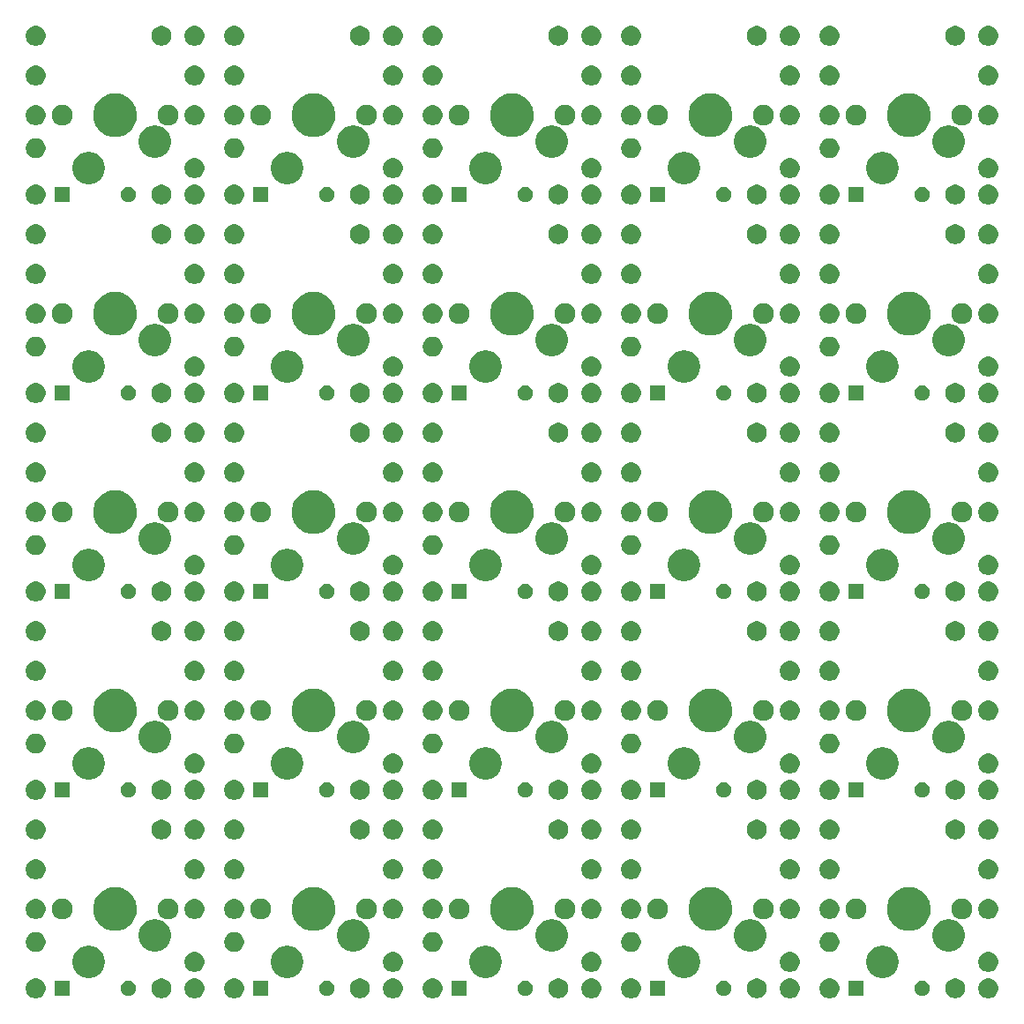
<source format=gts>
G04 #@! TF.GenerationSoftware,KiCad,Pcbnew,5.0.2-bee76a0~70~ubuntu18.04.1*
G04 #@! TF.CreationDate,2019-03-26T01:29:58+09:00*
G04 #@! TF.ProjectId,altana,616c7461-6e61-42e6-9b69-6361645f7063,rev?*
G04 #@! TF.SameCoordinates,Original*
G04 #@! TF.FileFunction,Soldermask,Top*
G04 #@! TF.FilePolarity,Negative*
%FSLAX46Y46*%
G04 Gerber Fmt 4.6, Leading zero omitted, Abs format (unit mm)*
G04 Created by KiCad (PCBNEW 5.0.2-bee76a0~70~ubuntu18.04.1) date 2019年03月26日 01時29分58秒*
%MOMM*%
%LPD*%
G01*
G04 APERTURE LIST*
%ADD10C,0.265000*%
G04 APERTURE END LIST*
D10*
G36*
X143279396Y-118592546D02*
X143452466Y-118664234D01*
X143608230Y-118768312D01*
X143740688Y-118900770D01*
X143844766Y-119056534D01*
X143916454Y-119229604D01*
X143953000Y-119413333D01*
X143953000Y-119600667D01*
X143916454Y-119784396D01*
X143844766Y-119957466D01*
X143740688Y-120113230D01*
X143608230Y-120245688D01*
X143452466Y-120349766D01*
X143279396Y-120421454D01*
X143095667Y-120458000D01*
X142908333Y-120458000D01*
X142724604Y-120421454D01*
X142551534Y-120349766D01*
X142395770Y-120245688D01*
X142263312Y-120113230D01*
X142159234Y-119957466D01*
X142087546Y-119784396D01*
X142051000Y-119600667D01*
X142051000Y-119413333D01*
X142087546Y-119229604D01*
X142159234Y-119056534D01*
X142263312Y-118900770D01*
X142395770Y-118768312D01*
X142551534Y-118664234D01*
X142724604Y-118592546D01*
X142908333Y-118556000D01*
X143095667Y-118556000D01*
X143279396Y-118592546D01*
X143279396Y-118592546D01*
G37*
G36*
X155344396Y-118592546D02*
X155517466Y-118664234D01*
X155673230Y-118768312D01*
X155805688Y-118900770D01*
X155909766Y-119056534D01*
X155981454Y-119229604D01*
X156018000Y-119413333D01*
X156018000Y-119600667D01*
X155981454Y-119784396D01*
X155909766Y-119957466D01*
X155805688Y-120113230D01*
X155673230Y-120245688D01*
X155517466Y-120349766D01*
X155344396Y-120421454D01*
X155160667Y-120458000D01*
X154973333Y-120458000D01*
X154789604Y-120421454D01*
X154616534Y-120349766D01*
X154460770Y-120245688D01*
X154328312Y-120113230D01*
X154224234Y-119957466D01*
X154152546Y-119784396D01*
X154116000Y-119600667D01*
X154116000Y-119413333D01*
X154152546Y-119229604D01*
X154224234Y-119056534D01*
X154328312Y-118900770D01*
X154460770Y-118768312D01*
X154616534Y-118664234D01*
X154789604Y-118592546D01*
X154973333Y-118556000D01*
X155160667Y-118556000D01*
X155344396Y-118592546D01*
X155344396Y-118592546D01*
G37*
G36*
X67079396Y-118592546D02*
X67252466Y-118664234D01*
X67408230Y-118768312D01*
X67540688Y-118900770D01*
X67644766Y-119056534D01*
X67716454Y-119229604D01*
X67753000Y-119413333D01*
X67753000Y-119600667D01*
X67716454Y-119784396D01*
X67644766Y-119957466D01*
X67540688Y-120113230D01*
X67408230Y-120245688D01*
X67252466Y-120349766D01*
X67079396Y-120421454D01*
X66895667Y-120458000D01*
X66708333Y-120458000D01*
X66524604Y-120421454D01*
X66351534Y-120349766D01*
X66195770Y-120245688D01*
X66063312Y-120113230D01*
X65959234Y-119957466D01*
X65887546Y-119784396D01*
X65851000Y-119600667D01*
X65851000Y-119413333D01*
X65887546Y-119229604D01*
X65959234Y-119056534D01*
X66063312Y-118900770D01*
X66195770Y-118768312D01*
X66351534Y-118664234D01*
X66524604Y-118592546D01*
X66708333Y-118556000D01*
X66895667Y-118556000D01*
X67079396Y-118592546D01*
X67079396Y-118592546D01*
G37*
G36*
X79144396Y-118592546D02*
X79317466Y-118664234D01*
X79473230Y-118768312D01*
X79605688Y-118900770D01*
X79709766Y-119056534D01*
X79781454Y-119229604D01*
X79818000Y-119413333D01*
X79818000Y-119600667D01*
X79781454Y-119784396D01*
X79709766Y-119957466D01*
X79605688Y-120113230D01*
X79473230Y-120245688D01*
X79317466Y-120349766D01*
X79144396Y-120421454D01*
X78960667Y-120458000D01*
X78773333Y-120458000D01*
X78589604Y-120421454D01*
X78416534Y-120349766D01*
X78260770Y-120245688D01*
X78128312Y-120113230D01*
X78024234Y-119957466D01*
X77952546Y-119784396D01*
X77916000Y-119600667D01*
X77916000Y-119413333D01*
X77952546Y-119229604D01*
X78024234Y-119056534D01*
X78128312Y-118900770D01*
X78260770Y-118768312D01*
X78416534Y-118664234D01*
X78589604Y-118592546D01*
X78773333Y-118556000D01*
X78960667Y-118556000D01*
X79144396Y-118592546D01*
X79144396Y-118592546D01*
G37*
G36*
X82319396Y-118592546D02*
X82492466Y-118664234D01*
X82648230Y-118768312D01*
X82780688Y-118900770D01*
X82884766Y-119056534D01*
X82956454Y-119229604D01*
X82993000Y-119413333D01*
X82993000Y-119600667D01*
X82956454Y-119784396D01*
X82884766Y-119957466D01*
X82780688Y-120113230D01*
X82648230Y-120245688D01*
X82492466Y-120349766D01*
X82319396Y-120421454D01*
X82135667Y-120458000D01*
X81948333Y-120458000D01*
X81764604Y-120421454D01*
X81591534Y-120349766D01*
X81435770Y-120245688D01*
X81303312Y-120113230D01*
X81199234Y-119957466D01*
X81127546Y-119784396D01*
X81091000Y-119600667D01*
X81091000Y-119413333D01*
X81127546Y-119229604D01*
X81199234Y-119056534D01*
X81303312Y-118900770D01*
X81435770Y-118768312D01*
X81591534Y-118664234D01*
X81764604Y-118592546D01*
X81948333Y-118556000D01*
X82135667Y-118556000D01*
X82319396Y-118592546D01*
X82319396Y-118592546D01*
G37*
G36*
X86129396Y-118592546D02*
X86302466Y-118664234D01*
X86458230Y-118768312D01*
X86590688Y-118900770D01*
X86694766Y-119056534D01*
X86766454Y-119229604D01*
X86803000Y-119413333D01*
X86803000Y-119600667D01*
X86766454Y-119784396D01*
X86694766Y-119957466D01*
X86590688Y-120113230D01*
X86458230Y-120245688D01*
X86302466Y-120349766D01*
X86129396Y-120421454D01*
X85945667Y-120458000D01*
X85758333Y-120458000D01*
X85574604Y-120421454D01*
X85401534Y-120349766D01*
X85245770Y-120245688D01*
X85113312Y-120113230D01*
X85009234Y-119957466D01*
X84937546Y-119784396D01*
X84901000Y-119600667D01*
X84901000Y-119413333D01*
X84937546Y-119229604D01*
X85009234Y-119056534D01*
X85113312Y-118900770D01*
X85245770Y-118768312D01*
X85401534Y-118664234D01*
X85574604Y-118592546D01*
X85758333Y-118556000D01*
X85945667Y-118556000D01*
X86129396Y-118592546D01*
X86129396Y-118592546D01*
G37*
G36*
X101369396Y-118592546D02*
X101542466Y-118664234D01*
X101698230Y-118768312D01*
X101830688Y-118900770D01*
X101934766Y-119056534D01*
X102006454Y-119229604D01*
X102043000Y-119413333D01*
X102043000Y-119600667D01*
X102006454Y-119784396D01*
X101934766Y-119957466D01*
X101830688Y-120113230D01*
X101698230Y-120245688D01*
X101542466Y-120349766D01*
X101369396Y-120421454D01*
X101185667Y-120458000D01*
X100998333Y-120458000D01*
X100814604Y-120421454D01*
X100641534Y-120349766D01*
X100485770Y-120245688D01*
X100353312Y-120113230D01*
X100249234Y-119957466D01*
X100177546Y-119784396D01*
X100141000Y-119600667D01*
X100141000Y-119413333D01*
X100177546Y-119229604D01*
X100249234Y-119056534D01*
X100353312Y-118900770D01*
X100485770Y-118768312D01*
X100641534Y-118664234D01*
X100814604Y-118592546D01*
X100998333Y-118556000D01*
X101185667Y-118556000D01*
X101369396Y-118592546D01*
X101369396Y-118592546D01*
G37*
G36*
X98194396Y-118592546D02*
X98367466Y-118664234D01*
X98523230Y-118768312D01*
X98655688Y-118900770D01*
X98759766Y-119056534D01*
X98831454Y-119229604D01*
X98868000Y-119413333D01*
X98868000Y-119600667D01*
X98831454Y-119784396D01*
X98759766Y-119957466D01*
X98655688Y-120113230D01*
X98523230Y-120245688D01*
X98367466Y-120349766D01*
X98194396Y-120421454D01*
X98010667Y-120458000D01*
X97823333Y-120458000D01*
X97639604Y-120421454D01*
X97466534Y-120349766D01*
X97310770Y-120245688D01*
X97178312Y-120113230D01*
X97074234Y-119957466D01*
X97002546Y-119784396D01*
X96966000Y-119600667D01*
X96966000Y-119413333D01*
X97002546Y-119229604D01*
X97074234Y-119056534D01*
X97178312Y-118900770D01*
X97310770Y-118768312D01*
X97466534Y-118664234D01*
X97639604Y-118592546D01*
X97823333Y-118556000D01*
X98010667Y-118556000D01*
X98194396Y-118592546D01*
X98194396Y-118592546D01*
G37*
G36*
X120419396Y-118592546D02*
X120592466Y-118664234D01*
X120748230Y-118768312D01*
X120880688Y-118900770D01*
X120984766Y-119056534D01*
X121056454Y-119229604D01*
X121093000Y-119413333D01*
X121093000Y-119600667D01*
X121056454Y-119784396D01*
X120984766Y-119957466D01*
X120880688Y-120113230D01*
X120748230Y-120245688D01*
X120592466Y-120349766D01*
X120419396Y-120421454D01*
X120235667Y-120458000D01*
X120048333Y-120458000D01*
X119864604Y-120421454D01*
X119691534Y-120349766D01*
X119535770Y-120245688D01*
X119403312Y-120113230D01*
X119299234Y-119957466D01*
X119227546Y-119784396D01*
X119191000Y-119600667D01*
X119191000Y-119413333D01*
X119227546Y-119229604D01*
X119299234Y-119056534D01*
X119403312Y-118900770D01*
X119535770Y-118768312D01*
X119691534Y-118664234D01*
X119864604Y-118592546D01*
X120048333Y-118556000D01*
X120235667Y-118556000D01*
X120419396Y-118592546D01*
X120419396Y-118592546D01*
G37*
G36*
X117244396Y-118592546D02*
X117417466Y-118664234D01*
X117573230Y-118768312D01*
X117705688Y-118900770D01*
X117809766Y-119056534D01*
X117881454Y-119229604D01*
X117918000Y-119413333D01*
X117918000Y-119600667D01*
X117881454Y-119784396D01*
X117809766Y-119957466D01*
X117705688Y-120113230D01*
X117573230Y-120245688D01*
X117417466Y-120349766D01*
X117244396Y-120421454D01*
X117060667Y-120458000D01*
X116873333Y-120458000D01*
X116689604Y-120421454D01*
X116516534Y-120349766D01*
X116360770Y-120245688D01*
X116228312Y-120113230D01*
X116124234Y-119957466D01*
X116052546Y-119784396D01*
X116016000Y-119600667D01*
X116016000Y-119413333D01*
X116052546Y-119229604D01*
X116124234Y-119056534D01*
X116228312Y-118900770D01*
X116360770Y-118768312D01*
X116516534Y-118664234D01*
X116689604Y-118592546D01*
X116873333Y-118556000D01*
X117060667Y-118556000D01*
X117244396Y-118592546D01*
X117244396Y-118592546D01*
G37*
G36*
X158519396Y-118592546D02*
X158692466Y-118664234D01*
X158848230Y-118768312D01*
X158980688Y-118900770D01*
X159084766Y-119056534D01*
X159156454Y-119229604D01*
X159193000Y-119413333D01*
X159193000Y-119600667D01*
X159156454Y-119784396D01*
X159084766Y-119957466D01*
X158980688Y-120113230D01*
X158848230Y-120245688D01*
X158692466Y-120349766D01*
X158519396Y-120421454D01*
X158335667Y-120458000D01*
X158148333Y-120458000D01*
X157964604Y-120421454D01*
X157791534Y-120349766D01*
X157635770Y-120245688D01*
X157503312Y-120113230D01*
X157399234Y-119957466D01*
X157327546Y-119784396D01*
X157291000Y-119600667D01*
X157291000Y-119413333D01*
X157327546Y-119229604D01*
X157399234Y-119056534D01*
X157503312Y-118900770D01*
X157635770Y-118768312D01*
X157791534Y-118664234D01*
X157964604Y-118592546D01*
X158148333Y-118556000D01*
X158335667Y-118556000D01*
X158519396Y-118592546D01*
X158519396Y-118592546D01*
G37*
G36*
X124229396Y-118592546D02*
X124402466Y-118664234D01*
X124558230Y-118768312D01*
X124690688Y-118900770D01*
X124794766Y-119056534D01*
X124866454Y-119229604D01*
X124903000Y-119413333D01*
X124903000Y-119600667D01*
X124866454Y-119784396D01*
X124794766Y-119957466D01*
X124690688Y-120113230D01*
X124558230Y-120245688D01*
X124402466Y-120349766D01*
X124229396Y-120421454D01*
X124045667Y-120458000D01*
X123858333Y-120458000D01*
X123674604Y-120421454D01*
X123501534Y-120349766D01*
X123345770Y-120245688D01*
X123213312Y-120113230D01*
X123109234Y-119957466D01*
X123037546Y-119784396D01*
X123001000Y-119600667D01*
X123001000Y-119413333D01*
X123037546Y-119229604D01*
X123109234Y-119056534D01*
X123213312Y-118900770D01*
X123345770Y-118768312D01*
X123501534Y-118664234D01*
X123674604Y-118592546D01*
X123858333Y-118556000D01*
X124045667Y-118556000D01*
X124229396Y-118592546D01*
X124229396Y-118592546D01*
G37*
G36*
X136294396Y-118592546D02*
X136467466Y-118664234D01*
X136623230Y-118768312D01*
X136755688Y-118900770D01*
X136859766Y-119056534D01*
X136931454Y-119229604D01*
X136968000Y-119413333D01*
X136968000Y-119600667D01*
X136931454Y-119784396D01*
X136859766Y-119957466D01*
X136755688Y-120113230D01*
X136623230Y-120245688D01*
X136467466Y-120349766D01*
X136294396Y-120421454D01*
X136110667Y-120458000D01*
X135923333Y-120458000D01*
X135739604Y-120421454D01*
X135566534Y-120349766D01*
X135410770Y-120245688D01*
X135278312Y-120113230D01*
X135174234Y-119957466D01*
X135102546Y-119784396D01*
X135066000Y-119600667D01*
X135066000Y-119413333D01*
X135102546Y-119229604D01*
X135174234Y-119056534D01*
X135278312Y-118900770D01*
X135410770Y-118768312D01*
X135566534Y-118664234D01*
X135739604Y-118592546D01*
X135923333Y-118556000D01*
X136110667Y-118556000D01*
X136294396Y-118592546D01*
X136294396Y-118592546D01*
G37*
G36*
X105179396Y-118592546D02*
X105352466Y-118664234D01*
X105508230Y-118768312D01*
X105640688Y-118900770D01*
X105744766Y-119056534D01*
X105816454Y-119229604D01*
X105853000Y-119413333D01*
X105853000Y-119600667D01*
X105816454Y-119784396D01*
X105744766Y-119957466D01*
X105640688Y-120113230D01*
X105508230Y-120245688D01*
X105352466Y-120349766D01*
X105179396Y-120421454D01*
X104995667Y-120458000D01*
X104808333Y-120458000D01*
X104624604Y-120421454D01*
X104451534Y-120349766D01*
X104295770Y-120245688D01*
X104163312Y-120113230D01*
X104059234Y-119957466D01*
X103987546Y-119784396D01*
X103951000Y-119600667D01*
X103951000Y-119413333D01*
X103987546Y-119229604D01*
X104059234Y-119056534D01*
X104163312Y-118900770D01*
X104295770Y-118768312D01*
X104451534Y-118664234D01*
X104624604Y-118592546D01*
X104808333Y-118556000D01*
X104995667Y-118556000D01*
X105179396Y-118592546D01*
X105179396Y-118592546D01*
G37*
G36*
X139469396Y-118592546D02*
X139642466Y-118664234D01*
X139798230Y-118768312D01*
X139930688Y-118900770D01*
X140034766Y-119056534D01*
X140106454Y-119229604D01*
X140143000Y-119413333D01*
X140143000Y-119600667D01*
X140106454Y-119784396D01*
X140034766Y-119957466D01*
X139930688Y-120113230D01*
X139798230Y-120245688D01*
X139642466Y-120349766D01*
X139469396Y-120421454D01*
X139285667Y-120458000D01*
X139098333Y-120458000D01*
X138914604Y-120421454D01*
X138741534Y-120349766D01*
X138585770Y-120245688D01*
X138453312Y-120113230D01*
X138349234Y-119957466D01*
X138277546Y-119784396D01*
X138241000Y-119600667D01*
X138241000Y-119413333D01*
X138277546Y-119229604D01*
X138349234Y-119056534D01*
X138453312Y-118900770D01*
X138585770Y-118768312D01*
X138741534Y-118664234D01*
X138914604Y-118592546D01*
X139098333Y-118556000D01*
X139285667Y-118556000D01*
X139469396Y-118592546D01*
X139469396Y-118592546D01*
G37*
G36*
X132974004Y-118767544D02*
X133061059Y-118784860D01*
X133197732Y-118841472D01*
X133197733Y-118841473D01*
X133320738Y-118923662D01*
X133425338Y-119028262D01*
X133425340Y-119028265D01*
X133507528Y-119151268D01*
X133564140Y-119287941D01*
X133593000Y-119433033D01*
X133593000Y-119580967D01*
X133564140Y-119726059D01*
X133507528Y-119862732D01*
X133507527Y-119862733D01*
X133425338Y-119985738D01*
X133320738Y-120090338D01*
X133320735Y-120090340D01*
X133197732Y-120172528D01*
X133061059Y-120229140D01*
X132977865Y-120245688D01*
X132915969Y-120258000D01*
X132768031Y-120258000D01*
X132706135Y-120245688D01*
X132622941Y-120229140D01*
X132486268Y-120172528D01*
X132363265Y-120090340D01*
X132363262Y-120090338D01*
X132258662Y-119985738D01*
X132176473Y-119862733D01*
X132176472Y-119862732D01*
X132119860Y-119726059D01*
X132091000Y-119580967D01*
X132091000Y-119433033D01*
X132119860Y-119287941D01*
X132176472Y-119151268D01*
X132258660Y-119028265D01*
X132258662Y-119028262D01*
X132363262Y-118923662D01*
X132486267Y-118841473D01*
X132486268Y-118841472D01*
X132622941Y-118784860D01*
X132709996Y-118767544D01*
X132768031Y-118756000D01*
X132915969Y-118756000D01*
X132974004Y-118767544D01*
X132974004Y-118767544D01*
G37*
G36*
X127243000Y-120258000D02*
X125741000Y-120258000D01*
X125741000Y-118756000D01*
X127243000Y-118756000D01*
X127243000Y-120258000D01*
X127243000Y-120258000D01*
G37*
G36*
X113924004Y-118767544D02*
X114011059Y-118784860D01*
X114147732Y-118841472D01*
X114147733Y-118841473D01*
X114270738Y-118923662D01*
X114375338Y-119028262D01*
X114375340Y-119028265D01*
X114457528Y-119151268D01*
X114514140Y-119287941D01*
X114543000Y-119433033D01*
X114543000Y-119580967D01*
X114514140Y-119726059D01*
X114457528Y-119862732D01*
X114457527Y-119862733D01*
X114375338Y-119985738D01*
X114270738Y-120090338D01*
X114270735Y-120090340D01*
X114147732Y-120172528D01*
X114011059Y-120229140D01*
X113927865Y-120245688D01*
X113865969Y-120258000D01*
X113718031Y-120258000D01*
X113656135Y-120245688D01*
X113572941Y-120229140D01*
X113436268Y-120172528D01*
X113313265Y-120090340D01*
X113313262Y-120090338D01*
X113208662Y-119985738D01*
X113126473Y-119862733D01*
X113126472Y-119862732D01*
X113069860Y-119726059D01*
X113041000Y-119580967D01*
X113041000Y-119433033D01*
X113069860Y-119287941D01*
X113126472Y-119151268D01*
X113208660Y-119028265D01*
X113208662Y-119028262D01*
X113313262Y-118923662D01*
X113436267Y-118841473D01*
X113436268Y-118841472D01*
X113572941Y-118784860D01*
X113659996Y-118767544D01*
X113718031Y-118756000D01*
X113865969Y-118756000D01*
X113924004Y-118767544D01*
X113924004Y-118767544D01*
G37*
G36*
X108193000Y-120258000D02*
X106691000Y-120258000D01*
X106691000Y-118756000D01*
X108193000Y-118756000D01*
X108193000Y-120258000D01*
X108193000Y-120258000D01*
G37*
G36*
X94874004Y-118767544D02*
X94961059Y-118784860D01*
X95097732Y-118841472D01*
X95097733Y-118841473D01*
X95220738Y-118923662D01*
X95325338Y-119028262D01*
X95325340Y-119028265D01*
X95407528Y-119151268D01*
X95464140Y-119287941D01*
X95493000Y-119433033D01*
X95493000Y-119580967D01*
X95464140Y-119726059D01*
X95407528Y-119862732D01*
X95407527Y-119862733D01*
X95325338Y-119985738D01*
X95220738Y-120090338D01*
X95220735Y-120090340D01*
X95097732Y-120172528D01*
X94961059Y-120229140D01*
X94877865Y-120245688D01*
X94815969Y-120258000D01*
X94668031Y-120258000D01*
X94606135Y-120245688D01*
X94522941Y-120229140D01*
X94386268Y-120172528D01*
X94263265Y-120090340D01*
X94263262Y-120090338D01*
X94158662Y-119985738D01*
X94076473Y-119862733D01*
X94076472Y-119862732D01*
X94019860Y-119726059D01*
X93991000Y-119580967D01*
X93991000Y-119433033D01*
X94019860Y-119287941D01*
X94076472Y-119151268D01*
X94158660Y-119028265D01*
X94158662Y-119028262D01*
X94263262Y-118923662D01*
X94386267Y-118841473D01*
X94386268Y-118841472D01*
X94522941Y-118784860D01*
X94609996Y-118767544D01*
X94668031Y-118756000D01*
X94815969Y-118756000D01*
X94874004Y-118767544D01*
X94874004Y-118767544D01*
G37*
G36*
X75824004Y-118767544D02*
X75911059Y-118784860D01*
X76047732Y-118841472D01*
X76047733Y-118841473D01*
X76170738Y-118923662D01*
X76275338Y-119028262D01*
X76275340Y-119028265D01*
X76357528Y-119151268D01*
X76414140Y-119287941D01*
X76443000Y-119433033D01*
X76443000Y-119580967D01*
X76414140Y-119726059D01*
X76357528Y-119862732D01*
X76357527Y-119862733D01*
X76275338Y-119985738D01*
X76170738Y-120090338D01*
X76170735Y-120090340D01*
X76047732Y-120172528D01*
X75911059Y-120229140D01*
X75827865Y-120245688D01*
X75765969Y-120258000D01*
X75618031Y-120258000D01*
X75556135Y-120245688D01*
X75472941Y-120229140D01*
X75336268Y-120172528D01*
X75213265Y-120090340D01*
X75213262Y-120090338D01*
X75108662Y-119985738D01*
X75026473Y-119862733D01*
X75026472Y-119862732D01*
X74969860Y-119726059D01*
X74941000Y-119580967D01*
X74941000Y-119433033D01*
X74969860Y-119287941D01*
X75026472Y-119151268D01*
X75108660Y-119028265D01*
X75108662Y-119028262D01*
X75213262Y-118923662D01*
X75336267Y-118841473D01*
X75336268Y-118841472D01*
X75472941Y-118784860D01*
X75559996Y-118767544D01*
X75618031Y-118756000D01*
X75765969Y-118756000D01*
X75824004Y-118767544D01*
X75824004Y-118767544D01*
G37*
G36*
X70093000Y-120258000D02*
X68591000Y-120258000D01*
X68591000Y-118756000D01*
X70093000Y-118756000D01*
X70093000Y-120258000D01*
X70093000Y-120258000D01*
G37*
G36*
X146293000Y-120258000D02*
X144791000Y-120258000D01*
X144791000Y-118756000D01*
X146293000Y-118756000D01*
X146293000Y-120258000D01*
X146293000Y-120258000D01*
G37*
G36*
X152024004Y-118767544D02*
X152111059Y-118784860D01*
X152247732Y-118841472D01*
X152247733Y-118841473D01*
X152370738Y-118923662D01*
X152475338Y-119028262D01*
X152475340Y-119028265D01*
X152557528Y-119151268D01*
X152614140Y-119287941D01*
X152643000Y-119433033D01*
X152643000Y-119580967D01*
X152614140Y-119726059D01*
X152557528Y-119862732D01*
X152557527Y-119862733D01*
X152475338Y-119985738D01*
X152370738Y-120090338D01*
X152370735Y-120090340D01*
X152247732Y-120172528D01*
X152111059Y-120229140D01*
X152027865Y-120245688D01*
X151965969Y-120258000D01*
X151818031Y-120258000D01*
X151756135Y-120245688D01*
X151672941Y-120229140D01*
X151536268Y-120172528D01*
X151413265Y-120090340D01*
X151413262Y-120090338D01*
X151308662Y-119985738D01*
X151226473Y-119862733D01*
X151226472Y-119862732D01*
X151169860Y-119726059D01*
X151141000Y-119580967D01*
X151141000Y-119433033D01*
X151169860Y-119287941D01*
X151226472Y-119151268D01*
X151308660Y-119028265D01*
X151308662Y-119028262D01*
X151413262Y-118923662D01*
X151536267Y-118841473D01*
X151536268Y-118841472D01*
X151672941Y-118784860D01*
X151759996Y-118767544D01*
X151818031Y-118756000D01*
X151965969Y-118756000D01*
X152024004Y-118767544D01*
X152024004Y-118767544D01*
G37*
G36*
X89143000Y-120258000D02*
X87641000Y-120258000D01*
X87641000Y-118756000D01*
X89143000Y-118756000D01*
X89143000Y-120258000D01*
X89143000Y-120258000D01*
G37*
G36*
X110334527Y-115455736D02*
X110434410Y-115475604D01*
X110716674Y-115592521D01*
X110970705Y-115762259D01*
X111186741Y-115978295D01*
X111356479Y-116232326D01*
X111473396Y-116514590D01*
X111493264Y-116614473D01*
X111533000Y-116814238D01*
X111533000Y-117119762D01*
X111493264Y-117319527D01*
X111473396Y-117419410D01*
X111356479Y-117701674D01*
X111186741Y-117955705D01*
X110970705Y-118171741D01*
X110716674Y-118341479D01*
X110434410Y-118458396D01*
X110334527Y-118478264D01*
X110134762Y-118518000D01*
X109829238Y-118518000D01*
X109629473Y-118478264D01*
X109529590Y-118458396D01*
X109247326Y-118341479D01*
X108993295Y-118171741D01*
X108777259Y-117955705D01*
X108607521Y-117701674D01*
X108490604Y-117419410D01*
X108470736Y-117319527D01*
X108431000Y-117119762D01*
X108431000Y-116814238D01*
X108470736Y-116614473D01*
X108490604Y-116514590D01*
X108607521Y-116232326D01*
X108777259Y-115978295D01*
X108993295Y-115762259D01*
X109247326Y-115592521D01*
X109529590Y-115475604D01*
X109629473Y-115455736D01*
X109829238Y-115416000D01*
X110134762Y-115416000D01*
X110334527Y-115455736D01*
X110334527Y-115455736D01*
G37*
G36*
X148434527Y-115455736D02*
X148534410Y-115475604D01*
X148816674Y-115592521D01*
X149070705Y-115762259D01*
X149286741Y-115978295D01*
X149456479Y-116232326D01*
X149573396Y-116514590D01*
X149593264Y-116614473D01*
X149633000Y-116814238D01*
X149633000Y-117119762D01*
X149593264Y-117319527D01*
X149573396Y-117419410D01*
X149456479Y-117701674D01*
X149286741Y-117955705D01*
X149070705Y-118171741D01*
X148816674Y-118341479D01*
X148534410Y-118458396D01*
X148434527Y-118478264D01*
X148234762Y-118518000D01*
X147929238Y-118518000D01*
X147729473Y-118478264D01*
X147629590Y-118458396D01*
X147347326Y-118341479D01*
X147093295Y-118171741D01*
X146877259Y-117955705D01*
X146707521Y-117701674D01*
X146590604Y-117419410D01*
X146570736Y-117319527D01*
X146531000Y-117119762D01*
X146531000Y-116814238D01*
X146570736Y-116614473D01*
X146590604Y-116514590D01*
X146707521Y-116232326D01*
X146877259Y-115978295D01*
X147093295Y-115762259D01*
X147347326Y-115592521D01*
X147629590Y-115475604D01*
X147729473Y-115455736D01*
X147929238Y-115416000D01*
X148234762Y-115416000D01*
X148434527Y-115455736D01*
X148434527Y-115455736D01*
G37*
G36*
X72234527Y-115455736D02*
X72334410Y-115475604D01*
X72616674Y-115592521D01*
X72870705Y-115762259D01*
X73086741Y-115978295D01*
X73256479Y-116232326D01*
X73373396Y-116514590D01*
X73393264Y-116614473D01*
X73433000Y-116814238D01*
X73433000Y-117119762D01*
X73393264Y-117319527D01*
X73373396Y-117419410D01*
X73256479Y-117701674D01*
X73086741Y-117955705D01*
X72870705Y-118171741D01*
X72616674Y-118341479D01*
X72334410Y-118458396D01*
X72234527Y-118478264D01*
X72034762Y-118518000D01*
X71729238Y-118518000D01*
X71529473Y-118478264D01*
X71429590Y-118458396D01*
X71147326Y-118341479D01*
X70893295Y-118171741D01*
X70677259Y-117955705D01*
X70507521Y-117701674D01*
X70390604Y-117419410D01*
X70370736Y-117319527D01*
X70331000Y-117119762D01*
X70331000Y-116814238D01*
X70370736Y-116614473D01*
X70390604Y-116514590D01*
X70507521Y-116232326D01*
X70677259Y-115978295D01*
X70893295Y-115762259D01*
X71147326Y-115592521D01*
X71429590Y-115475604D01*
X71529473Y-115455736D01*
X71729238Y-115416000D01*
X72034762Y-115416000D01*
X72234527Y-115455736D01*
X72234527Y-115455736D01*
G37*
G36*
X129384527Y-115455736D02*
X129484410Y-115475604D01*
X129766674Y-115592521D01*
X130020705Y-115762259D01*
X130236741Y-115978295D01*
X130406479Y-116232326D01*
X130523396Y-116514590D01*
X130543264Y-116614473D01*
X130583000Y-116814238D01*
X130583000Y-117119762D01*
X130543264Y-117319527D01*
X130523396Y-117419410D01*
X130406479Y-117701674D01*
X130236741Y-117955705D01*
X130020705Y-118171741D01*
X129766674Y-118341479D01*
X129484410Y-118458396D01*
X129384527Y-118478264D01*
X129184762Y-118518000D01*
X128879238Y-118518000D01*
X128679473Y-118478264D01*
X128579590Y-118458396D01*
X128297326Y-118341479D01*
X128043295Y-118171741D01*
X127827259Y-117955705D01*
X127657521Y-117701674D01*
X127540604Y-117419410D01*
X127520736Y-117319527D01*
X127481000Y-117119762D01*
X127481000Y-116814238D01*
X127520736Y-116614473D01*
X127540604Y-116514590D01*
X127657521Y-116232326D01*
X127827259Y-115978295D01*
X128043295Y-115762259D01*
X128297326Y-115592521D01*
X128579590Y-115475604D01*
X128679473Y-115455736D01*
X128879238Y-115416000D01*
X129184762Y-115416000D01*
X129384527Y-115455736D01*
X129384527Y-115455736D01*
G37*
G36*
X91284527Y-115455736D02*
X91384410Y-115475604D01*
X91666674Y-115592521D01*
X91920705Y-115762259D01*
X92136741Y-115978295D01*
X92306479Y-116232326D01*
X92423396Y-116514590D01*
X92443264Y-116614473D01*
X92483000Y-116814238D01*
X92483000Y-117119762D01*
X92443264Y-117319527D01*
X92423396Y-117419410D01*
X92306479Y-117701674D01*
X92136741Y-117955705D01*
X91920705Y-118171741D01*
X91666674Y-118341479D01*
X91384410Y-118458396D01*
X91284527Y-118478264D01*
X91084762Y-118518000D01*
X90779238Y-118518000D01*
X90579473Y-118478264D01*
X90479590Y-118458396D01*
X90197326Y-118341479D01*
X89943295Y-118171741D01*
X89727259Y-117955705D01*
X89557521Y-117701674D01*
X89440604Y-117419410D01*
X89420736Y-117319527D01*
X89381000Y-117119762D01*
X89381000Y-116814238D01*
X89420736Y-116614473D01*
X89440604Y-116514590D01*
X89557521Y-116232326D01*
X89727259Y-115978295D01*
X89943295Y-115762259D01*
X90197326Y-115592521D01*
X90479590Y-115475604D01*
X90579473Y-115455736D01*
X90779238Y-115416000D01*
X91084762Y-115416000D01*
X91284527Y-115455736D01*
X91284527Y-115455736D01*
G37*
G36*
X158519396Y-116052546D02*
X158692466Y-116124234D01*
X158848230Y-116228312D01*
X158980688Y-116360770D01*
X159084766Y-116516534D01*
X159156454Y-116689604D01*
X159193000Y-116873333D01*
X159193000Y-117060667D01*
X159156454Y-117244396D01*
X159084766Y-117417466D01*
X158980688Y-117573230D01*
X158848230Y-117705688D01*
X158692466Y-117809766D01*
X158519396Y-117881454D01*
X158335667Y-117918000D01*
X158148333Y-117918000D01*
X157964604Y-117881454D01*
X157791534Y-117809766D01*
X157635770Y-117705688D01*
X157503312Y-117573230D01*
X157399234Y-117417466D01*
X157327546Y-117244396D01*
X157291000Y-117060667D01*
X157291000Y-116873333D01*
X157327546Y-116689604D01*
X157399234Y-116516534D01*
X157503312Y-116360770D01*
X157635770Y-116228312D01*
X157791534Y-116124234D01*
X157964604Y-116052546D01*
X158148333Y-116016000D01*
X158335667Y-116016000D01*
X158519396Y-116052546D01*
X158519396Y-116052546D01*
G37*
G36*
X139469396Y-116052546D02*
X139642466Y-116124234D01*
X139798230Y-116228312D01*
X139930688Y-116360770D01*
X140034766Y-116516534D01*
X140106454Y-116689604D01*
X140143000Y-116873333D01*
X140143000Y-117060667D01*
X140106454Y-117244396D01*
X140034766Y-117417466D01*
X139930688Y-117573230D01*
X139798230Y-117705688D01*
X139642466Y-117809766D01*
X139469396Y-117881454D01*
X139285667Y-117918000D01*
X139098333Y-117918000D01*
X138914604Y-117881454D01*
X138741534Y-117809766D01*
X138585770Y-117705688D01*
X138453312Y-117573230D01*
X138349234Y-117417466D01*
X138277546Y-117244396D01*
X138241000Y-117060667D01*
X138241000Y-116873333D01*
X138277546Y-116689604D01*
X138349234Y-116516534D01*
X138453312Y-116360770D01*
X138585770Y-116228312D01*
X138741534Y-116124234D01*
X138914604Y-116052546D01*
X139098333Y-116016000D01*
X139285667Y-116016000D01*
X139469396Y-116052546D01*
X139469396Y-116052546D01*
G37*
G36*
X120419396Y-116052546D02*
X120592466Y-116124234D01*
X120748230Y-116228312D01*
X120880688Y-116360770D01*
X120984766Y-116516534D01*
X121056454Y-116689604D01*
X121093000Y-116873333D01*
X121093000Y-117060667D01*
X121056454Y-117244396D01*
X120984766Y-117417466D01*
X120880688Y-117573230D01*
X120748230Y-117705688D01*
X120592466Y-117809766D01*
X120419396Y-117881454D01*
X120235667Y-117918000D01*
X120048333Y-117918000D01*
X119864604Y-117881454D01*
X119691534Y-117809766D01*
X119535770Y-117705688D01*
X119403312Y-117573230D01*
X119299234Y-117417466D01*
X119227546Y-117244396D01*
X119191000Y-117060667D01*
X119191000Y-116873333D01*
X119227546Y-116689604D01*
X119299234Y-116516534D01*
X119403312Y-116360770D01*
X119535770Y-116228312D01*
X119691534Y-116124234D01*
X119864604Y-116052546D01*
X120048333Y-116016000D01*
X120235667Y-116016000D01*
X120419396Y-116052546D01*
X120419396Y-116052546D01*
G37*
G36*
X101369396Y-116052546D02*
X101542466Y-116124234D01*
X101698230Y-116228312D01*
X101830688Y-116360770D01*
X101934766Y-116516534D01*
X102006454Y-116689604D01*
X102043000Y-116873333D01*
X102043000Y-117060667D01*
X102006454Y-117244396D01*
X101934766Y-117417466D01*
X101830688Y-117573230D01*
X101698230Y-117705688D01*
X101542466Y-117809766D01*
X101369396Y-117881454D01*
X101185667Y-117918000D01*
X100998333Y-117918000D01*
X100814604Y-117881454D01*
X100641534Y-117809766D01*
X100485770Y-117705688D01*
X100353312Y-117573230D01*
X100249234Y-117417466D01*
X100177546Y-117244396D01*
X100141000Y-117060667D01*
X100141000Y-116873333D01*
X100177546Y-116689604D01*
X100249234Y-116516534D01*
X100353312Y-116360770D01*
X100485770Y-116228312D01*
X100641534Y-116124234D01*
X100814604Y-116052546D01*
X100998333Y-116016000D01*
X101185667Y-116016000D01*
X101369396Y-116052546D01*
X101369396Y-116052546D01*
G37*
G36*
X82319396Y-116052546D02*
X82492466Y-116124234D01*
X82648230Y-116228312D01*
X82780688Y-116360770D01*
X82884766Y-116516534D01*
X82956454Y-116689604D01*
X82993000Y-116873333D01*
X82993000Y-117060667D01*
X82956454Y-117244396D01*
X82884766Y-117417466D01*
X82780688Y-117573230D01*
X82648230Y-117705688D01*
X82492466Y-117809766D01*
X82319396Y-117881454D01*
X82135667Y-117918000D01*
X81948333Y-117918000D01*
X81764604Y-117881454D01*
X81591534Y-117809766D01*
X81435770Y-117705688D01*
X81303312Y-117573230D01*
X81199234Y-117417466D01*
X81127546Y-117244396D01*
X81091000Y-117060667D01*
X81091000Y-116873333D01*
X81127546Y-116689604D01*
X81199234Y-116516534D01*
X81303312Y-116360770D01*
X81435770Y-116228312D01*
X81591534Y-116124234D01*
X81764604Y-116052546D01*
X81948333Y-116016000D01*
X82135667Y-116016000D01*
X82319396Y-116052546D01*
X82319396Y-116052546D01*
G37*
G36*
X86129396Y-114147546D02*
X86302466Y-114219234D01*
X86458230Y-114323312D01*
X86590688Y-114455770D01*
X86694766Y-114611534D01*
X86766454Y-114784604D01*
X86803000Y-114968333D01*
X86803000Y-115155667D01*
X86766454Y-115339396D01*
X86694766Y-115512466D01*
X86590688Y-115668230D01*
X86458230Y-115800688D01*
X86302466Y-115904766D01*
X86129396Y-115976454D01*
X85945667Y-116013000D01*
X85758333Y-116013000D01*
X85574604Y-115976454D01*
X85401534Y-115904766D01*
X85245770Y-115800688D01*
X85113312Y-115668230D01*
X85009234Y-115512466D01*
X84937546Y-115339396D01*
X84901000Y-115155667D01*
X84901000Y-114968333D01*
X84937546Y-114784604D01*
X85009234Y-114611534D01*
X85113312Y-114455770D01*
X85245770Y-114323312D01*
X85401534Y-114219234D01*
X85574604Y-114147546D01*
X85758333Y-114111000D01*
X85945667Y-114111000D01*
X86129396Y-114147546D01*
X86129396Y-114147546D01*
G37*
G36*
X67079396Y-114147546D02*
X67252466Y-114219234D01*
X67408230Y-114323312D01*
X67540688Y-114455770D01*
X67644766Y-114611534D01*
X67716454Y-114784604D01*
X67753000Y-114968333D01*
X67753000Y-115155667D01*
X67716454Y-115339396D01*
X67644766Y-115512466D01*
X67540688Y-115668230D01*
X67408230Y-115800688D01*
X67252466Y-115904766D01*
X67079396Y-115976454D01*
X66895667Y-116013000D01*
X66708333Y-116013000D01*
X66524604Y-115976454D01*
X66351534Y-115904766D01*
X66195770Y-115800688D01*
X66063312Y-115668230D01*
X65959234Y-115512466D01*
X65887546Y-115339396D01*
X65851000Y-115155667D01*
X65851000Y-114968333D01*
X65887546Y-114784604D01*
X65959234Y-114611534D01*
X66063312Y-114455770D01*
X66195770Y-114323312D01*
X66351534Y-114219234D01*
X66524604Y-114147546D01*
X66708333Y-114111000D01*
X66895667Y-114111000D01*
X67079396Y-114147546D01*
X67079396Y-114147546D01*
G37*
G36*
X105179396Y-114147546D02*
X105352466Y-114219234D01*
X105508230Y-114323312D01*
X105640688Y-114455770D01*
X105744766Y-114611534D01*
X105816454Y-114784604D01*
X105853000Y-114968333D01*
X105853000Y-115155667D01*
X105816454Y-115339396D01*
X105744766Y-115512466D01*
X105640688Y-115668230D01*
X105508230Y-115800688D01*
X105352466Y-115904766D01*
X105179396Y-115976454D01*
X104995667Y-116013000D01*
X104808333Y-116013000D01*
X104624604Y-115976454D01*
X104451534Y-115904766D01*
X104295770Y-115800688D01*
X104163312Y-115668230D01*
X104059234Y-115512466D01*
X103987546Y-115339396D01*
X103951000Y-115155667D01*
X103951000Y-114968333D01*
X103987546Y-114784604D01*
X104059234Y-114611534D01*
X104163312Y-114455770D01*
X104295770Y-114323312D01*
X104451534Y-114219234D01*
X104624604Y-114147546D01*
X104808333Y-114111000D01*
X104995667Y-114111000D01*
X105179396Y-114147546D01*
X105179396Y-114147546D01*
G37*
G36*
X143279396Y-114147546D02*
X143452466Y-114219234D01*
X143608230Y-114323312D01*
X143740688Y-114455770D01*
X143844766Y-114611534D01*
X143916454Y-114784604D01*
X143953000Y-114968333D01*
X143953000Y-115155667D01*
X143916454Y-115339396D01*
X143844766Y-115512466D01*
X143740688Y-115668230D01*
X143608230Y-115800688D01*
X143452466Y-115904766D01*
X143279396Y-115976454D01*
X143095667Y-116013000D01*
X142908333Y-116013000D01*
X142724604Y-115976454D01*
X142551534Y-115904766D01*
X142395770Y-115800688D01*
X142263312Y-115668230D01*
X142159234Y-115512466D01*
X142087546Y-115339396D01*
X142051000Y-115155667D01*
X142051000Y-114968333D01*
X142087546Y-114784604D01*
X142159234Y-114611534D01*
X142263312Y-114455770D01*
X142395770Y-114323312D01*
X142551534Y-114219234D01*
X142724604Y-114147546D01*
X142908333Y-114111000D01*
X143095667Y-114111000D01*
X143279396Y-114147546D01*
X143279396Y-114147546D01*
G37*
G36*
X124229396Y-114147546D02*
X124402466Y-114219234D01*
X124558230Y-114323312D01*
X124690688Y-114455770D01*
X124794766Y-114611534D01*
X124866454Y-114784604D01*
X124903000Y-114968333D01*
X124903000Y-115155667D01*
X124866454Y-115339396D01*
X124794766Y-115512466D01*
X124690688Y-115668230D01*
X124558230Y-115800688D01*
X124402466Y-115904766D01*
X124229396Y-115976454D01*
X124045667Y-116013000D01*
X123858333Y-116013000D01*
X123674604Y-115976454D01*
X123501534Y-115904766D01*
X123345770Y-115800688D01*
X123213312Y-115668230D01*
X123109234Y-115512466D01*
X123037546Y-115339396D01*
X123001000Y-115155667D01*
X123001000Y-114968333D01*
X123037546Y-114784604D01*
X123109234Y-114611534D01*
X123213312Y-114455770D01*
X123345770Y-114323312D01*
X123501534Y-114219234D01*
X123674604Y-114147546D01*
X123858333Y-114111000D01*
X124045667Y-114111000D01*
X124229396Y-114147546D01*
X124229396Y-114147546D01*
G37*
G36*
X154784527Y-112915736D02*
X154884410Y-112935604D01*
X155166674Y-113052521D01*
X155420705Y-113222259D01*
X155636741Y-113438295D01*
X155806479Y-113692326D01*
X155923396Y-113974590D01*
X155983000Y-114274240D01*
X155983000Y-114579760D01*
X155923396Y-114879410D01*
X155806479Y-115161674D01*
X155636741Y-115415705D01*
X155420705Y-115631741D01*
X155166674Y-115801479D01*
X154884410Y-115918396D01*
X154784527Y-115938264D01*
X154584762Y-115978000D01*
X154279238Y-115978000D01*
X154079473Y-115938264D01*
X153979590Y-115918396D01*
X153697326Y-115801479D01*
X153443295Y-115631741D01*
X153227259Y-115415705D01*
X153057521Y-115161674D01*
X152940604Y-114879410D01*
X152881000Y-114579760D01*
X152881000Y-114274240D01*
X152940604Y-113974590D01*
X153057521Y-113692326D01*
X153227259Y-113438295D01*
X153443295Y-113222259D01*
X153697326Y-113052521D01*
X153979590Y-112935604D01*
X154079473Y-112915736D01*
X154279238Y-112876000D01*
X154584762Y-112876000D01*
X154784527Y-112915736D01*
X154784527Y-112915736D01*
G37*
G36*
X116684527Y-112915736D02*
X116784410Y-112935604D01*
X117066674Y-113052521D01*
X117320705Y-113222259D01*
X117536741Y-113438295D01*
X117706479Y-113692326D01*
X117823396Y-113974590D01*
X117883000Y-114274240D01*
X117883000Y-114579760D01*
X117823396Y-114879410D01*
X117706479Y-115161674D01*
X117536741Y-115415705D01*
X117320705Y-115631741D01*
X117066674Y-115801479D01*
X116784410Y-115918396D01*
X116684527Y-115938264D01*
X116484762Y-115978000D01*
X116179238Y-115978000D01*
X115979473Y-115938264D01*
X115879590Y-115918396D01*
X115597326Y-115801479D01*
X115343295Y-115631741D01*
X115127259Y-115415705D01*
X114957521Y-115161674D01*
X114840604Y-114879410D01*
X114781000Y-114579760D01*
X114781000Y-114274240D01*
X114840604Y-113974590D01*
X114957521Y-113692326D01*
X115127259Y-113438295D01*
X115343295Y-113222259D01*
X115597326Y-113052521D01*
X115879590Y-112935604D01*
X115979473Y-112915736D01*
X116179238Y-112876000D01*
X116484762Y-112876000D01*
X116684527Y-112915736D01*
X116684527Y-112915736D01*
G37*
G36*
X78584527Y-112915736D02*
X78684410Y-112935604D01*
X78966674Y-113052521D01*
X79220705Y-113222259D01*
X79436741Y-113438295D01*
X79606479Y-113692326D01*
X79723396Y-113974590D01*
X79783000Y-114274240D01*
X79783000Y-114579760D01*
X79723396Y-114879410D01*
X79606479Y-115161674D01*
X79436741Y-115415705D01*
X79220705Y-115631741D01*
X78966674Y-115801479D01*
X78684410Y-115918396D01*
X78584527Y-115938264D01*
X78384762Y-115978000D01*
X78079238Y-115978000D01*
X77879473Y-115938264D01*
X77779590Y-115918396D01*
X77497326Y-115801479D01*
X77243295Y-115631741D01*
X77027259Y-115415705D01*
X76857521Y-115161674D01*
X76740604Y-114879410D01*
X76681000Y-114579760D01*
X76681000Y-114274240D01*
X76740604Y-113974590D01*
X76857521Y-113692326D01*
X77027259Y-113438295D01*
X77243295Y-113222259D01*
X77497326Y-113052521D01*
X77779590Y-112935604D01*
X77879473Y-112915736D01*
X78079238Y-112876000D01*
X78384762Y-112876000D01*
X78584527Y-112915736D01*
X78584527Y-112915736D01*
G37*
G36*
X135734527Y-112915736D02*
X135834410Y-112935604D01*
X136116674Y-113052521D01*
X136370705Y-113222259D01*
X136586741Y-113438295D01*
X136756479Y-113692326D01*
X136873396Y-113974590D01*
X136933000Y-114274240D01*
X136933000Y-114579760D01*
X136873396Y-114879410D01*
X136756479Y-115161674D01*
X136586741Y-115415705D01*
X136370705Y-115631741D01*
X136116674Y-115801479D01*
X135834410Y-115918396D01*
X135734527Y-115938264D01*
X135534762Y-115978000D01*
X135229238Y-115978000D01*
X135029473Y-115938264D01*
X134929590Y-115918396D01*
X134647326Y-115801479D01*
X134393295Y-115631741D01*
X134177259Y-115415705D01*
X134007521Y-115161674D01*
X133890604Y-114879410D01*
X133831000Y-114579760D01*
X133831000Y-114274240D01*
X133890604Y-113974590D01*
X134007521Y-113692326D01*
X134177259Y-113438295D01*
X134393295Y-113222259D01*
X134647326Y-113052521D01*
X134929590Y-112935604D01*
X135029473Y-112915736D01*
X135229238Y-112876000D01*
X135534762Y-112876000D01*
X135734527Y-112915736D01*
X135734527Y-112915736D01*
G37*
G36*
X97634527Y-112915736D02*
X97734410Y-112935604D01*
X98016674Y-113052521D01*
X98270705Y-113222259D01*
X98486741Y-113438295D01*
X98656479Y-113692326D01*
X98773396Y-113974590D01*
X98833000Y-114274240D01*
X98833000Y-114579760D01*
X98773396Y-114879410D01*
X98656479Y-115161674D01*
X98486741Y-115415705D01*
X98270705Y-115631741D01*
X98016674Y-115801479D01*
X97734410Y-115918396D01*
X97634527Y-115938264D01*
X97434762Y-115978000D01*
X97129238Y-115978000D01*
X96929473Y-115938264D01*
X96829590Y-115918396D01*
X96547326Y-115801479D01*
X96293295Y-115631741D01*
X96077259Y-115415705D01*
X95907521Y-115161674D01*
X95790604Y-114879410D01*
X95731000Y-114579760D01*
X95731000Y-114274240D01*
X95790604Y-113974590D01*
X95907521Y-113692326D01*
X96077259Y-113438295D01*
X96293295Y-113222259D01*
X96547326Y-113052521D01*
X96829590Y-112935604D01*
X96929473Y-112915736D01*
X97129238Y-112876000D01*
X97434762Y-112876000D01*
X97634527Y-112915736D01*
X97634527Y-112915736D01*
G37*
G36*
X112999536Y-109839827D02*
X113134839Y-109866740D01*
X113293216Y-109932342D01*
X113517196Y-110025117D01*
X113861313Y-110255049D01*
X114153951Y-110547687D01*
X114383883Y-110891804D01*
X114474044Y-111109473D01*
X114542260Y-111274161D01*
X114543575Y-111280773D01*
X114623000Y-111680068D01*
X114623000Y-112093932D01*
X114574558Y-112337466D01*
X114542260Y-112499839D01*
X114531795Y-112525103D01*
X114383883Y-112882196D01*
X114153951Y-113226313D01*
X113861313Y-113518951D01*
X113517196Y-113748883D01*
X113293216Y-113841658D01*
X113134839Y-113907260D01*
X112999536Y-113934173D01*
X112728932Y-113988000D01*
X112315068Y-113988000D01*
X112044464Y-113934173D01*
X111909161Y-113907260D01*
X111750784Y-113841658D01*
X111526804Y-113748883D01*
X111182687Y-113518951D01*
X110890049Y-113226313D01*
X110660117Y-112882196D01*
X110512205Y-112525103D01*
X110501740Y-112499839D01*
X110469442Y-112337466D01*
X110421000Y-112093932D01*
X110421000Y-111680068D01*
X110500425Y-111280773D01*
X110501740Y-111274161D01*
X110569956Y-111109473D01*
X110660117Y-110891804D01*
X110890049Y-110547687D01*
X111182687Y-110255049D01*
X111526804Y-110025117D01*
X111750784Y-109932342D01*
X111909161Y-109866740D01*
X112044464Y-109839827D01*
X112315068Y-109786000D01*
X112728932Y-109786000D01*
X112999536Y-109839827D01*
X112999536Y-109839827D01*
G37*
G36*
X74899536Y-109839827D02*
X75034839Y-109866740D01*
X75193216Y-109932342D01*
X75417196Y-110025117D01*
X75761313Y-110255049D01*
X76053951Y-110547687D01*
X76283883Y-110891804D01*
X76374044Y-111109473D01*
X76442260Y-111274161D01*
X76443575Y-111280773D01*
X76523000Y-111680068D01*
X76523000Y-112093932D01*
X76474558Y-112337466D01*
X76442260Y-112499839D01*
X76431795Y-112525103D01*
X76283883Y-112882196D01*
X76053951Y-113226313D01*
X75761313Y-113518951D01*
X75417196Y-113748883D01*
X75193216Y-113841658D01*
X75034839Y-113907260D01*
X74899536Y-113934173D01*
X74628932Y-113988000D01*
X74215068Y-113988000D01*
X73944464Y-113934173D01*
X73809161Y-113907260D01*
X73650784Y-113841658D01*
X73426804Y-113748883D01*
X73082687Y-113518951D01*
X72790049Y-113226313D01*
X72560117Y-112882196D01*
X72412205Y-112525103D01*
X72401740Y-112499839D01*
X72369442Y-112337466D01*
X72321000Y-112093932D01*
X72321000Y-111680068D01*
X72400425Y-111280773D01*
X72401740Y-111274161D01*
X72469956Y-111109473D01*
X72560117Y-110891804D01*
X72790049Y-110547687D01*
X73082687Y-110255049D01*
X73426804Y-110025117D01*
X73650784Y-109932342D01*
X73809161Y-109866740D01*
X73944464Y-109839827D01*
X74215068Y-109786000D01*
X74628932Y-109786000D01*
X74899536Y-109839827D01*
X74899536Y-109839827D01*
G37*
G36*
X132049536Y-109839827D02*
X132184839Y-109866740D01*
X132343216Y-109932342D01*
X132567196Y-110025117D01*
X132911313Y-110255049D01*
X133203951Y-110547687D01*
X133433883Y-110891804D01*
X133524044Y-111109473D01*
X133592260Y-111274161D01*
X133593575Y-111280773D01*
X133673000Y-111680068D01*
X133673000Y-112093932D01*
X133624558Y-112337466D01*
X133592260Y-112499839D01*
X133581795Y-112525103D01*
X133433883Y-112882196D01*
X133203951Y-113226313D01*
X132911313Y-113518951D01*
X132567196Y-113748883D01*
X132343216Y-113841658D01*
X132184839Y-113907260D01*
X132049536Y-113934173D01*
X131778932Y-113988000D01*
X131365068Y-113988000D01*
X131094464Y-113934173D01*
X130959161Y-113907260D01*
X130800784Y-113841658D01*
X130576804Y-113748883D01*
X130232687Y-113518951D01*
X129940049Y-113226313D01*
X129710117Y-112882196D01*
X129562205Y-112525103D01*
X129551740Y-112499839D01*
X129519442Y-112337466D01*
X129471000Y-112093932D01*
X129471000Y-111680068D01*
X129550425Y-111280773D01*
X129551740Y-111274161D01*
X129619956Y-111109473D01*
X129710117Y-110891804D01*
X129940049Y-110547687D01*
X130232687Y-110255049D01*
X130576804Y-110025117D01*
X130800784Y-109932342D01*
X130959161Y-109866740D01*
X131094464Y-109839827D01*
X131365068Y-109786000D01*
X131778932Y-109786000D01*
X132049536Y-109839827D01*
X132049536Y-109839827D01*
G37*
G36*
X151099536Y-109839827D02*
X151234839Y-109866740D01*
X151393216Y-109932342D01*
X151617196Y-110025117D01*
X151961313Y-110255049D01*
X152253951Y-110547687D01*
X152483883Y-110891804D01*
X152574044Y-111109473D01*
X152642260Y-111274161D01*
X152643575Y-111280773D01*
X152723000Y-111680068D01*
X152723000Y-112093932D01*
X152674558Y-112337466D01*
X152642260Y-112499839D01*
X152631795Y-112525103D01*
X152483883Y-112882196D01*
X152253951Y-113226313D01*
X151961313Y-113518951D01*
X151617196Y-113748883D01*
X151393216Y-113841658D01*
X151234839Y-113907260D01*
X151099536Y-113934173D01*
X150828932Y-113988000D01*
X150415068Y-113988000D01*
X150144464Y-113934173D01*
X150009161Y-113907260D01*
X149850784Y-113841658D01*
X149626804Y-113748883D01*
X149282687Y-113518951D01*
X148990049Y-113226313D01*
X148760117Y-112882196D01*
X148612205Y-112525103D01*
X148601740Y-112499839D01*
X148569442Y-112337466D01*
X148521000Y-112093932D01*
X148521000Y-111680068D01*
X148600425Y-111280773D01*
X148601740Y-111274161D01*
X148669956Y-111109473D01*
X148760117Y-110891804D01*
X148990049Y-110547687D01*
X149282687Y-110255049D01*
X149626804Y-110025117D01*
X149850784Y-109932342D01*
X150009161Y-109866740D01*
X150144464Y-109839827D01*
X150415068Y-109786000D01*
X150828932Y-109786000D01*
X151099536Y-109839827D01*
X151099536Y-109839827D01*
G37*
G36*
X93949536Y-109839827D02*
X94084839Y-109866740D01*
X94243216Y-109932342D01*
X94467196Y-110025117D01*
X94811313Y-110255049D01*
X95103951Y-110547687D01*
X95333883Y-110891804D01*
X95424044Y-111109473D01*
X95492260Y-111274161D01*
X95493575Y-111280773D01*
X95573000Y-111680068D01*
X95573000Y-112093932D01*
X95524558Y-112337466D01*
X95492260Y-112499839D01*
X95481795Y-112525103D01*
X95333883Y-112882196D01*
X95103951Y-113226313D01*
X94811313Y-113518951D01*
X94467196Y-113748883D01*
X94243216Y-113841658D01*
X94084839Y-113907260D01*
X93949536Y-113934173D01*
X93678932Y-113988000D01*
X93265068Y-113988000D01*
X92994464Y-113934173D01*
X92859161Y-113907260D01*
X92700784Y-113841658D01*
X92476804Y-113748883D01*
X92132687Y-113518951D01*
X91840049Y-113226313D01*
X91610117Y-112882196D01*
X91462205Y-112525103D01*
X91451740Y-112499839D01*
X91419442Y-112337466D01*
X91371000Y-112093932D01*
X91371000Y-111680068D01*
X91450425Y-111280773D01*
X91451740Y-111274161D01*
X91519956Y-111109473D01*
X91610117Y-110891804D01*
X91840049Y-110547687D01*
X92132687Y-110255049D01*
X92476804Y-110025117D01*
X92700784Y-109932342D01*
X92859161Y-109866740D01*
X92994464Y-109839827D01*
X93265068Y-109786000D01*
X93678932Y-109786000D01*
X93949536Y-109839827D01*
X93949536Y-109839827D01*
G37*
G36*
X98843981Y-110924468D02*
X99026150Y-110999925D01*
X99190103Y-111109475D01*
X99329525Y-111248897D01*
X99439075Y-111412850D01*
X99514532Y-111595019D01*
X99553000Y-111788410D01*
X99553000Y-111985590D01*
X99514532Y-112178981D01*
X99439075Y-112361150D01*
X99329525Y-112525103D01*
X99190103Y-112664525D01*
X99026150Y-112774075D01*
X98843981Y-112849532D01*
X98650590Y-112888000D01*
X98453410Y-112888000D01*
X98260019Y-112849532D01*
X98077850Y-112774075D01*
X97913897Y-112664525D01*
X97774475Y-112525103D01*
X97664925Y-112361150D01*
X97589468Y-112178981D01*
X97551000Y-111985590D01*
X97551000Y-111788410D01*
X97589468Y-111595019D01*
X97664925Y-111412850D01*
X97774475Y-111248897D01*
X97913897Y-111109475D01*
X98077850Y-110999925D01*
X98260019Y-110924468D01*
X98453410Y-110886000D01*
X98650590Y-110886000D01*
X98843981Y-110924468D01*
X98843981Y-110924468D01*
G37*
G36*
X88683981Y-110924468D02*
X88866150Y-110999925D01*
X89030103Y-111109475D01*
X89169525Y-111248897D01*
X89279075Y-111412850D01*
X89354532Y-111595019D01*
X89393000Y-111788410D01*
X89393000Y-111985590D01*
X89354532Y-112178981D01*
X89279075Y-112361150D01*
X89169525Y-112525103D01*
X89030103Y-112664525D01*
X88866150Y-112774075D01*
X88683981Y-112849532D01*
X88490590Y-112888000D01*
X88293410Y-112888000D01*
X88100019Y-112849532D01*
X87917850Y-112774075D01*
X87753897Y-112664525D01*
X87614475Y-112525103D01*
X87504925Y-112361150D01*
X87429468Y-112178981D01*
X87391000Y-111985590D01*
X87391000Y-111788410D01*
X87429468Y-111595019D01*
X87504925Y-111412850D01*
X87614475Y-111248897D01*
X87753897Y-111109475D01*
X87917850Y-110999925D01*
X88100019Y-110924468D01*
X88293410Y-110886000D01*
X88490590Y-110886000D01*
X88683981Y-110924468D01*
X88683981Y-110924468D01*
G37*
G36*
X136943981Y-110924468D02*
X137126150Y-110999925D01*
X137290103Y-111109475D01*
X137429525Y-111248897D01*
X137539075Y-111412850D01*
X137614532Y-111595019D01*
X137653000Y-111788410D01*
X137653000Y-111985590D01*
X137614532Y-112178981D01*
X137539075Y-112361150D01*
X137429525Y-112525103D01*
X137290103Y-112664525D01*
X137126150Y-112774075D01*
X136943981Y-112849532D01*
X136750590Y-112888000D01*
X136553410Y-112888000D01*
X136360019Y-112849532D01*
X136177850Y-112774075D01*
X136013897Y-112664525D01*
X135874475Y-112525103D01*
X135764925Y-112361150D01*
X135689468Y-112178981D01*
X135651000Y-111985590D01*
X135651000Y-111788410D01*
X135689468Y-111595019D01*
X135764925Y-111412850D01*
X135874475Y-111248897D01*
X136013897Y-111109475D01*
X136177850Y-110999925D01*
X136360019Y-110924468D01*
X136553410Y-110886000D01*
X136750590Y-110886000D01*
X136943981Y-110924468D01*
X136943981Y-110924468D01*
G37*
G36*
X126783981Y-110924468D02*
X126966150Y-110999925D01*
X127130103Y-111109475D01*
X127269525Y-111248897D01*
X127379075Y-111412850D01*
X127454532Y-111595019D01*
X127493000Y-111788410D01*
X127493000Y-111985590D01*
X127454532Y-112178981D01*
X127379075Y-112361150D01*
X127269525Y-112525103D01*
X127130103Y-112664525D01*
X126966150Y-112774075D01*
X126783981Y-112849532D01*
X126590590Y-112888000D01*
X126393410Y-112888000D01*
X126200019Y-112849532D01*
X126017850Y-112774075D01*
X125853897Y-112664525D01*
X125714475Y-112525103D01*
X125604925Y-112361150D01*
X125529468Y-112178981D01*
X125491000Y-111985590D01*
X125491000Y-111788410D01*
X125529468Y-111595019D01*
X125604925Y-111412850D01*
X125714475Y-111248897D01*
X125853897Y-111109475D01*
X126017850Y-110999925D01*
X126200019Y-110924468D01*
X126393410Y-110886000D01*
X126590590Y-110886000D01*
X126783981Y-110924468D01*
X126783981Y-110924468D01*
G37*
G36*
X117893981Y-110924468D02*
X118076150Y-110999925D01*
X118240103Y-111109475D01*
X118379525Y-111248897D01*
X118489075Y-111412850D01*
X118564532Y-111595019D01*
X118603000Y-111788410D01*
X118603000Y-111985590D01*
X118564532Y-112178981D01*
X118489075Y-112361150D01*
X118379525Y-112525103D01*
X118240103Y-112664525D01*
X118076150Y-112774075D01*
X117893981Y-112849532D01*
X117700590Y-112888000D01*
X117503410Y-112888000D01*
X117310019Y-112849532D01*
X117127850Y-112774075D01*
X116963897Y-112664525D01*
X116824475Y-112525103D01*
X116714925Y-112361150D01*
X116639468Y-112178981D01*
X116601000Y-111985590D01*
X116601000Y-111788410D01*
X116639468Y-111595019D01*
X116714925Y-111412850D01*
X116824475Y-111248897D01*
X116963897Y-111109475D01*
X117127850Y-110999925D01*
X117310019Y-110924468D01*
X117503410Y-110886000D01*
X117700590Y-110886000D01*
X117893981Y-110924468D01*
X117893981Y-110924468D01*
G37*
G36*
X107733981Y-110924468D02*
X107916150Y-110999925D01*
X108080103Y-111109475D01*
X108219525Y-111248897D01*
X108329075Y-111412850D01*
X108404532Y-111595019D01*
X108443000Y-111788410D01*
X108443000Y-111985590D01*
X108404532Y-112178981D01*
X108329075Y-112361150D01*
X108219525Y-112525103D01*
X108080103Y-112664525D01*
X107916150Y-112774075D01*
X107733981Y-112849532D01*
X107540590Y-112888000D01*
X107343410Y-112888000D01*
X107150019Y-112849532D01*
X106967850Y-112774075D01*
X106803897Y-112664525D01*
X106664475Y-112525103D01*
X106554925Y-112361150D01*
X106479468Y-112178981D01*
X106441000Y-111985590D01*
X106441000Y-111788410D01*
X106479468Y-111595019D01*
X106554925Y-111412850D01*
X106664475Y-111248897D01*
X106803897Y-111109475D01*
X106967850Y-110999925D01*
X107150019Y-110924468D01*
X107343410Y-110886000D01*
X107540590Y-110886000D01*
X107733981Y-110924468D01*
X107733981Y-110924468D01*
G37*
G36*
X79793981Y-110924468D02*
X79976150Y-110999925D01*
X80140103Y-111109475D01*
X80279525Y-111248897D01*
X80389075Y-111412850D01*
X80464532Y-111595019D01*
X80503000Y-111788410D01*
X80503000Y-111985590D01*
X80464532Y-112178981D01*
X80389075Y-112361150D01*
X80279525Y-112525103D01*
X80140103Y-112664525D01*
X79976150Y-112774075D01*
X79793981Y-112849532D01*
X79600590Y-112888000D01*
X79403410Y-112888000D01*
X79210019Y-112849532D01*
X79027850Y-112774075D01*
X78863897Y-112664525D01*
X78724475Y-112525103D01*
X78614925Y-112361150D01*
X78539468Y-112178981D01*
X78501000Y-111985590D01*
X78501000Y-111788410D01*
X78539468Y-111595019D01*
X78614925Y-111412850D01*
X78724475Y-111248897D01*
X78863897Y-111109475D01*
X79027850Y-110999925D01*
X79210019Y-110924468D01*
X79403410Y-110886000D01*
X79600590Y-110886000D01*
X79793981Y-110924468D01*
X79793981Y-110924468D01*
G37*
G36*
X155993981Y-110924468D02*
X156176150Y-110999925D01*
X156340103Y-111109475D01*
X156479525Y-111248897D01*
X156589075Y-111412850D01*
X156664532Y-111595019D01*
X156703000Y-111788410D01*
X156703000Y-111985590D01*
X156664532Y-112178981D01*
X156589075Y-112361150D01*
X156479525Y-112525103D01*
X156340103Y-112664525D01*
X156176150Y-112774075D01*
X155993981Y-112849532D01*
X155800590Y-112888000D01*
X155603410Y-112888000D01*
X155410019Y-112849532D01*
X155227850Y-112774075D01*
X155063897Y-112664525D01*
X154924475Y-112525103D01*
X154814925Y-112361150D01*
X154739468Y-112178981D01*
X154701000Y-111985590D01*
X154701000Y-111788410D01*
X154739468Y-111595019D01*
X154814925Y-111412850D01*
X154924475Y-111248897D01*
X155063897Y-111109475D01*
X155227850Y-110999925D01*
X155410019Y-110924468D01*
X155603410Y-110886000D01*
X155800590Y-110886000D01*
X155993981Y-110924468D01*
X155993981Y-110924468D01*
G37*
G36*
X145833981Y-110924468D02*
X146016150Y-110999925D01*
X146180103Y-111109475D01*
X146319525Y-111248897D01*
X146429075Y-111412850D01*
X146504532Y-111595019D01*
X146543000Y-111788410D01*
X146543000Y-111985590D01*
X146504532Y-112178981D01*
X146429075Y-112361150D01*
X146319525Y-112525103D01*
X146180103Y-112664525D01*
X146016150Y-112774075D01*
X145833981Y-112849532D01*
X145640590Y-112888000D01*
X145443410Y-112888000D01*
X145250019Y-112849532D01*
X145067850Y-112774075D01*
X144903897Y-112664525D01*
X144764475Y-112525103D01*
X144654925Y-112361150D01*
X144579468Y-112178981D01*
X144541000Y-111985590D01*
X144541000Y-111788410D01*
X144579468Y-111595019D01*
X144654925Y-111412850D01*
X144764475Y-111248897D01*
X144903897Y-111109475D01*
X145067850Y-110999925D01*
X145250019Y-110924468D01*
X145443410Y-110886000D01*
X145640590Y-110886000D01*
X145833981Y-110924468D01*
X145833981Y-110924468D01*
G37*
G36*
X69633981Y-110924468D02*
X69816150Y-110999925D01*
X69980103Y-111109475D01*
X70119525Y-111248897D01*
X70229075Y-111412850D01*
X70304532Y-111595019D01*
X70343000Y-111788410D01*
X70343000Y-111985590D01*
X70304532Y-112178981D01*
X70229075Y-112361150D01*
X70119525Y-112525103D01*
X69980103Y-112664525D01*
X69816150Y-112774075D01*
X69633981Y-112849532D01*
X69440590Y-112888000D01*
X69243410Y-112888000D01*
X69050019Y-112849532D01*
X68867850Y-112774075D01*
X68703897Y-112664525D01*
X68564475Y-112525103D01*
X68454925Y-112361150D01*
X68379468Y-112178981D01*
X68341000Y-111985590D01*
X68341000Y-111788410D01*
X68379468Y-111595019D01*
X68454925Y-111412850D01*
X68564475Y-111248897D01*
X68703897Y-111109475D01*
X68867850Y-110999925D01*
X69050019Y-110924468D01*
X69243410Y-110886000D01*
X69440590Y-110886000D01*
X69633981Y-110924468D01*
X69633981Y-110924468D01*
G37*
G36*
X120419396Y-110972546D02*
X120592466Y-111044234D01*
X120748230Y-111148312D01*
X120880688Y-111280770D01*
X120984766Y-111436534D01*
X121056454Y-111609604D01*
X121093000Y-111793333D01*
X121093000Y-111980667D01*
X121056454Y-112164396D01*
X120984766Y-112337466D01*
X120880688Y-112493230D01*
X120748230Y-112625688D01*
X120592466Y-112729766D01*
X120419396Y-112801454D01*
X120235667Y-112838000D01*
X120048333Y-112838000D01*
X119864604Y-112801454D01*
X119691534Y-112729766D01*
X119535770Y-112625688D01*
X119403312Y-112493230D01*
X119299234Y-112337466D01*
X119227546Y-112164396D01*
X119191000Y-111980667D01*
X119191000Y-111793333D01*
X119227546Y-111609604D01*
X119299234Y-111436534D01*
X119403312Y-111280770D01*
X119535770Y-111148312D01*
X119691534Y-111044234D01*
X119864604Y-110972546D01*
X120048333Y-110936000D01*
X120235667Y-110936000D01*
X120419396Y-110972546D01*
X120419396Y-110972546D01*
G37*
G36*
X101369396Y-110972546D02*
X101542466Y-111044234D01*
X101698230Y-111148312D01*
X101830688Y-111280770D01*
X101934766Y-111436534D01*
X102006454Y-111609604D01*
X102043000Y-111793333D01*
X102043000Y-111980667D01*
X102006454Y-112164396D01*
X101934766Y-112337466D01*
X101830688Y-112493230D01*
X101698230Y-112625688D01*
X101542466Y-112729766D01*
X101369396Y-112801454D01*
X101185667Y-112838000D01*
X100998333Y-112838000D01*
X100814604Y-112801454D01*
X100641534Y-112729766D01*
X100485770Y-112625688D01*
X100353312Y-112493230D01*
X100249234Y-112337466D01*
X100177546Y-112164396D01*
X100141000Y-111980667D01*
X100141000Y-111793333D01*
X100177546Y-111609604D01*
X100249234Y-111436534D01*
X100353312Y-111280770D01*
X100485770Y-111148312D01*
X100641534Y-111044234D01*
X100814604Y-110972546D01*
X100998333Y-110936000D01*
X101185667Y-110936000D01*
X101369396Y-110972546D01*
X101369396Y-110972546D01*
G37*
G36*
X82319396Y-110972546D02*
X82492466Y-111044234D01*
X82648230Y-111148312D01*
X82780688Y-111280770D01*
X82884766Y-111436534D01*
X82956454Y-111609604D01*
X82993000Y-111793333D01*
X82993000Y-111980667D01*
X82956454Y-112164396D01*
X82884766Y-112337466D01*
X82780688Y-112493230D01*
X82648230Y-112625688D01*
X82492466Y-112729766D01*
X82319396Y-112801454D01*
X82135667Y-112838000D01*
X81948333Y-112838000D01*
X81764604Y-112801454D01*
X81591534Y-112729766D01*
X81435770Y-112625688D01*
X81303312Y-112493230D01*
X81199234Y-112337466D01*
X81127546Y-112164396D01*
X81091000Y-111980667D01*
X81091000Y-111793333D01*
X81127546Y-111609604D01*
X81199234Y-111436534D01*
X81303312Y-111280770D01*
X81435770Y-111148312D01*
X81591534Y-111044234D01*
X81764604Y-110972546D01*
X81948333Y-110936000D01*
X82135667Y-110936000D01*
X82319396Y-110972546D01*
X82319396Y-110972546D01*
G37*
G36*
X139469396Y-110972546D02*
X139642466Y-111044234D01*
X139798230Y-111148312D01*
X139930688Y-111280770D01*
X140034766Y-111436534D01*
X140106454Y-111609604D01*
X140143000Y-111793333D01*
X140143000Y-111980667D01*
X140106454Y-112164396D01*
X140034766Y-112337466D01*
X139930688Y-112493230D01*
X139798230Y-112625688D01*
X139642466Y-112729766D01*
X139469396Y-112801454D01*
X139285667Y-112838000D01*
X139098333Y-112838000D01*
X138914604Y-112801454D01*
X138741534Y-112729766D01*
X138585770Y-112625688D01*
X138453312Y-112493230D01*
X138349234Y-112337466D01*
X138277546Y-112164396D01*
X138241000Y-111980667D01*
X138241000Y-111793333D01*
X138277546Y-111609604D01*
X138349234Y-111436534D01*
X138453312Y-111280770D01*
X138585770Y-111148312D01*
X138741534Y-111044234D01*
X138914604Y-110972546D01*
X139098333Y-110936000D01*
X139285667Y-110936000D01*
X139469396Y-110972546D01*
X139469396Y-110972546D01*
G37*
G36*
X67079396Y-110972546D02*
X67252466Y-111044234D01*
X67408230Y-111148312D01*
X67540688Y-111280770D01*
X67644766Y-111436534D01*
X67716454Y-111609604D01*
X67753000Y-111793333D01*
X67753000Y-111980667D01*
X67716454Y-112164396D01*
X67644766Y-112337466D01*
X67540688Y-112493230D01*
X67408230Y-112625688D01*
X67252466Y-112729766D01*
X67079396Y-112801454D01*
X66895667Y-112838000D01*
X66708333Y-112838000D01*
X66524604Y-112801454D01*
X66351534Y-112729766D01*
X66195770Y-112625688D01*
X66063312Y-112493230D01*
X65959234Y-112337466D01*
X65887546Y-112164396D01*
X65851000Y-111980667D01*
X65851000Y-111793333D01*
X65887546Y-111609604D01*
X65959234Y-111436534D01*
X66063312Y-111280770D01*
X66195770Y-111148312D01*
X66351534Y-111044234D01*
X66524604Y-110972546D01*
X66708333Y-110936000D01*
X66895667Y-110936000D01*
X67079396Y-110972546D01*
X67079396Y-110972546D01*
G37*
G36*
X124229396Y-110972546D02*
X124402466Y-111044234D01*
X124558230Y-111148312D01*
X124690688Y-111280770D01*
X124794766Y-111436534D01*
X124866454Y-111609604D01*
X124903000Y-111793333D01*
X124903000Y-111980667D01*
X124866454Y-112164396D01*
X124794766Y-112337466D01*
X124690688Y-112493230D01*
X124558230Y-112625688D01*
X124402466Y-112729766D01*
X124229396Y-112801454D01*
X124045667Y-112838000D01*
X123858333Y-112838000D01*
X123674604Y-112801454D01*
X123501534Y-112729766D01*
X123345770Y-112625688D01*
X123213312Y-112493230D01*
X123109234Y-112337466D01*
X123037546Y-112164396D01*
X123001000Y-111980667D01*
X123001000Y-111793333D01*
X123037546Y-111609604D01*
X123109234Y-111436534D01*
X123213312Y-111280770D01*
X123345770Y-111148312D01*
X123501534Y-111044234D01*
X123674604Y-110972546D01*
X123858333Y-110936000D01*
X124045667Y-110936000D01*
X124229396Y-110972546D01*
X124229396Y-110972546D01*
G37*
G36*
X105179396Y-110972546D02*
X105352466Y-111044234D01*
X105508230Y-111148312D01*
X105640688Y-111280770D01*
X105744766Y-111436534D01*
X105816454Y-111609604D01*
X105853000Y-111793333D01*
X105853000Y-111980667D01*
X105816454Y-112164396D01*
X105744766Y-112337466D01*
X105640688Y-112493230D01*
X105508230Y-112625688D01*
X105352466Y-112729766D01*
X105179396Y-112801454D01*
X104995667Y-112838000D01*
X104808333Y-112838000D01*
X104624604Y-112801454D01*
X104451534Y-112729766D01*
X104295770Y-112625688D01*
X104163312Y-112493230D01*
X104059234Y-112337466D01*
X103987546Y-112164396D01*
X103951000Y-111980667D01*
X103951000Y-111793333D01*
X103987546Y-111609604D01*
X104059234Y-111436534D01*
X104163312Y-111280770D01*
X104295770Y-111148312D01*
X104451534Y-111044234D01*
X104624604Y-110972546D01*
X104808333Y-110936000D01*
X104995667Y-110936000D01*
X105179396Y-110972546D01*
X105179396Y-110972546D01*
G37*
G36*
X86129396Y-110972546D02*
X86302466Y-111044234D01*
X86458230Y-111148312D01*
X86590688Y-111280770D01*
X86694766Y-111436534D01*
X86766454Y-111609604D01*
X86803000Y-111793333D01*
X86803000Y-111980667D01*
X86766454Y-112164396D01*
X86694766Y-112337466D01*
X86590688Y-112493230D01*
X86458230Y-112625688D01*
X86302466Y-112729766D01*
X86129396Y-112801454D01*
X85945667Y-112838000D01*
X85758333Y-112838000D01*
X85574604Y-112801454D01*
X85401534Y-112729766D01*
X85245770Y-112625688D01*
X85113312Y-112493230D01*
X85009234Y-112337466D01*
X84937546Y-112164396D01*
X84901000Y-111980667D01*
X84901000Y-111793333D01*
X84937546Y-111609604D01*
X85009234Y-111436534D01*
X85113312Y-111280770D01*
X85245770Y-111148312D01*
X85401534Y-111044234D01*
X85574604Y-110972546D01*
X85758333Y-110936000D01*
X85945667Y-110936000D01*
X86129396Y-110972546D01*
X86129396Y-110972546D01*
G37*
G36*
X158519396Y-110972546D02*
X158692466Y-111044234D01*
X158848230Y-111148312D01*
X158980688Y-111280770D01*
X159084766Y-111436534D01*
X159156454Y-111609604D01*
X159193000Y-111793333D01*
X159193000Y-111980667D01*
X159156454Y-112164396D01*
X159084766Y-112337466D01*
X158980688Y-112493230D01*
X158848230Y-112625688D01*
X158692466Y-112729766D01*
X158519396Y-112801454D01*
X158335667Y-112838000D01*
X158148333Y-112838000D01*
X157964604Y-112801454D01*
X157791534Y-112729766D01*
X157635770Y-112625688D01*
X157503312Y-112493230D01*
X157399234Y-112337466D01*
X157327546Y-112164396D01*
X157291000Y-111980667D01*
X157291000Y-111793333D01*
X157327546Y-111609604D01*
X157399234Y-111436534D01*
X157503312Y-111280770D01*
X157635770Y-111148312D01*
X157791534Y-111044234D01*
X157964604Y-110972546D01*
X158148333Y-110936000D01*
X158335667Y-110936000D01*
X158519396Y-110972546D01*
X158519396Y-110972546D01*
G37*
G36*
X143279396Y-110972546D02*
X143452466Y-111044234D01*
X143608230Y-111148312D01*
X143740688Y-111280770D01*
X143844766Y-111436534D01*
X143916454Y-111609604D01*
X143953000Y-111793333D01*
X143953000Y-111980667D01*
X143916454Y-112164396D01*
X143844766Y-112337466D01*
X143740688Y-112493230D01*
X143608230Y-112625688D01*
X143452466Y-112729766D01*
X143279396Y-112801454D01*
X143095667Y-112838000D01*
X142908333Y-112838000D01*
X142724604Y-112801454D01*
X142551534Y-112729766D01*
X142395770Y-112625688D01*
X142263312Y-112493230D01*
X142159234Y-112337466D01*
X142087546Y-112164396D01*
X142051000Y-111980667D01*
X142051000Y-111793333D01*
X142087546Y-111609604D01*
X142159234Y-111436534D01*
X142263312Y-111280770D01*
X142395770Y-111148312D01*
X142551534Y-111044234D01*
X142724604Y-110972546D01*
X142908333Y-110936000D01*
X143095667Y-110936000D01*
X143279396Y-110972546D01*
X143279396Y-110972546D01*
G37*
G36*
X124229396Y-107162546D02*
X124402466Y-107234234D01*
X124558230Y-107338312D01*
X124690688Y-107470770D01*
X124794766Y-107626534D01*
X124866454Y-107799604D01*
X124903000Y-107983333D01*
X124903000Y-108170667D01*
X124866454Y-108354396D01*
X124794766Y-108527466D01*
X124690688Y-108683230D01*
X124558230Y-108815688D01*
X124402466Y-108919766D01*
X124229396Y-108991454D01*
X124045667Y-109028000D01*
X123858333Y-109028000D01*
X123674604Y-108991454D01*
X123501534Y-108919766D01*
X123345770Y-108815688D01*
X123213312Y-108683230D01*
X123109234Y-108527466D01*
X123037546Y-108354396D01*
X123001000Y-108170667D01*
X123001000Y-107983333D01*
X123037546Y-107799604D01*
X123109234Y-107626534D01*
X123213312Y-107470770D01*
X123345770Y-107338312D01*
X123501534Y-107234234D01*
X123674604Y-107162546D01*
X123858333Y-107126000D01*
X124045667Y-107126000D01*
X124229396Y-107162546D01*
X124229396Y-107162546D01*
G37*
G36*
X158519396Y-107162546D02*
X158692466Y-107234234D01*
X158848230Y-107338312D01*
X158980688Y-107470770D01*
X159084766Y-107626534D01*
X159156454Y-107799604D01*
X159193000Y-107983333D01*
X159193000Y-108170667D01*
X159156454Y-108354396D01*
X159084766Y-108527466D01*
X158980688Y-108683230D01*
X158848230Y-108815688D01*
X158692466Y-108919766D01*
X158519396Y-108991454D01*
X158335667Y-109028000D01*
X158148333Y-109028000D01*
X157964604Y-108991454D01*
X157791534Y-108919766D01*
X157635770Y-108815688D01*
X157503312Y-108683230D01*
X157399234Y-108527466D01*
X157327546Y-108354396D01*
X157291000Y-108170667D01*
X157291000Y-107983333D01*
X157327546Y-107799604D01*
X157399234Y-107626534D01*
X157503312Y-107470770D01*
X157635770Y-107338312D01*
X157791534Y-107234234D01*
X157964604Y-107162546D01*
X158148333Y-107126000D01*
X158335667Y-107126000D01*
X158519396Y-107162546D01*
X158519396Y-107162546D01*
G37*
G36*
X143279396Y-107162546D02*
X143452466Y-107234234D01*
X143608230Y-107338312D01*
X143740688Y-107470770D01*
X143844766Y-107626534D01*
X143916454Y-107799604D01*
X143953000Y-107983333D01*
X143953000Y-108170667D01*
X143916454Y-108354396D01*
X143844766Y-108527466D01*
X143740688Y-108683230D01*
X143608230Y-108815688D01*
X143452466Y-108919766D01*
X143279396Y-108991454D01*
X143095667Y-109028000D01*
X142908333Y-109028000D01*
X142724604Y-108991454D01*
X142551534Y-108919766D01*
X142395770Y-108815688D01*
X142263312Y-108683230D01*
X142159234Y-108527466D01*
X142087546Y-108354396D01*
X142051000Y-108170667D01*
X142051000Y-107983333D01*
X142087546Y-107799604D01*
X142159234Y-107626534D01*
X142263312Y-107470770D01*
X142395770Y-107338312D01*
X142551534Y-107234234D01*
X142724604Y-107162546D01*
X142908333Y-107126000D01*
X143095667Y-107126000D01*
X143279396Y-107162546D01*
X143279396Y-107162546D01*
G37*
G36*
X139469396Y-107162546D02*
X139642466Y-107234234D01*
X139798230Y-107338312D01*
X139930688Y-107470770D01*
X140034766Y-107626534D01*
X140106454Y-107799604D01*
X140143000Y-107983333D01*
X140143000Y-108170667D01*
X140106454Y-108354396D01*
X140034766Y-108527466D01*
X139930688Y-108683230D01*
X139798230Y-108815688D01*
X139642466Y-108919766D01*
X139469396Y-108991454D01*
X139285667Y-109028000D01*
X139098333Y-109028000D01*
X138914604Y-108991454D01*
X138741534Y-108919766D01*
X138585770Y-108815688D01*
X138453312Y-108683230D01*
X138349234Y-108527466D01*
X138277546Y-108354396D01*
X138241000Y-108170667D01*
X138241000Y-107983333D01*
X138277546Y-107799604D01*
X138349234Y-107626534D01*
X138453312Y-107470770D01*
X138585770Y-107338312D01*
X138741534Y-107234234D01*
X138914604Y-107162546D01*
X139098333Y-107126000D01*
X139285667Y-107126000D01*
X139469396Y-107162546D01*
X139469396Y-107162546D01*
G37*
G36*
X120419396Y-107162546D02*
X120592466Y-107234234D01*
X120748230Y-107338312D01*
X120880688Y-107470770D01*
X120984766Y-107626534D01*
X121056454Y-107799604D01*
X121093000Y-107983333D01*
X121093000Y-108170667D01*
X121056454Y-108354396D01*
X120984766Y-108527466D01*
X120880688Y-108683230D01*
X120748230Y-108815688D01*
X120592466Y-108919766D01*
X120419396Y-108991454D01*
X120235667Y-109028000D01*
X120048333Y-109028000D01*
X119864604Y-108991454D01*
X119691534Y-108919766D01*
X119535770Y-108815688D01*
X119403312Y-108683230D01*
X119299234Y-108527466D01*
X119227546Y-108354396D01*
X119191000Y-108170667D01*
X119191000Y-107983333D01*
X119227546Y-107799604D01*
X119299234Y-107626534D01*
X119403312Y-107470770D01*
X119535770Y-107338312D01*
X119691534Y-107234234D01*
X119864604Y-107162546D01*
X120048333Y-107126000D01*
X120235667Y-107126000D01*
X120419396Y-107162546D01*
X120419396Y-107162546D01*
G37*
G36*
X105179396Y-107162546D02*
X105352466Y-107234234D01*
X105508230Y-107338312D01*
X105640688Y-107470770D01*
X105744766Y-107626534D01*
X105816454Y-107799604D01*
X105853000Y-107983333D01*
X105853000Y-108170667D01*
X105816454Y-108354396D01*
X105744766Y-108527466D01*
X105640688Y-108683230D01*
X105508230Y-108815688D01*
X105352466Y-108919766D01*
X105179396Y-108991454D01*
X104995667Y-109028000D01*
X104808333Y-109028000D01*
X104624604Y-108991454D01*
X104451534Y-108919766D01*
X104295770Y-108815688D01*
X104163312Y-108683230D01*
X104059234Y-108527466D01*
X103987546Y-108354396D01*
X103951000Y-108170667D01*
X103951000Y-107983333D01*
X103987546Y-107799604D01*
X104059234Y-107626534D01*
X104163312Y-107470770D01*
X104295770Y-107338312D01*
X104451534Y-107234234D01*
X104624604Y-107162546D01*
X104808333Y-107126000D01*
X104995667Y-107126000D01*
X105179396Y-107162546D01*
X105179396Y-107162546D01*
G37*
G36*
X82319396Y-107162546D02*
X82492466Y-107234234D01*
X82648230Y-107338312D01*
X82780688Y-107470770D01*
X82884766Y-107626534D01*
X82956454Y-107799604D01*
X82993000Y-107983333D01*
X82993000Y-108170667D01*
X82956454Y-108354396D01*
X82884766Y-108527466D01*
X82780688Y-108683230D01*
X82648230Y-108815688D01*
X82492466Y-108919766D01*
X82319396Y-108991454D01*
X82135667Y-109028000D01*
X81948333Y-109028000D01*
X81764604Y-108991454D01*
X81591534Y-108919766D01*
X81435770Y-108815688D01*
X81303312Y-108683230D01*
X81199234Y-108527466D01*
X81127546Y-108354396D01*
X81091000Y-108170667D01*
X81091000Y-107983333D01*
X81127546Y-107799604D01*
X81199234Y-107626534D01*
X81303312Y-107470770D01*
X81435770Y-107338312D01*
X81591534Y-107234234D01*
X81764604Y-107162546D01*
X81948333Y-107126000D01*
X82135667Y-107126000D01*
X82319396Y-107162546D01*
X82319396Y-107162546D01*
G37*
G36*
X67079396Y-107162546D02*
X67252466Y-107234234D01*
X67408230Y-107338312D01*
X67540688Y-107470770D01*
X67644766Y-107626534D01*
X67716454Y-107799604D01*
X67753000Y-107983333D01*
X67753000Y-108170667D01*
X67716454Y-108354396D01*
X67644766Y-108527466D01*
X67540688Y-108683230D01*
X67408230Y-108815688D01*
X67252466Y-108919766D01*
X67079396Y-108991454D01*
X66895667Y-109028000D01*
X66708333Y-109028000D01*
X66524604Y-108991454D01*
X66351534Y-108919766D01*
X66195770Y-108815688D01*
X66063312Y-108683230D01*
X65959234Y-108527466D01*
X65887546Y-108354396D01*
X65851000Y-108170667D01*
X65851000Y-107983333D01*
X65887546Y-107799604D01*
X65959234Y-107626534D01*
X66063312Y-107470770D01*
X66195770Y-107338312D01*
X66351534Y-107234234D01*
X66524604Y-107162546D01*
X66708333Y-107126000D01*
X66895667Y-107126000D01*
X67079396Y-107162546D01*
X67079396Y-107162546D01*
G37*
G36*
X86129396Y-107162546D02*
X86302466Y-107234234D01*
X86458230Y-107338312D01*
X86590688Y-107470770D01*
X86694766Y-107626534D01*
X86766454Y-107799604D01*
X86803000Y-107983333D01*
X86803000Y-108170667D01*
X86766454Y-108354396D01*
X86694766Y-108527466D01*
X86590688Y-108683230D01*
X86458230Y-108815688D01*
X86302466Y-108919766D01*
X86129396Y-108991454D01*
X85945667Y-109028000D01*
X85758333Y-109028000D01*
X85574604Y-108991454D01*
X85401534Y-108919766D01*
X85245770Y-108815688D01*
X85113312Y-108683230D01*
X85009234Y-108527466D01*
X84937546Y-108354396D01*
X84901000Y-108170667D01*
X84901000Y-107983333D01*
X84937546Y-107799604D01*
X85009234Y-107626534D01*
X85113312Y-107470770D01*
X85245770Y-107338312D01*
X85401534Y-107234234D01*
X85574604Y-107162546D01*
X85758333Y-107126000D01*
X85945667Y-107126000D01*
X86129396Y-107162546D01*
X86129396Y-107162546D01*
G37*
G36*
X101369396Y-107162546D02*
X101542466Y-107234234D01*
X101698230Y-107338312D01*
X101830688Y-107470770D01*
X101934766Y-107626534D01*
X102006454Y-107799604D01*
X102043000Y-107983333D01*
X102043000Y-108170667D01*
X102006454Y-108354396D01*
X101934766Y-108527466D01*
X101830688Y-108683230D01*
X101698230Y-108815688D01*
X101542466Y-108919766D01*
X101369396Y-108991454D01*
X101185667Y-109028000D01*
X100998333Y-109028000D01*
X100814604Y-108991454D01*
X100641534Y-108919766D01*
X100485770Y-108815688D01*
X100353312Y-108683230D01*
X100249234Y-108527466D01*
X100177546Y-108354396D01*
X100141000Y-108170667D01*
X100141000Y-107983333D01*
X100177546Y-107799604D01*
X100249234Y-107626534D01*
X100353312Y-107470770D01*
X100485770Y-107338312D01*
X100641534Y-107234234D01*
X100814604Y-107162546D01*
X100998333Y-107126000D01*
X101185667Y-107126000D01*
X101369396Y-107162546D01*
X101369396Y-107162546D01*
G37*
G36*
X105179396Y-103352546D02*
X105352466Y-103424234D01*
X105508230Y-103528312D01*
X105640688Y-103660770D01*
X105744766Y-103816534D01*
X105816454Y-103989604D01*
X105853000Y-104173333D01*
X105853000Y-104360667D01*
X105816454Y-104544396D01*
X105744766Y-104717466D01*
X105640688Y-104873230D01*
X105508230Y-105005688D01*
X105352466Y-105109766D01*
X105179396Y-105181454D01*
X104995667Y-105218000D01*
X104808333Y-105218000D01*
X104624604Y-105181454D01*
X104451534Y-105109766D01*
X104295770Y-105005688D01*
X104163312Y-104873230D01*
X104059234Y-104717466D01*
X103987546Y-104544396D01*
X103951000Y-104360667D01*
X103951000Y-104173333D01*
X103987546Y-103989604D01*
X104059234Y-103816534D01*
X104163312Y-103660770D01*
X104295770Y-103528312D01*
X104451534Y-103424234D01*
X104624604Y-103352546D01*
X104808333Y-103316000D01*
X104995667Y-103316000D01*
X105179396Y-103352546D01*
X105179396Y-103352546D01*
G37*
G36*
X120419396Y-103352546D02*
X120592466Y-103424234D01*
X120748230Y-103528312D01*
X120880688Y-103660770D01*
X120984766Y-103816534D01*
X121056454Y-103989604D01*
X121093000Y-104173333D01*
X121093000Y-104360667D01*
X121056454Y-104544396D01*
X120984766Y-104717466D01*
X120880688Y-104873230D01*
X120748230Y-105005688D01*
X120592466Y-105109766D01*
X120419396Y-105181454D01*
X120235667Y-105218000D01*
X120048333Y-105218000D01*
X119864604Y-105181454D01*
X119691534Y-105109766D01*
X119535770Y-105005688D01*
X119403312Y-104873230D01*
X119299234Y-104717466D01*
X119227546Y-104544396D01*
X119191000Y-104360667D01*
X119191000Y-104173333D01*
X119227546Y-103989604D01*
X119299234Y-103816534D01*
X119403312Y-103660770D01*
X119535770Y-103528312D01*
X119691534Y-103424234D01*
X119864604Y-103352546D01*
X120048333Y-103316000D01*
X120235667Y-103316000D01*
X120419396Y-103352546D01*
X120419396Y-103352546D01*
G37*
G36*
X86129396Y-103352546D02*
X86302466Y-103424234D01*
X86458230Y-103528312D01*
X86590688Y-103660770D01*
X86694766Y-103816534D01*
X86766454Y-103989604D01*
X86803000Y-104173333D01*
X86803000Y-104360667D01*
X86766454Y-104544396D01*
X86694766Y-104717466D01*
X86590688Y-104873230D01*
X86458230Y-105005688D01*
X86302466Y-105109766D01*
X86129396Y-105181454D01*
X85945667Y-105218000D01*
X85758333Y-105218000D01*
X85574604Y-105181454D01*
X85401534Y-105109766D01*
X85245770Y-105005688D01*
X85113312Y-104873230D01*
X85009234Y-104717466D01*
X84937546Y-104544396D01*
X84901000Y-104360667D01*
X84901000Y-104173333D01*
X84937546Y-103989604D01*
X85009234Y-103816534D01*
X85113312Y-103660770D01*
X85245770Y-103528312D01*
X85401534Y-103424234D01*
X85574604Y-103352546D01*
X85758333Y-103316000D01*
X85945667Y-103316000D01*
X86129396Y-103352546D01*
X86129396Y-103352546D01*
G37*
G36*
X101369396Y-103352546D02*
X101542466Y-103424234D01*
X101698230Y-103528312D01*
X101830688Y-103660770D01*
X101934766Y-103816534D01*
X102006454Y-103989604D01*
X102043000Y-104173333D01*
X102043000Y-104360667D01*
X102006454Y-104544396D01*
X101934766Y-104717466D01*
X101830688Y-104873230D01*
X101698230Y-105005688D01*
X101542466Y-105109766D01*
X101369396Y-105181454D01*
X101185667Y-105218000D01*
X100998333Y-105218000D01*
X100814604Y-105181454D01*
X100641534Y-105109766D01*
X100485770Y-105005688D01*
X100353312Y-104873230D01*
X100249234Y-104717466D01*
X100177546Y-104544396D01*
X100141000Y-104360667D01*
X100141000Y-104173333D01*
X100177546Y-103989604D01*
X100249234Y-103816534D01*
X100353312Y-103660770D01*
X100485770Y-103528312D01*
X100641534Y-103424234D01*
X100814604Y-103352546D01*
X100998333Y-103316000D01*
X101185667Y-103316000D01*
X101369396Y-103352546D01*
X101369396Y-103352546D01*
G37*
G36*
X98194396Y-103352546D02*
X98367466Y-103424234D01*
X98523230Y-103528312D01*
X98655688Y-103660770D01*
X98759766Y-103816534D01*
X98831454Y-103989604D01*
X98868000Y-104173333D01*
X98868000Y-104360667D01*
X98831454Y-104544396D01*
X98759766Y-104717466D01*
X98655688Y-104873230D01*
X98523230Y-105005688D01*
X98367466Y-105109766D01*
X98194396Y-105181454D01*
X98010667Y-105218000D01*
X97823333Y-105218000D01*
X97639604Y-105181454D01*
X97466534Y-105109766D01*
X97310770Y-105005688D01*
X97178312Y-104873230D01*
X97074234Y-104717466D01*
X97002546Y-104544396D01*
X96966000Y-104360667D01*
X96966000Y-104173333D01*
X97002546Y-103989604D01*
X97074234Y-103816534D01*
X97178312Y-103660770D01*
X97310770Y-103528312D01*
X97466534Y-103424234D01*
X97639604Y-103352546D01*
X97823333Y-103316000D01*
X98010667Y-103316000D01*
X98194396Y-103352546D01*
X98194396Y-103352546D01*
G37*
G36*
X158519396Y-103352546D02*
X158692466Y-103424234D01*
X158848230Y-103528312D01*
X158980688Y-103660770D01*
X159084766Y-103816534D01*
X159156454Y-103989604D01*
X159193000Y-104173333D01*
X159193000Y-104360667D01*
X159156454Y-104544396D01*
X159084766Y-104717466D01*
X158980688Y-104873230D01*
X158848230Y-105005688D01*
X158692466Y-105109766D01*
X158519396Y-105181454D01*
X158335667Y-105218000D01*
X158148333Y-105218000D01*
X157964604Y-105181454D01*
X157791534Y-105109766D01*
X157635770Y-105005688D01*
X157503312Y-104873230D01*
X157399234Y-104717466D01*
X157327546Y-104544396D01*
X157291000Y-104360667D01*
X157291000Y-104173333D01*
X157327546Y-103989604D01*
X157399234Y-103816534D01*
X157503312Y-103660770D01*
X157635770Y-103528312D01*
X157791534Y-103424234D01*
X157964604Y-103352546D01*
X158148333Y-103316000D01*
X158335667Y-103316000D01*
X158519396Y-103352546D01*
X158519396Y-103352546D01*
G37*
G36*
X155344396Y-103352546D02*
X155517466Y-103424234D01*
X155673230Y-103528312D01*
X155805688Y-103660770D01*
X155909766Y-103816534D01*
X155981454Y-103989604D01*
X156018000Y-104173333D01*
X156018000Y-104360667D01*
X155981454Y-104544396D01*
X155909766Y-104717466D01*
X155805688Y-104873230D01*
X155673230Y-105005688D01*
X155517466Y-105109766D01*
X155344396Y-105181454D01*
X155160667Y-105218000D01*
X154973333Y-105218000D01*
X154789604Y-105181454D01*
X154616534Y-105109766D01*
X154460770Y-105005688D01*
X154328312Y-104873230D01*
X154224234Y-104717466D01*
X154152546Y-104544396D01*
X154116000Y-104360667D01*
X154116000Y-104173333D01*
X154152546Y-103989604D01*
X154224234Y-103816534D01*
X154328312Y-103660770D01*
X154460770Y-103528312D01*
X154616534Y-103424234D01*
X154789604Y-103352546D01*
X154973333Y-103316000D01*
X155160667Y-103316000D01*
X155344396Y-103352546D01*
X155344396Y-103352546D01*
G37*
G36*
X67079396Y-103352546D02*
X67252466Y-103424234D01*
X67408230Y-103528312D01*
X67540688Y-103660770D01*
X67644766Y-103816534D01*
X67716454Y-103989604D01*
X67753000Y-104173333D01*
X67753000Y-104360667D01*
X67716454Y-104544396D01*
X67644766Y-104717466D01*
X67540688Y-104873230D01*
X67408230Y-105005688D01*
X67252466Y-105109766D01*
X67079396Y-105181454D01*
X66895667Y-105218000D01*
X66708333Y-105218000D01*
X66524604Y-105181454D01*
X66351534Y-105109766D01*
X66195770Y-105005688D01*
X66063312Y-104873230D01*
X65959234Y-104717466D01*
X65887546Y-104544396D01*
X65851000Y-104360667D01*
X65851000Y-104173333D01*
X65887546Y-103989604D01*
X65959234Y-103816534D01*
X66063312Y-103660770D01*
X66195770Y-103528312D01*
X66351534Y-103424234D01*
X66524604Y-103352546D01*
X66708333Y-103316000D01*
X66895667Y-103316000D01*
X67079396Y-103352546D01*
X67079396Y-103352546D01*
G37*
G36*
X139469396Y-103352546D02*
X139642466Y-103424234D01*
X139798230Y-103528312D01*
X139930688Y-103660770D01*
X140034766Y-103816534D01*
X140106454Y-103989604D01*
X140143000Y-104173333D01*
X140143000Y-104360667D01*
X140106454Y-104544396D01*
X140034766Y-104717466D01*
X139930688Y-104873230D01*
X139798230Y-105005688D01*
X139642466Y-105109766D01*
X139469396Y-105181454D01*
X139285667Y-105218000D01*
X139098333Y-105218000D01*
X138914604Y-105181454D01*
X138741534Y-105109766D01*
X138585770Y-105005688D01*
X138453312Y-104873230D01*
X138349234Y-104717466D01*
X138277546Y-104544396D01*
X138241000Y-104360667D01*
X138241000Y-104173333D01*
X138277546Y-103989604D01*
X138349234Y-103816534D01*
X138453312Y-103660770D01*
X138585770Y-103528312D01*
X138741534Y-103424234D01*
X138914604Y-103352546D01*
X139098333Y-103316000D01*
X139285667Y-103316000D01*
X139469396Y-103352546D01*
X139469396Y-103352546D01*
G37*
G36*
X124229396Y-103352546D02*
X124402466Y-103424234D01*
X124558230Y-103528312D01*
X124690688Y-103660770D01*
X124794766Y-103816534D01*
X124866454Y-103989604D01*
X124903000Y-104173333D01*
X124903000Y-104360667D01*
X124866454Y-104544396D01*
X124794766Y-104717466D01*
X124690688Y-104873230D01*
X124558230Y-105005688D01*
X124402466Y-105109766D01*
X124229396Y-105181454D01*
X124045667Y-105218000D01*
X123858333Y-105218000D01*
X123674604Y-105181454D01*
X123501534Y-105109766D01*
X123345770Y-105005688D01*
X123213312Y-104873230D01*
X123109234Y-104717466D01*
X123037546Y-104544396D01*
X123001000Y-104360667D01*
X123001000Y-104173333D01*
X123037546Y-103989604D01*
X123109234Y-103816534D01*
X123213312Y-103660770D01*
X123345770Y-103528312D01*
X123501534Y-103424234D01*
X123674604Y-103352546D01*
X123858333Y-103316000D01*
X124045667Y-103316000D01*
X124229396Y-103352546D01*
X124229396Y-103352546D01*
G37*
G36*
X143279396Y-103352546D02*
X143452466Y-103424234D01*
X143608230Y-103528312D01*
X143740688Y-103660770D01*
X143844766Y-103816534D01*
X143916454Y-103989604D01*
X143953000Y-104173333D01*
X143953000Y-104360667D01*
X143916454Y-104544396D01*
X143844766Y-104717466D01*
X143740688Y-104873230D01*
X143608230Y-105005688D01*
X143452466Y-105109766D01*
X143279396Y-105181454D01*
X143095667Y-105218000D01*
X142908333Y-105218000D01*
X142724604Y-105181454D01*
X142551534Y-105109766D01*
X142395770Y-105005688D01*
X142263312Y-104873230D01*
X142159234Y-104717466D01*
X142087546Y-104544396D01*
X142051000Y-104360667D01*
X142051000Y-104173333D01*
X142087546Y-103989604D01*
X142159234Y-103816534D01*
X142263312Y-103660770D01*
X142395770Y-103528312D01*
X142551534Y-103424234D01*
X142724604Y-103352546D01*
X142908333Y-103316000D01*
X143095667Y-103316000D01*
X143279396Y-103352546D01*
X143279396Y-103352546D01*
G37*
G36*
X82319396Y-103352546D02*
X82492466Y-103424234D01*
X82648230Y-103528312D01*
X82780688Y-103660770D01*
X82884766Y-103816534D01*
X82956454Y-103989604D01*
X82993000Y-104173333D01*
X82993000Y-104360667D01*
X82956454Y-104544396D01*
X82884766Y-104717466D01*
X82780688Y-104873230D01*
X82648230Y-105005688D01*
X82492466Y-105109766D01*
X82319396Y-105181454D01*
X82135667Y-105218000D01*
X81948333Y-105218000D01*
X81764604Y-105181454D01*
X81591534Y-105109766D01*
X81435770Y-105005688D01*
X81303312Y-104873230D01*
X81199234Y-104717466D01*
X81127546Y-104544396D01*
X81091000Y-104360667D01*
X81091000Y-104173333D01*
X81127546Y-103989604D01*
X81199234Y-103816534D01*
X81303312Y-103660770D01*
X81435770Y-103528312D01*
X81591534Y-103424234D01*
X81764604Y-103352546D01*
X81948333Y-103316000D01*
X82135667Y-103316000D01*
X82319396Y-103352546D01*
X82319396Y-103352546D01*
G37*
G36*
X117244396Y-103352546D02*
X117417466Y-103424234D01*
X117573230Y-103528312D01*
X117705688Y-103660770D01*
X117809766Y-103816534D01*
X117881454Y-103989604D01*
X117918000Y-104173333D01*
X117918000Y-104360667D01*
X117881454Y-104544396D01*
X117809766Y-104717466D01*
X117705688Y-104873230D01*
X117573230Y-105005688D01*
X117417466Y-105109766D01*
X117244396Y-105181454D01*
X117060667Y-105218000D01*
X116873333Y-105218000D01*
X116689604Y-105181454D01*
X116516534Y-105109766D01*
X116360770Y-105005688D01*
X116228312Y-104873230D01*
X116124234Y-104717466D01*
X116052546Y-104544396D01*
X116016000Y-104360667D01*
X116016000Y-104173333D01*
X116052546Y-103989604D01*
X116124234Y-103816534D01*
X116228312Y-103660770D01*
X116360770Y-103528312D01*
X116516534Y-103424234D01*
X116689604Y-103352546D01*
X116873333Y-103316000D01*
X117060667Y-103316000D01*
X117244396Y-103352546D01*
X117244396Y-103352546D01*
G37*
G36*
X79144396Y-103352546D02*
X79317466Y-103424234D01*
X79473230Y-103528312D01*
X79605688Y-103660770D01*
X79709766Y-103816534D01*
X79781454Y-103989604D01*
X79818000Y-104173333D01*
X79818000Y-104360667D01*
X79781454Y-104544396D01*
X79709766Y-104717466D01*
X79605688Y-104873230D01*
X79473230Y-105005688D01*
X79317466Y-105109766D01*
X79144396Y-105181454D01*
X78960667Y-105218000D01*
X78773333Y-105218000D01*
X78589604Y-105181454D01*
X78416534Y-105109766D01*
X78260770Y-105005688D01*
X78128312Y-104873230D01*
X78024234Y-104717466D01*
X77952546Y-104544396D01*
X77916000Y-104360667D01*
X77916000Y-104173333D01*
X77952546Y-103989604D01*
X78024234Y-103816534D01*
X78128312Y-103660770D01*
X78260770Y-103528312D01*
X78416534Y-103424234D01*
X78589604Y-103352546D01*
X78773333Y-103316000D01*
X78960667Y-103316000D01*
X79144396Y-103352546D01*
X79144396Y-103352546D01*
G37*
G36*
X136294396Y-103352546D02*
X136467466Y-103424234D01*
X136623230Y-103528312D01*
X136755688Y-103660770D01*
X136859766Y-103816534D01*
X136931454Y-103989604D01*
X136968000Y-104173333D01*
X136968000Y-104360667D01*
X136931454Y-104544396D01*
X136859766Y-104717466D01*
X136755688Y-104873230D01*
X136623230Y-105005688D01*
X136467466Y-105109766D01*
X136294396Y-105181454D01*
X136110667Y-105218000D01*
X135923333Y-105218000D01*
X135739604Y-105181454D01*
X135566534Y-105109766D01*
X135410770Y-105005688D01*
X135278312Y-104873230D01*
X135174234Y-104717466D01*
X135102546Y-104544396D01*
X135066000Y-104360667D01*
X135066000Y-104173333D01*
X135102546Y-103989604D01*
X135174234Y-103816534D01*
X135278312Y-103660770D01*
X135410770Y-103528312D01*
X135566534Y-103424234D01*
X135739604Y-103352546D01*
X135923333Y-103316000D01*
X136110667Y-103316000D01*
X136294396Y-103352546D01*
X136294396Y-103352546D01*
G37*
G36*
X136294396Y-99542546D02*
X136467466Y-99614234D01*
X136623230Y-99718312D01*
X136755688Y-99850770D01*
X136859766Y-100006534D01*
X136931454Y-100179604D01*
X136968000Y-100363333D01*
X136968000Y-100550667D01*
X136931454Y-100734396D01*
X136859766Y-100907466D01*
X136755688Y-101063230D01*
X136623230Y-101195688D01*
X136467466Y-101299766D01*
X136294396Y-101371454D01*
X136110667Y-101408000D01*
X135923333Y-101408000D01*
X135739604Y-101371454D01*
X135566534Y-101299766D01*
X135410770Y-101195688D01*
X135278312Y-101063230D01*
X135174234Y-100907466D01*
X135102546Y-100734396D01*
X135066000Y-100550667D01*
X135066000Y-100363333D01*
X135102546Y-100179604D01*
X135174234Y-100006534D01*
X135278312Y-99850770D01*
X135410770Y-99718312D01*
X135566534Y-99614234D01*
X135739604Y-99542546D01*
X135923333Y-99506000D01*
X136110667Y-99506000D01*
X136294396Y-99542546D01*
X136294396Y-99542546D01*
G37*
G36*
X158519396Y-99542546D02*
X158692466Y-99614234D01*
X158848230Y-99718312D01*
X158980688Y-99850770D01*
X159084766Y-100006534D01*
X159156454Y-100179604D01*
X159193000Y-100363333D01*
X159193000Y-100550667D01*
X159156454Y-100734396D01*
X159084766Y-100907466D01*
X158980688Y-101063230D01*
X158848230Y-101195688D01*
X158692466Y-101299766D01*
X158519396Y-101371454D01*
X158335667Y-101408000D01*
X158148333Y-101408000D01*
X157964604Y-101371454D01*
X157791534Y-101299766D01*
X157635770Y-101195688D01*
X157503312Y-101063230D01*
X157399234Y-100907466D01*
X157327546Y-100734396D01*
X157291000Y-100550667D01*
X157291000Y-100363333D01*
X157327546Y-100179604D01*
X157399234Y-100006534D01*
X157503312Y-99850770D01*
X157635770Y-99718312D01*
X157791534Y-99614234D01*
X157964604Y-99542546D01*
X158148333Y-99506000D01*
X158335667Y-99506000D01*
X158519396Y-99542546D01*
X158519396Y-99542546D01*
G37*
G36*
X155344396Y-99542546D02*
X155517466Y-99614234D01*
X155673230Y-99718312D01*
X155805688Y-99850770D01*
X155909766Y-100006534D01*
X155981454Y-100179604D01*
X156018000Y-100363333D01*
X156018000Y-100550667D01*
X155981454Y-100734396D01*
X155909766Y-100907466D01*
X155805688Y-101063230D01*
X155673230Y-101195688D01*
X155517466Y-101299766D01*
X155344396Y-101371454D01*
X155160667Y-101408000D01*
X154973333Y-101408000D01*
X154789604Y-101371454D01*
X154616534Y-101299766D01*
X154460770Y-101195688D01*
X154328312Y-101063230D01*
X154224234Y-100907466D01*
X154152546Y-100734396D01*
X154116000Y-100550667D01*
X154116000Y-100363333D01*
X154152546Y-100179604D01*
X154224234Y-100006534D01*
X154328312Y-99850770D01*
X154460770Y-99718312D01*
X154616534Y-99614234D01*
X154789604Y-99542546D01*
X154973333Y-99506000D01*
X155160667Y-99506000D01*
X155344396Y-99542546D01*
X155344396Y-99542546D01*
G37*
G36*
X105179396Y-99542546D02*
X105352466Y-99614234D01*
X105508230Y-99718312D01*
X105640688Y-99850770D01*
X105744766Y-100006534D01*
X105816454Y-100179604D01*
X105853000Y-100363333D01*
X105853000Y-100550667D01*
X105816454Y-100734396D01*
X105744766Y-100907466D01*
X105640688Y-101063230D01*
X105508230Y-101195688D01*
X105352466Y-101299766D01*
X105179396Y-101371454D01*
X104995667Y-101408000D01*
X104808333Y-101408000D01*
X104624604Y-101371454D01*
X104451534Y-101299766D01*
X104295770Y-101195688D01*
X104163312Y-101063230D01*
X104059234Y-100907466D01*
X103987546Y-100734396D01*
X103951000Y-100550667D01*
X103951000Y-100363333D01*
X103987546Y-100179604D01*
X104059234Y-100006534D01*
X104163312Y-99850770D01*
X104295770Y-99718312D01*
X104451534Y-99614234D01*
X104624604Y-99542546D01*
X104808333Y-99506000D01*
X104995667Y-99506000D01*
X105179396Y-99542546D01*
X105179396Y-99542546D01*
G37*
G36*
X117244396Y-99542546D02*
X117417466Y-99614234D01*
X117573230Y-99718312D01*
X117705688Y-99850770D01*
X117809766Y-100006534D01*
X117881454Y-100179604D01*
X117918000Y-100363333D01*
X117918000Y-100550667D01*
X117881454Y-100734396D01*
X117809766Y-100907466D01*
X117705688Y-101063230D01*
X117573230Y-101195688D01*
X117417466Y-101299766D01*
X117244396Y-101371454D01*
X117060667Y-101408000D01*
X116873333Y-101408000D01*
X116689604Y-101371454D01*
X116516534Y-101299766D01*
X116360770Y-101195688D01*
X116228312Y-101063230D01*
X116124234Y-100907466D01*
X116052546Y-100734396D01*
X116016000Y-100550667D01*
X116016000Y-100363333D01*
X116052546Y-100179604D01*
X116124234Y-100006534D01*
X116228312Y-99850770D01*
X116360770Y-99718312D01*
X116516534Y-99614234D01*
X116689604Y-99542546D01*
X116873333Y-99506000D01*
X117060667Y-99506000D01*
X117244396Y-99542546D01*
X117244396Y-99542546D01*
G37*
G36*
X120419396Y-99542546D02*
X120592466Y-99614234D01*
X120748230Y-99718312D01*
X120880688Y-99850770D01*
X120984766Y-100006534D01*
X121056454Y-100179604D01*
X121093000Y-100363333D01*
X121093000Y-100550667D01*
X121056454Y-100734396D01*
X120984766Y-100907466D01*
X120880688Y-101063230D01*
X120748230Y-101195688D01*
X120592466Y-101299766D01*
X120419396Y-101371454D01*
X120235667Y-101408000D01*
X120048333Y-101408000D01*
X119864604Y-101371454D01*
X119691534Y-101299766D01*
X119535770Y-101195688D01*
X119403312Y-101063230D01*
X119299234Y-100907466D01*
X119227546Y-100734396D01*
X119191000Y-100550667D01*
X119191000Y-100363333D01*
X119227546Y-100179604D01*
X119299234Y-100006534D01*
X119403312Y-99850770D01*
X119535770Y-99718312D01*
X119691534Y-99614234D01*
X119864604Y-99542546D01*
X120048333Y-99506000D01*
X120235667Y-99506000D01*
X120419396Y-99542546D01*
X120419396Y-99542546D01*
G37*
G36*
X98194396Y-99542546D02*
X98367466Y-99614234D01*
X98523230Y-99718312D01*
X98655688Y-99850770D01*
X98759766Y-100006534D01*
X98831454Y-100179604D01*
X98868000Y-100363333D01*
X98868000Y-100550667D01*
X98831454Y-100734396D01*
X98759766Y-100907466D01*
X98655688Y-101063230D01*
X98523230Y-101195688D01*
X98367466Y-101299766D01*
X98194396Y-101371454D01*
X98010667Y-101408000D01*
X97823333Y-101408000D01*
X97639604Y-101371454D01*
X97466534Y-101299766D01*
X97310770Y-101195688D01*
X97178312Y-101063230D01*
X97074234Y-100907466D01*
X97002546Y-100734396D01*
X96966000Y-100550667D01*
X96966000Y-100363333D01*
X97002546Y-100179604D01*
X97074234Y-100006534D01*
X97178312Y-99850770D01*
X97310770Y-99718312D01*
X97466534Y-99614234D01*
X97639604Y-99542546D01*
X97823333Y-99506000D01*
X98010667Y-99506000D01*
X98194396Y-99542546D01*
X98194396Y-99542546D01*
G37*
G36*
X67079396Y-99542546D02*
X67252466Y-99614234D01*
X67408230Y-99718312D01*
X67540688Y-99850770D01*
X67644766Y-100006534D01*
X67716454Y-100179604D01*
X67753000Y-100363333D01*
X67753000Y-100550667D01*
X67716454Y-100734396D01*
X67644766Y-100907466D01*
X67540688Y-101063230D01*
X67408230Y-101195688D01*
X67252466Y-101299766D01*
X67079396Y-101371454D01*
X66895667Y-101408000D01*
X66708333Y-101408000D01*
X66524604Y-101371454D01*
X66351534Y-101299766D01*
X66195770Y-101195688D01*
X66063312Y-101063230D01*
X65959234Y-100907466D01*
X65887546Y-100734396D01*
X65851000Y-100550667D01*
X65851000Y-100363333D01*
X65887546Y-100179604D01*
X65959234Y-100006534D01*
X66063312Y-99850770D01*
X66195770Y-99718312D01*
X66351534Y-99614234D01*
X66524604Y-99542546D01*
X66708333Y-99506000D01*
X66895667Y-99506000D01*
X67079396Y-99542546D01*
X67079396Y-99542546D01*
G37*
G36*
X79144396Y-99542546D02*
X79317466Y-99614234D01*
X79473230Y-99718312D01*
X79605688Y-99850770D01*
X79709766Y-100006534D01*
X79781454Y-100179604D01*
X79818000Y-100363333D01*
X79818000Y-100550667D01*
X79781454Y-100734396D01*
X79709766Y-100907466D01*
X79605688Y-101063230D01*
X79473230Y-101195688D01*
X79317466Y-101299766D01*
X79144396Y-101371454D01*
X78960667Y-101408000D01*
X78773333Y-101408000D01*
X78589604Y-101371454D01*
X78416534Y-101299766D01*
X78260770Y-101195688D01*
X78128312Y-101063230D01*
X78024234Y-100907466D01*
X77952546Y-100734396D01*
X77916000Y-100550667D01*
X77916000Y-100363333D01*
X77952546Y-100179604D01*
X78024234Y-100006534D01*
X78128312Y-99850770D01*
X78260770Y-99718312D01*
X78416534Y-99614234D01*
X78589604Y-99542546D01*
X78773333Y-99506000D01*
X78960667Y-99506000D01*
X79144396Y-99542546D01*
X79144396Y-99542546D01*
G37*
G36*
X82319396Y-99542546D02*
X82492466Y-99614234D01*
X82648230Y-99718312D01*
X82780688Y-99850770D01*
X82884766Y-100006534D01*
X82956454Y-100179604D01*
X82993000Y-100363333D01*
X82993000Y-100550667D01*
X82956454Y-100734396D01*
X82884766Y-100907466D01*
X82780688Y-101063230D01*
X82648230Y-101195688D01*
X82492466Y-101299766D01*
X82319396Y-101371454D01*
X82135667Y-101408000D01*
X81948333Y-101408000D01*
X81764604Y-101371454D01*
X81591534Y-101299766D01*
X81435770Y-101195688D01*
X81303312Y-101063230D01*
X81199234Y-100907466D01*
X81127546Y-100734396D01*
X81091000Y-100550667D01*
X81091000Y-100363333D01*
X81127546Y-100179604D01*
X81199234Y-100006534D01*
X81303312Y-99850770D01*
X81435770Y-99718312D01*
X81591534Y-99614234D01*
X81764604Y-99542546D01*
X81948333Y-99506000D01*
X82135667Y-99506000D01*
X82319396Y-99542546D01*
X82319396Y-99542546D01*
G37*
G36*
X143279396Y-99542546D02*
X143452466Y-99614234D01*
X143608230Y-99718312D01*
X143740688Y-99850770D01*
X143844766Y-100006534D01*
X143916454Y-100179604D01*
X143953000Y-100363333D01*
X143953000Y-100550667D01*
X143916454Y-100734396D01*
X143844766Y-100907466D01*
X143740688Y-101063230D01*
X143608230Y-101195688D01*
X143452466Y-101299766D01*
X143279396Y-101371454D01*
X143095667Y-101408000D01*
X142908333Y-101408000D01*
X142724604Y-101371454D01*
X142551534Y-101299766D01*
X142395770Y-101195688D01*
X142263312Y-101063230D01*
X142159234Y-100907466D01*
X142087546Y-100734396D01*
X142051000Y-100550667D01*
X142051000Y-100363333D01*
X142087546Y-100179604D01*
X142159234Y-100006534D01*
X142263312Y-99850770D01*
X142395770Y-99718312D01*
X142551534Y-99614234D01*
X142724604Y-99542546D01*
X142908333Y-99506000D01*
X143095667Y-99506000D01*
X143279396Y-99542546D01*
X143279396Y-99542546D01*
G37*
G36*
X139469396Y-99542546D02*
X139642466Y-99614234D01*
X139798230Y-99718312D01*
X139930688Y-99850770D01*
X140034766Y-100006534D01*
X140106454Y-100179604D01*
X140143000Y-100363333D01*
X140143000Y-100550667D01*
X140106454Y-100734396D01*
X140034766Y-100907466D01*
X139930688Y-101063230D01*
X139798230Y-101195688D01*
X139642466Y-101299766D01*
X139469396Y-101371454D01*
X139285667Y-101408000D01*
X139098333Y-101408000D01*
X138914604Y-101371454D01*
X138741534Y-101299766D01*
X138585770Y-101195688D01*
X138453312Y-101063230D01*
X138349234Y-100907466D01*
X138277546Y-100734396D01*
X138241000Y-100550667D01*
X138241000Y-100363333D01*
X138277546Y-100179604D01*
X138349234Y-100006534D01*
X138453312Y-99850770D01*
X138585770Y-99718312D01*
X138741534Y-99614234D01*
X138914604Y-99542546D01*
X139098333Y-99506000D01*
X139285667Y-99506000D01*
X139469396Y-99542546D01*
X139469396Y-99542546D01*
G37*
G36*
X101369396Y-99542546D02*
X101542466Y-99614234D01*
X101698230Y-99718312D01*
X101830688Y-99850770D01*
X101934766Y-100006534D01*
X102006454Y-100179604D01*
X102043000Y-100363333D01*
X102043000Y-100550667D01*
X102006454Y-100734396D01*
X101934766Y-100907466D01*
X101830688Y-101063230D01*
X101698230Y-101195688D01*
X101542466Y-101299766D01*
X101369396Y-101371454D01*
X101185667Y-101408000D01*
X100998333Y-101408000D01*
X100814604Y-101371454D01*
X100641534Y-101299766D01*
X100485770Y-101195688D01*
X100353312Y-101063230D01*
X100249234Y-100907466D01*
X100177546Y-100734396D01*
X100141000Y-100550667D01*
X100141000Y-100363333D01*
X100177546Y-100179604D01*
X100249234Y-100006534D01*
X100353312Y-99850770D01*
X100485770Y-99718312D01*
X100641534Y-99614234D01*
X100814604Y-99542546D01*
X100998333Y-99506000D01*
X101185667Y-99506000D01*
X101369396Y-99542546D01*
X101369396Y-99542546D01*
G37*
G36*
X124229396Y-99542546D02*
X124402466Y-99614234D01*
X124558230Y-99718312D01*
X124690688Y-99850770D01*
X124794766Y-100006534D01*
X124866454Y-100179604D01*
X124903000Y-100363333D01*
X124903000Y-100550667D01*
X124866454Y-100734396D01*
X124794766Y-100907466D01*
X124690688Y-101063230D01*
X124558230Y-101195688D01*
X124402466Y-101299766D01*
X124229396Y-101371454D01*
X124045667Y-101408000D01*
X123858333Y-101408000D01*
X123674604Y-101371454D01*
X123501534Y-101299766D01*
X123345770Y-101195688D01*
X123213312Y-101063230D01*
X123109234Y-100907466D01*
X123037546Y-100734396D01*
X123001000Y-100550667D01*
X123001000Y-100363333D01*
X123037546Y-100179604D01*
X123109234Y-100006534D01*
X123213312Y-99850770D01*
X123345770Y-99718312D01*
X123501534Y-99614234D01*
X123674604Y-99542546D01*
X123858333Y-99506000D01*
X124045667Y-99506000D01*
X124229396Y-99542546D01*
X124229396Y-99542546D01*
G37*
G36*
X86129396Y-99542546D02*
X86302466Y-99614234D01*
X86458230Y-99718312D01*
X86590688Y-99850770D01*
X86694766Y-100006534D01*
X86766454Y-100179604D01*
X86803000Y-100363333D01*
X86803000Y-100550667D01*
X86766454Y-100734396D01*
X86694766Y-100907466D01*
X86590688Y-101063230D01*
X86458230Y-101195688D01*
X86302466Y-101299766D01*
X86129396Y-101371454D01*
X85945667Y-101408000D01*
X85758333Y-101408000D01*
X85574604Y-101371454D01*
X85401534Y-101299766D01*
X85245770Y-101195688D01*
X85113312Y-101063230D01*
X85009234Y-100907466D01*
X84937546Y-100734396D01*
X84901000Y-100550667D01*
X84901000Y-100363333D01*
X84937546Y-100179604D01*
X85009234Y-100006534D01*
X85113312Y-99850770D01*
X85245770Y-99718312D01*
X85401534Y-99614234D01*
X85574604Y-99542546D01*
X85758333Y-99506000D01*
X85945667Y-99506000D01*
X86129396Y-99542546D01*
X86129396Y-99542546D01*
G37*
G36*
X89143000Y-101208000D02*
X87641000Y-101208000D01*
X87641000Y-99706000D01*
X89143000Y-99706000D01*
X89143000Y-101208000D01*
X89143000Y-101208000D01*
G37*
G36*
X127243000Y-101208000D02*
X125741000Y-101208000D01*
X125741000Y-99706000D01*
X127243000Y-99706000D01*
X127243000Y-101208000D01*
X127243000Y-101208000D01*
G37*
G36*
X152024004Y-99717544D02*
X152111059Y-99734860D01*
X152247732Y-99791472D01*
X152247733Y-99791473D01*
X152370738Y-99873662D01*
X152475338Y-99978262D01*
X152475340Y-99978265D01*
X152557528Y-100101268D01*
X152614140Y-100237941D01*
X152643000Y-100383033D01*
X152643000Y-100530967D01*
X152614140Y-100676059D01*
X152557528Y-100812732D01*
X152557527Y-100812733D01*
X152475338Y-100935738D01*
X152370738Y-101040338D01*
X152370735Y-101040340D01*
X152247732Y-101122528D01*
X152111059Y-101179140D01*
X152027865Y-101195688D01*
X151965969Y-101208000D01*
X151818031Y-101208000D01*
X151756135Y-101195688D01*
X151672941Y-101179140D01*
X151536268Y-101122528D01*
X151413265Y-101040340D01*
X151413262Y-101040338D01*
X151308662Y-100935738D01*
X151226473Y-100812733D01*
X151226472Y-100812732D01*
X151169860Y-100676059D01*
X151141000Y-100530967D01*
X151141000Y-100383033D01*
X151169860Y-100237941D01*
X151226472Y-100101268D01*
X151308660Y-99978265D01*
X151308662Y-99978262D01*
X151413262Y-99873662D01*
X151536267Y-99791473D01*
X151536268Y-99791472D01*
X151672941Y-99734860D01*
X151759996Y-99717544D01*
X151818031Y-99706000D01*
X151965969Y-99706000D01*
X152024004Y-99717544D01*
X152024004Y-99717544D01*
G37*
G36*
X146293000Y-101208000D02*
X144791000Y-101208000D01*
X144791000Y-99706000D01*
X146293000Y-99706000D01*
X146293000Y-101208000D01*
X146293000Y-101208000D01*
G37*
G36*
X132974004Y-99717544D02*
X133061059Y-99734860D01*
X133197732Y-99791472D01*
X133197733Y-99791473D01*
X133320738Y-99873662D01*
X133425338Y-99978262D01*
X133425340Y-99978265D01*
X133507528Y-100101268D01*
X133564140Y-100237941D01*
X133593000Y-100383033D01*
X133593000Y-100530967D01*
X133564140Y-100676059D01*
X133507528Y-100812732D01*
X133507527Y-100812733D01*
X133425338Y-100935738D01*
X133320738Y-101040338D01*
X133320735Y-101040340D01*
X133197732Y-101122528D01*
X133061059Y-101179140D01*
X132977865Y-101195688D01*
X132915969Y-101208000D01*
X132768031Y-101208000D01*
X132706135Y-101195688D01*
X132622941Y-101179140D01*
X132486268Y-101122528D01*
X132363265Y-101040340D01*
X132363262Y-101040338D01*
X132258662Y-100935738D01*
X132176473Y-100812733D01*
X132176472Y-100812732D01*
X132119860Y-100676059D01*
X132091000Y-100530967D01*
X132091000Y-100383033D01*
X132119860Y-100237941D01*
X132176472Y-100101268D01*
X132258660Y-99978265D01*
X132258662Y-99978262D01*
X132363262Y-99873662D01*
X132486267Y-99791473D01*
X132486268Y-99791472D01*
X132622941Y-99734860D01*
X132709996Y-99717544D01*
X132768031Y-99706000D01*
X132915969Y-99706000D01*
X132974004Y-99717544D01*
X132974004Y-99717544D01*
G37*
G36*
X113924004Y-99717544D02*
X114011059Y-99734860D01*
X114147732Y-99791472D01*
X114147733Y-99791473D01*
X114270738Y-99873662D01*
X114375338Y-99978262D01*
X114375340Y-99978265D01*
X114457528Y-100101268D01*
X114514140Y-100237941D01*
X114543000Y-100383033D01*
X114543000Y-100530967D01*
X114514140Y-100676059D01*
X114457528Y-100812732D01*
X114457527Y-100812733D01*
X114375338Y-100935738D01*
X114270738Y-101040338D01*
X114270735Y-101040340D01*
X114147732Y-101122528D01*
X114011059Y-101179140D01*
X113927865Y-101195688D01*
X113865969Y-101208000D01*
X113718031Y-101208000D01*
X113656135Y-101195688D01*
X113572941Y-101179140D01*
X113436268Y-101122528D01*
X113313265Y-101040340D01*
X113313262Y-101040338D01*
X113208662Y-100935738D01*
X113126473Y-100812733D01*
X113126472Y-100812732D01*
X113069860Y-100676059D01*
X113041000Y-100530967D01*
X113041000Y-100383033D01*
X113069860Y-100237941D01*
X113126472Y-100101268D01*
X113208660Y-99978265D01*
X113208662Y-99978262D01*
X113313262Y-99873662D01*
X113436267Y-99791473D01*
X113436268Y-99791472D01*
X113572941Y-99734860D01*
X113659996Y-99717544D01*
X113718031Y-99706000D01*
X113865969Y-99706000D01*
X113924004Y-99717544D01*
X113924004Y-99717544D01*
G37*
G36*
X108193000Y-101208000D02*
X106691000Y-101208000D01*
X106691000Y-99706000D01*
X108193000Y-99706000D01*
X108193000Y-101208000D01*
X108193000Y-101208000D01*
G37*
G36*
X94874004Y-99717544D02*
X94961059Y-99734860D01*
X95097732Y-99791472D01*
X95097733Y-99791473D01*
X95220738Y-99873662D01*
X95325338Y-99978262D01*
X95325340Y-99978265D01*
X95407528Y-100101268D01*
X95464140Y-100237941D01*
X95493000Y-100383033D01*
X95493000Y-100530967D01*
X95464140Y-100676059D01*
X95407528Y-100812732D01*
X95407527Y-100812733D01*
X95325338Y-100935738D01*
X95220738Y-101040338D01*
X95220735Y-101040340D01*
X95097732Y-101122528D01*
X94961059Y-101179140D01*
X94877865Y-101195688D01*
X94815969Y-101208000D01*
X94668031Y-101208000D01*
X94606135Y-101195688D01*
X94522941Y-101179140D01*
X94386268Y-101122528D01*
X94263265Y-101040340D01*
X94263262Y-101040338D01*
X94158662Y-100935738D01*
X94076473Y-100812733D01*
X94076472Y-100812732D01*
X94019860Y-100676059D01*
X93991000Y-100530967D01*
X93991000Y-100383033D01*
X94019860Y-100237941D01*
X94076472Y-100101268D01*
X94158660Y-99978265D01*
X94158662Y-99978262D01*
X94263262Y-99873662D01*
X94386267Y-99791473D01*
X94386268Y-99791472D01*
X94522941Y-99734860D01*
X94609996Y-99717544D01*
X94668031Y-99706000D01*
X94815969Y-99706000D01*
X94874004Y-99717544D01*
X94874004Y-99717544D01*
G37*
G36*
X75824004Y-99717544D02*
X75911059Y-99734860D01*
X76047732Y-99791472D01*
X76047733Y-99791473D01*
X76170738Y-99873662D01*
X76275338Y-99978262D01*
X76275340Y-99978265D01*
X76357528Y-100101268D01*
X76414140Y-100237941D01*
X76443000Y-100383033D01*
X76443000Y-100530967D01*
X76414140Y-100676059D01*
X76357528Y-100812732D01*
X76357527Y-100812733D01*
X76275338Y-100935738D01*
X76170738Y-101040338D01*
X76170735Y-101040340D01*
X76047732Y-101122528D01*
X75911059Y-101179140D01*
X75827865Y-101195688D01*
X75765969Y-101208000D01*
X75618031Y-101208000D01*
X75556135Y-101195688D01*
X75472941Y-101179140D01*
X75336268Y-101122528D01*
X75213265Y-101040340D01*
X75213262Y-101040338D01*
X75108662Y-100935738D01*
X75026473Y-100812733D01*
X75026472Y-100812732D01*
X74969860Y-100676059D01*
X74941000Y-100530967D01*
X74941000Y-100383033D01*
X74969860Y-100237941D01*
X75026472Y-100101268D01*
X75108660Y-99978265D01*
X75108662Y-99978262D01*
X75213262Y-99873662D01*
X75336267Y-99791473D01*
X75336268Y-99791472D01*
X75472941Y-99734860D01*
X75559996Y-99717544D01*
X75618031Y-99706000D01*
X75765969Y-99706000D01*
X75824004Y-99717544D01*
X75824004Y-99717544D01*
G37*
G36*
X70093000Y-101208000D02*
X68591000Y-101208000D01*
X68591000Y-99706000D01*
X70093000Y-99706000D01*
X70093000Y-101208000D01*
X70093000Y-101208000D01*
G37*
G36*
X129384527Y-96405736D02*
X129484410Y-96425604D01*
X129766674Y-96542521D01*
X130020705Y-96712259D01*
X130236741Y-96928295D01*
X130406479Y-97182326D01*
X130523396Y-97464590D01*
X130543264Y-97564473D01*
X130583000Y-97764238D01*
X130583000Y-98069762D01*
X130543264Y-98269527D01*
X130523396Y-98369410D01*
X130406479Y-98651674D01*
X130236741Y-98905705D01*
X130020705Y-99121741D01*
X129766674Y-99291479D01*
X129484410Y-99408396D01*
X129384527Y-99428264D01*
X129184762Y-99468000D01*
X128879238Y-99468000D01*
X128679473Y-99428264D01*
X128579590Y-99408396D01*
X128297326Y-99291479D01*
X128043295Y-99121741D01*
X127827259Y-98905705D01*
X127657521Y-98651674D01*
X127540604Y-98369410D01*
X127520736Y-98269527D01*
X127481000Y-98069762D01*
X127481000Y-97764238D01*
X127520736Y-97564473D01*
X127540604Y-97464590D01*
X127657521Y-97182326D01*
X127827259Y-96928295D01*
X128043295Y-96712259D01*
X128297326Y-96542521D01*
X128579590Y-96425604D01*
X128679473Y-96405736D01*
X128879238Y-96366000D01*
X129184762Y-96366000D01*
X129384527Y-96405736D01*
X129384527Y-96405736D01*
G37*
G36*
X72234527Y-96405736D02*
X72334410Y-96425604D01*
X72616674Y-96542521D01*
X72870705Y-96712259D01*
X73086741Y-96928295D01*
X73256479Y-97182326D01*
X73373396Y-97464590D01*
X73393264Y-97564473D01*
X73433000Y-97764238D01*
X73433000Y-98069762D01*
X73393264Y-98269527D01*
X73373396Y-98369410D01*
X73256479Y-98651674D01*
X73086741Y-98905705D01*
X72870705Y-99121741D01*
X72616674Y-99291479D01*
X72334410Y-99408396D01*
X72234527Y-99428264D01*
X72034762Y-99468000D01*
X71729238Y-99468000D01*
X71529473Y-99428264D01*
X71429590Y-99408396D01*
X71147326Y-99291479D01*
X70893295Y-99121741D01*
X70677259Y-98905705D01*
X70507521Y-98651674D01*
X70390604Y-98369410D01*
X70370736Y-98269527D01*
X70331000Y-98069762D01*
X70331000Y-97764238D01*
X70370736Y-97564473D01*
X70390604Y-97464590D01*
X70507521Y-97182326D01*
X70677259Y-96928295D01*
X70893295Y-96712259D01*
X71147326Y-96542521D01*
X71429590Y-96425604D01*
X71529473Y-96405736D01*
X71729238Y-96366000D01*
X72034762Y-96366000D01*
X72234527Y-96405736D01*
X72234527Y-96405736D01*
G37*
G36*
X148434527Y-96405736D02*
X148534410Y-96425604D01*
X148816674Y-96542521D01*
X149070705Y-96712259D01*
X149286741Y-96928295D01*
X149456479Y-97182326D01*
X149573396Y-97464590D01*
X149593264Y-97564473D01*
X149633000Y-97764238D01*
X149633000Y-98069762D01*
X149593264Y-98269527D01*
X149573396Y-98369410D01*
X149456479Y-98651674D01*
X149286741Y-98905705D01*
X149070705Y-99121741D01*
X148816674Y-99291479D01*
X148534410Y-99408396D01*
X148434527Y-99428264D01*
X148234762Y-99468000D01*
X147929238Y-99468000D01*
X147729473Y-99428264D01*
X147629590Y-99408396D01*
X147347326Y-99291479D01*
X147093295Y-99121741D01*
X146877259Y-98905705D01*
X146707521Y-98651674D01*
X146590604Y-98369410D01*
X146570736Y-98269527D01*
X146531000Y-98069762D01*
X146531000Y-97764238D01*
X146570736Y-97564473D01*
X146590604Y-97464590D01*
X146707521Y-97182326D01*
X146877259Y-96928295D01*
X147093295Y-96712259D01*
X147347326Y-96542521D01*
X147629590Y-96425604D01*
X147729473Y-96405736D01*
X147929238Y-96366000D01*
X148234762Y-96366000D01*
X148434527Y-96405736D01*
X148434527Y-96405736D01*
G37*
G36*
X91284527Y-96405736D02*
X91384410Y-96425604D01*
X91666674Y-96542521D01*
X91920705Y-96712259D01*
X92136741Y-96928295D01*
X92306479Y-97182326D01*
X92423396Y-97464590D01*
X92443264Y-97564473D01*
X92483000Y-97764238D01*
X92483000Y-98069762D01*
X92443264Y-98269527D01*
X92423396Y-98369410D01*
X92306479Y-98651674D01*
X92136741Y-98905705D01*
X91920705Y-99121741D01*
X91666674Y-99291479D01*
X91384410Y-99408396D01*
X91284527Y-99428264D01*
X91084762Y-99468000D01*
X90779238Y-99468000D01*
X90579473Y-99428264D01*
X90479590Y-99408396D01*
X90197326Y-99291479D01*
X89943295Y-99121741D01*
X89727259Y-98905705D01*
X89557521Y-98651674D01*
X89440604Y-98369410D01*
X89420736Y-98269527D01*
X89381000Y-98069762D01*
X89381000Y-97764238D01*
X89420736Y-97564473D01*
X89440604Y-97464590D01*
X89557521Y-97182326D01*
X89727259Y-96928295D01*
X89943295Y-96712259D01*
X90197326Y-96542521D01*
X90479590Y-96425604D01*
X90579473Y-96405736D01*
X90779238Y-96366000D01*
X91084762Y-96366000D01*
X91284527Y-96405736D01*
X91284527Y-96405736D01*
G37*
G36*
X110334527Y-96405736D02*
X110434410Y-96425604D01*
X110716674Y-96542521D01*
X110970705Y-96712259D01*
X111186741Y-96928295D01*
X111356479Y-97182326D01*
X111473396Y-97464590D01*
X111493264Y-97564473D01*
X111533000Y-97764238D01*
X111533000Y-98069762D01*
X111493264Y-98269527D01*
X111473396Y-98369410D01*
X111356479Y-98651674D01*
X111186741Y-98905705D01*
X110970705Y-99121741D01*
X110716674Y-99291479D01*
X110434410Y-99408396D01*
X110334527Y-99428264D01*
X110134762Y-99468000D01*
X109829238Y-99468000D01*
X109629473Y-99428264D01*
X109529590Y-99408396D01*
X109247326Y-99291479D01*
X108993295Y-99121741D01*
X108777259Y-98905705D01*
X108607521Y-98651674D01*
X108490604Y-98369410D01*
X108470736Y-98269527D01*
X108431000Y-98069762D01*
X108431000Y-97764238D01*
X108470736Y-97564473D01*
X108490604Y-97464590D01*
X108607521Y-97182326D01*
X108777259Y-96928295D01*
X108993295Y-96712259D01*
X109247326Y-96542521D01*
X109529590Y-96425604D01*
X109629473Y-96405736D01*
X109829238Y-96366000D01*
X110134762Y-96366000D01*
X110334527Y-96405736D01*
X110334527Y-96405736D01*
G37*
G36*
X139469396Y-97002546D02*
X139642466Y-97074234D01*
X139798230Y-97178312D01*
X139930688Y-97310770D01*
X140034766Y-97466534D01*
X140106454Y-97639604D01*
X140143000Y-97823333D01*
X140143000Y-98010667D01*
X140106454Y-98194396D01*
X140034766Y-98367466D01*
X139930688Y-98523230D01*
X139798230Y-98655688D01*
X139642466Y-98759766D01*
X139469396Y-98831454D01*
X139285667Y-98868000D01*
X139098333Y-98868000D01*
X138914604Y-98831454D01*
X138741534Y-98759766D01*
X138585770Y-98655688D01*
X138453312Y-98523230D01*
X138349234Y-98367466D01*
X138277546Y-98194396D01*
X138241000Y-98010667D01*
X138241000Y-97823333D01*
X138277546Y-97639604D01*
X138349234Y-97466534D01*
X138453312Y-97310770D01*
X138585770Y-97178312D01*
X138741534Y-97074234D01*
X138914604Y-97002546D01*
X139098333Y-96966000D01*
X139285667Y-96966000D01*
X139469396Y-97002546D01*
X139469396Y-97002546D01*
G37*
G36*
X158519396Y-97002546D02*
X158692466Y-97074234D01*
X158848230Y-97178312D01*
X158980688Y-97310770D01*
X159084766Y-97466534D01*
X159156454Y-97639604D01*
X159193000Y-97823333D01*
X159193000Y-98010667D01*
X159156454Y-98194396D01*
X159084766Y-98367466D01*
X158980688Y-98523230D01*
X158848230Y-98655688D01*
X158692466Y-98759766D01*
X158519396Y-98831454D01*
X158335667Y-98868000D01*
X158148333Y-98868000D01*
X157964604Y-98831454D01*
X157791534Y-98759766D01*
X157635770Y-98655688D01*
X157503312Y-98523230D01*
X157399234Y-98367466D01*
X157327546Y-98194396D01*
X157291000Y-98010667D01*
X157291000Y-97823333D01*
X157327546Y-97639604D01*
X157399234Y-97466534D01*
X157503312Y-97310770D01*
X157635770Y-97178312D01*
X157791534Y-97074234D01*
X157964604Y-97002546D01*
X158148333Y-96966000D01*
X158335667Y-96966000D01*
X158519396Y-97002546D01*
X158519396Y-97002546D01*
G37*
G36*
X120419396Y-97002546D02*
X120592466Y-97074234D01*
X120748230Y-97178312D01*
X120880688Y-97310770D01*
X120984766Y-97466534D01*
X121056454Y-97639604D01*
X121093000Y-97823333D01*
X121093000Y-98010667D01*
X121056454Y-98194396D01*
X120984766Y-98367466D01*
X120880688Y-98523230D01*
X120748230Y-98655688D01*
X120592466Y-98759766D01*
X120419396Y-98831454D01*
X120235667Y-98868000D01*
X120048333Y-98868000D01*
X119864604Y-98831454D01*
X119691534Y-98759766D01*
X119535770Y-98655688D01*
X119403312Y-98523230D01*
X119299234Y-98367466D01*
X119227546Y-98194396D01*
X119191000Y-98010667D01*
X119191000Y-97823333D01*
X119227546Y-97639604D01*
X119299234Y-97466534D01*
X119403312Y-97310770D01*
X119535770Y-97178312D01*
X119691534Y-97074234D01*
X119864604Y-97002546D01*
X120048333Y-96966000D01*
X120235667Y-96966000D01*
X120419396Y-97002546D01*
X120419396Y-97002546D01*
G37*
G36*
X101369396Y-97002546D02*
X101542466Y-97074234D01*
X101698230Y-97178312D01*
X101830688Y-97310770D01*
X101934766Y-97466534D01*
X102006454Y-97639604D01*
X102043000Y-97823333D01*
X102043000Y-98010667D01*
X102006454Y-98194396D01*
X101934766Y-98367466D01*
X101830688Y-98523230D01*
X101698230Y-98655688D01*
X101542466Y-98759766D01*
X101369396Y-98831454D01*
X101185667Y-98868000D01*
X100998333Y-98868000D01*
X100814604Y-98831454D01*
X100641534Y-98759766D01*
X100485770Y-98655688D01*
X100353312Y-98523230D01*
X100249234Y-98367466D01*
X100177546Y-98194396D01*
X100141000Y-98010667D01*
X100141000Y-97823333D01*
X100177546Y-97639604D01*
X100249234Y-97466534D01*
X100353312Y-97310770D01*
X100485770Y-97178312D01*
X100641534Y-97074234D01*
X100814604Y-97002546D01*
X100998333Y-96966000D01*
X101185667Y-96966000D01*
X101369396Y-97002546D01*
X101369396Y-97002546D01*
G37*
G36*
X82319396Y-97002546D02*
X82492466Y-97074234D01*
X82648230Y-97178312D01*
X82780688Y-97310770D01*
X82884766Y-97466534D01*
X82956454Y-97639604D01*
X82993000Y-97823333D01*
X82993000Y-98010667D01*
X82956454Y-98194396D01*
X82884766Y-98367466D01*
X82780688Y-98523230D01*
X82648230Y-98655688D01*
X82492466Y-98759766D01*
X82319396Y-98831454D01*
X82135667Y-98868000D01*
X81948333Y-98868000D01*
X81764604Y-98831454D01*
X81591534Y-98759766D01*
X81435770Y-98655688D01*
X81303312Y-98523230D01*
X81199234Y-98367466D01*
X81127546Y-98194396D01*
X81091000Y-98010667D01*
X81091000Y-97823333D01*
X81127546Y-97639604D01*
X81199234Y-97466534D01*
X81303312Y-97310770D01*
X81435770Y-97178312D01*
X81591534Y-97074234D01*
X81764604Y-97002546D01*
X81948333Y-96966000D01*
X82135667Y-96966000D01*
X82319396Y-97002546D01*
X82319396Y-97002546D01*
G37*
G36*
X105179396Y-95097546D02*
X105352466Y-95169234D01*
X105508230Y-95273312D01*
X105640688Y-95405770D01*
X105744766Y-95561534D01*
X105816454Y-95734604D01*
X105853000Y-95918333D01*
X105853000Y-96105667D01*
X105816454Y-96289396D01*
X105744766Y-96462466D01*
X105640688Y-96618230D01*
X105508230Y-96750688D01*
X105352466Y-96854766D01*
X105179396Y-96926454D01*
X104995667Y-96963000D01*
X104808333Y-96963000D01*
X104624604Y-96926454D01*
X104451534Y-96854766D01*
X104295770Y-96750688D01*
X104163312Y-96618230D01*
X104059234Y-96462466D01*
X103987546Y-96289396D01*
X103951000Y-96105667D01*
X103951000Y-95918333D01*
X103987546Y-95734604D01*
X104059234Y-95561534D01*
X104163312Y-95405770D01*
X104295770Y-95273312D01*
X104451534Y-95169234D01*
X104624604Y-95097546D01*
X104808333Y-95061000D01*
X104995667Y-95061000D01*
X105179396Y-95097546D01*
X105179396Y-95097546D01*
G37*
G36*
X86129396Y-95097546D02*
X86302466Y-95169234D01*
X86458230Y-95273312D01*
X86590688Y-95405770D01*
X86694766Y-95561534D01*
X86766454Y-95734604D01*
X86803000Y-95918333D01*
X86803000Y-96105667D01*
X86766454Y-96289396D01*
X86694766Y-96462466D01*
X86590688Y-96618230D01*
X86458230Y-96750688D01*
X86302466Y-96854766D01*
X86129396Y-96926454D01*
X85945667Y-96963000D01*
X85758333Y-96963000D01*
X85574604Y-96926454D01*
X85401534Y-96854766D01*
X85245770Y-96750688D01*
X85113312Y-96618230D01*
X85009234Y-96462466D01*
X84937546Y-96289396D01*
X84901000Y-96105667D01*
X84901000Y-95918333D01*
X84937546Y-95734604D01*
X85009234Y-95561534D01*
X85113312Y-95405770D01*
X85245770Y-95273312D01*
X85401534Y-95169234D01*
X85574604Y-95097546D01*
X85758333Y-95061000D01*
X85945667Y-95061000D01*
X86129396Y-95097546D01*
X86129396Y-95097546D01*
G37*
G36*
X143279396Y-95097546D02*
X143452466Y-95169234D01*
X143608230Y-95273312D01*
X143740688Y-95405770D01*
X143844766Y-95561534D01*
X143916454Y-95734604D01*
X143953000Y-95918333D01*
X143953000Y-96105667D01*
X143916454Y-96289396D01*
X143844766Y-96462466D01*
X143740688Y-96618230D01*
X143608230Y-96750688D01*
X143452466Y-96854766D01*
X143279396Y-96926454D01*
X143095667Y-96963000D01*
X142908333Y-96963000D01*
X142724604Y-96926454D01*
X142551534Y-96854766D01*
X142395770Y-96750688D01*
X142263312Y-96618230D01*
X142159234Y-96462466D01*
X142087546Y-96289396D01*
X142051000Y-96105667D01*
X142051000Y-95918333D01*
X142087546Y-95734604D01*
X142159234Y-95561534D01*
X142263312Y-95405770D01*
X142395770Y-95273312D01*
X142551534Y-95169234D01*
X142724604Y-95097546D01*
X142908333Y-95061000D01*
X143095667Y-95061000D01*
X143279396Y-95097546D01*
X143279396Y-95097546D01*
G37*
G36*
X124229396Y-95097546D02*
X124402466Y-95169234D01*
X124558230Y-95273312D01*
X124690688Y-95405770D01*
X124794766Y-95561534D01*
X124866454Y-95734604D01*
X124903000Y-95918333D01*
X124903000Y-96105667D01*
X124866454Y-96289396D01*
X124794766Y-96462466D01*
X124690688Y-96618230D01*
X124558230Y-96750688D01*
X124402466Y-96854766D01*
X124229396Y-96926454D01*
X124045667Y-96963000D01*
X123858333Y-96963000D01*
X123674604Y-96926454D01*
X123501534Y-96854766D01*
X123345770Y-96750688D01*
X123213312Y-96618230D01*
X123109234Y-96462466D01*
X123037546Y-96289396D01*
X123001000Y-96105667D01*
X123001000Y-95918333D01*
X123037546Y-95734604D01*
X123109234Y-95561534D01*
X123213312Y-95405770D01*
X123345770Y-95273312D01*
X123501534Y-95169234D01*
X123674604Y-95097546D01*
X123858333Y-95061000D01*
X124045667Y-95061000D01*
X124229396Y-95097546D01*
X124229396Y-95097546D01*
G37*
G36*
X67079396Y-95097546D02*
X67252466Y-95169234D01*
X67408230Y-95273312D01*
X67540688Y-95405770D01*
X67644766Y-95561534D01*
X67716454Y-95734604D01*
X67753000Y-95918333D01*
X67753000Y-96105667D01*
X67716454Y-96289396D01*
X67644766Y-96462466D01*
X67540688Y-96618230D01*
X67408230Y-96750688D01*
X67252466Y-96854766D01*
X67079396Y-96926454D01*
X66895667Y-96963000D01*
X66708333Y-96963000D01*
X66524604Y-96926454D01*
X66351534Y-96854766D01*
X66195770Y-96750688D01*
X66063312Y-96618230D01*
X65959234Y-96462466D01*
X65887546Y-96289396D01*
X65851000Y-96105667D01*
X65851000Y-95918333D01*
X65887546Y-95734604D01*
X65959234Y-95561534D01*
X66063312Y-95405770D01*
X66195770Y-95273312D01*
X66351534Y-95169234D01*
X66524604Y-95097546D01*
X66708333Y-95061000D01*
X66895667Y-95061000D01*
X67079396Y-95097546D01*
X67079396Y-95097546D01*
G37*
G36*
X78584527Y-93865736D02*
X78684410Y-93885604D01*
X78966674Y-94002521D01*
X79220705Y-94172259D01*
X79436741Y-94388295D01*
X79606479Y-94642326D01*
X79723396Y-94924590D01*
X79783000Y-95224240D01*
X79783000Y-95529760D01*
X79723396Y-95829410D01*
X79606479Y-96111674D01*
X79436741Y-96365705D01*
X79220705Y-96581741D01*
X78966674Y-96751479D01*
X78684410Y-96868396D01*
X78584527Y-96888264D01*
X78384762Y-96928000D01*
X78079238Y-96928000D01*
X77879473Y-96888264D01*
X77779590Y-96868396D01*
X77497326Y-96751479D01*
X77243295Y-96581741D01*
X77027259Y-96365705D01*
X76857521Y-96111674D01*
X76740604Y-95829410D01*
X76681000Y-95529760D01*
X76681000Y-95224240D01*
X76740604Y-94924590D01*
X76857521Y-94642326D01*
X77027259Y-94388295D01*
X77243295Y-94172259D01*
X77497326Y-94002521D01*
X77779590Y-93885604D01*
X77879473Y-93865736D01*
X78079238Y-93826000D01*
X78384762Y-93826000D01*
X78584527Y-93865736D01*
X78584527Y-93865736D01*
G37*
G36*
X97634527Y-93865736D02*
X97734410Y-93885604D01*
X98016674Y-94002521D01*
X98270705Y-94172259D01*
X98486741Y-94388295D01*
X98656479Y-94642326D01*
X98773396Y-94924590D01*
X98833000Y-95224240D01*
X98833000Y-95529760D01*
X98773396Y-95829410D01*
X98656479Y-96111674D01*
X98486741Y-96365705D01*
X98270705Y-96581741D01*
X98016674Y-96751479D01*
X97734410Y-96868396D01*
X97634527Y-96888264D01*
X97434762Y-96928000D01*
X97129238Y-96928000D01*
X96929473Y-96888264D01*
X96829590Y-96868396D01*
X96547326Y-96751479D01*
X96293295Y-96581741D01*
X96077259Y-96365705D01*
X95907521Y-96111674D01*
X95790604Y-95829410D01*
X95731000Y-95529760D01*
X95731000Y-95224240D01*
X95790604Y-94924590D01*
X95907521Y-94642326D01*
X96077259Y-94388295D01*
X96293295Y-94172259D01*
X96547326Y-94002521D01*
X96829590Y-93885604D01*
X96929473Y-93865736D01*
X97129238Y-93826000D01*
X97434762Y-93826000D01*
X97634527Y-93865736D01*
X97634527Y-93865736D01*
G37*
G36*
X135734527Y-93865736D02*
X135834410Y-93885604D01*
X136116674Y-94002521D01*
X136370705Y-94172259D01*
X136586741Y-94388295D01*
X136756479Y-94642326D01*
X136873396Y-94924590D01*
X136933000Y-95224240D01*
X136933000Y-95529760D01*
X136873396Y-95829410D01*
X136756479Y-96111674D01*
X136586741Y-96365705D01*
X136370705Y-96581741D01*
X136116674Y-96751479D01*
X135834410Y-96868396D01*
X135734527Y-96888264D01*
X135534762Y-96928000D01*
X135229238Y-96928000D01*
X135029473Y-96888264D01*
X134929590Y-96868396D01*
X134647326Y-96751479D01*
X134393295Y-96581741D01*
X134177259Y-96365705D01*
X134007521Y-96111674D01*
X133890604Y-95829410D01*
X133831000Y-95529760D01*
X133831000Y-95224240D01*
X133890604Y-94924590D01*
X134007521Y-94642326D01*
X134177259Y-94388295D01*
X134393295Y-94172259D01*
X134647326Y-94002521D01*
X134929590Y-93885604D01*
X135029473Y-93865736D01*
X135229238Y-93826000D01*
X135534762Y-93826000D01*
X135734527Y-93865736D01*
X135734527Y-93865736D01*
G37*
G36*
X154784527Y-93865736D02*
X154884410Y-93885604D01*
X155166674Y-94002521D01*
X155420705Y-94172259D01*
X155636741Y-94388295D01*
X155806479Y-94642326D01*
X155923396Y-94924590D01*
X155983000Y-95224240D01*
X155983000Y-95529760D01*
X155923396Y-95829410D01*
X155806479Y-96111674D01*
X155636741Y-96365705D01*
X155420705Y-96581741D01*
X155166674Y-96751479D01*
X154884410Y-96868396D01*
X154784527Y-96888264D01*
X154584762Y-96928000D01*
X154279238Y-96928000D01*
X154079473Y-96888264D01*
X153979590Y-96868396D01*
X153697326Y-96751479D01*
X153443295Y-96581741D01*
X153227259Y-96365705D01*
X153057521Y-96111674D01*
X152940604Y-95829410D01*
X152881000Y-95529760D01*
X152881000Y-95224240D01*
X152940604Y-94924590D01*
X153057521Y-94642326D01*
X153227259Y-94388295D01*
X153443295Y-94172259D01*
X153697326Y-94002521D01*
X153979590Y-93885604D01*
X154079473Y-93865736D01*
X154279238Y-93826000D01*
X154584762Y-93826000D01*
X154784527Y-93865736D01*
X154784527Y-93865736D01*
G37*
G36*
X116684527Y-93865736D02*
X116784410Y-93885604D01*
X117066674Y-94002521D01*
X117320705Y-94172259D01*
X117536741Y-94388295D01*
X117706479Y-94642326D01*
X117823396Y-94924590D01*
X117883000Y-95224240D01*
X117883000Y-95529760D01*
X117823396Y-95829410D01*
X117706479Y-96111674D01*
X117536741Y-96365705D01*
X117320705Y-96581741D01*
X117066674Y-96751479D01*
X116784410Y-96868396D01*
X116684527Y-96888264D01*
X116484762Y-96928000D01*
X116179238Y-96928000D01*
X115979473Y-96888264D01*
X115879590Y-96868396D01*
X115597326Y-96751479D01*
X115343295Y-96581741D01*
X115127259Y-96365705D01*
X114957521Y-96111674D01*
X114840604Y-95829410D01*
X114781000Y-95529760D01*
X114781000Y-95224240D01*
X114840604Y-94924590D01*
X114957521Y-94642326D01*
X115127259Y-94388295D01*
X115343295Y-94172259D01*
X115597326Y-94002521D01*
X115879590Y-93885604D01*
X115979473Y-93865736D01*
X116179238Y-93826000D01*
X116484762Y-93826000D01*
X116684527Y-93865736D01*
X116684527Y-93865736D01*
G37*
G36*
X112999536Y-90789827D02*
X113134839Y-90816740D01*
X113293216Y-90882342D01*
X113517196Y-90975117D01*
X113861313Y-91205049D01*
X114153951Y-91497687D01*
X114383883Y-91841804D01*
X114474044Y-92059473D01*
X114542260Y-92224161D01*
X114543575Y-92230773D01*
X114623000Y-92630068D01*
X114623000Y-93043932D01*
X114574558Y-93287466D01*
X114542260Y-93449839D01*
X114531795Y-93475103D01*
X114383883Y-93832196D01*
X114153951Y-94176313D01*
X113861313Y-94468951D01*
X113517196Y-94698883D01*
X113293216Y-94791658D01*
X113134839Y-94857260D01*
X112999536Y-94884173D01*
X112728932Y-94938000D01*
X112315068Y-94938000D01*
X112044464Y-94884173D01*
X111909161Y-94857260D01*
X111750784Y-94791658D01*
X111526804Y-94698883D01*
X111182687Y-94468951D01*
X110890049Y-94176313D01*
X110660117Y-93832196D01*
X110512205Y-93475103D01*
X110501740Y-93449839D01*
X110469442Y-93287466D01*
X110421000Y-93043932D01*
X110421000Y-92630068D01*
X110500425Y-92230773D01*
X110501740Y-92224161D01*
X110569956Y-92059473D01*
X110660117Y-91841804D01*
X110890049Y-91497687D01*
X111182687Y-91205049D01*
X111526804Y-90975117D01*
X111750784Y-90882342D01*
X111909161Y-90816740D01*
X112044464Y-90789827D01*
X112315068Y-90736000D01*
X112728932Y-90736000D01*
X112999536Y-90789827D01*
X112999536Y-90789827D01*
G37*
G36*
X93949536Y-90789827D02*
X94084839Y-90816740D01*
X94243216Y-90882342D01*
X94467196Y-90975117D01*
X94811313Y-91205049D01*
X95103951Y-91497687D01*
X95333883Y-91841804D01*
X95424044Y-92059473D01*
X95492260Y-92224161D01*
X95493575Y-92230773D01*
X95573000Y-92630068D01*
X95573000Y-93043932D01*
X95524558Y-93287466D01*
X95492260Y-93449839D01*
X95481795Y-93475103D01*
X95333883Y-93832196D01*
X95103951Y-94176313D01*
X94811313Y-94468951D01*
X94467196Y-94698883D01*
X94243216Y-94791658D01*
X94084839Y-94857260D01*
X93949536Y-94884173D01*
X93678932Y-94938000D01*
X93265068Y-94938000D01*
X92994464Y-94884173D01*
X92859161Y-94857260D01*
X92700784Y-94791658D01*
X92476804Y-94698883D01*
X92132687Y-94468951D01*
X91840049Y-94176313D01*
X91610117Y-93832196D01*
X91462205Y-93475103D01*
X91451740Y-93449839D01*
X91419442Y-93287466D01*
X91371000Y-93043932D01*
X91371000Y-92630068D01*
X91450425Y-92230773D01*
X91451740Y-92224161D01*
X91519956Y-92059473D01*
X91610117Y-91841804D01*
X91840049Y-91497687D01*
X92132687Y-91205049D01*
X92476804Y-90975117D01*
X92700784Y-90882342D01*
X92859161Y-90816740D01*
X92994464Y-90789827D01*
X93265068Y-90736000D01*
X93678932Y-90736000D01*
X93949536Y-90789827D01*
X93949536Y-90789827D01*
G37*
G36*
X151099536Y-90789827D02*
X151234839Y-90816740D01*
X151393216Y-90882342D01*
X151617196Y-90975117D01*
X151961313Y-91205049D01*
X152253951Y-91497687D01*
X152483883Y-91841804D01*
X152574044Y-92059473D01*
X152642260Y-92224161D01*
X152643575Y-92230773D01*
X152723000Y-92630068D01*
X152723000Y-93043932D01*
X152674558Y-93287466D01*
X152642260Y-93449839D01*
X152631795Y-93475103D01*
X152483883Y-93832196D01*
X152253951Y-94176313D01*
X151961313Y-94468951D01*
X151617196Y-94698883D01*
X151393216Y-94791658D01*
X151234839Y-94857260D01*
X151099536Y-94884173D01*
X150828932Y-94938000D01*
X150415068Y-94938000D01*
X150144464Y-94884173D01*
X150009161Y-94857260D01*
X149850784Y-94791658D01*
X149626804Y-94698883D01*
X149282687Y-94468951D01*
X148990049Y-94176313D01*
X148760117Y-93832196D01*
X148612205Y-93475103D01*
X148601740Y-93449839D01*
X148569442Y-93287466D01*
X148521000Y-93043932D01*
X148521000Y-92630068D01*
X148600425Y-92230773D01*
X148601740Y-92224161D01*
X148669956Y-92059473D01*
X148760117Y-91841804D01*
X148990049Y-91497687D01*
X149282687Y-91205049D01*
X149626804Y-90975117D01*
X149850784Y-90882342D01*
X150009161Y-90816740D01*
X150144464Y-90789827D01*
X150415068Y-90736000D01*
X150828932Y-90736000D01*
X151099536Y-90789827D01*
X151099536Y-90789827D01*
G37*
G36*
X74899536Y-90789827D02*
X75034839Y-90816740D01*
X75193216Y-90882342D01*
X75417196Y-90975117D01*
X75761313Y-91205049D01*
X76053951Y-91497687D01*
X76283883Y-91841804D01*
X76374044Y-92059473D01*
X76442260Y-92224161D01*
X76443575Y-92230773D01*
X76523000Y-92630068D01*
X76523000Y-93043932D01*
X76474558Y-93287466D01*
X76442260Y-93449839D01*
X76431795Y-93475103D01*
X76283883Y-93832196D01*
X76053951Y-94176313D01*
X75761313Y-94468951D01*
X75417196Y-94698883D01*
X75193216Y-94791658D01*
X75034839Y-94857260D01*
X74899536Y-94884173D01*
X74628932Y-94938000D01*
X74215068Y-94938000D01*
X73944464Y-94884173D01*
X73809161Y-94857260D01*
X73650784Y-94791658D01*
X73426804Y-94698883D01*
X73082687Y-94468951D01*
X72790049Y-94176313D01*
X72560117Y-93832196D01*
X72412205Y-93475103D01*
X72401740Y-93449839D01*
X72369442Y-93287466D01*
X72321000Y-93043932D01*
X72321000Y-92630068D01*
X72400425Y-92230773D01*
X72401740Y-92224161D01*
X72469956Y-92059473D01*
X72560117Y-91841804D01*
X72790049Y-91497687D01*
X73082687Y-91205049D01*
X73426804Y-90975117D01*
X73650784Y-90882342D01*
X73809161Y-90816740D01*
X73944464Y-90789827D01*
X74215068Y-90736000D01*
X74628932Y-90736000D01*
X74899536Y-90789827D01*
X74899536Y-90789827D01*
G37*
G36*
X132049536Y-90789827D02*
X132184839Y-90816740D01*
X132343216Y-90882342D01*
X132567196Y-90975117D01*
X132911313Y-91205049D01*
X133203951Y-91497687D01*
X133433883Y-91841804D01*
X133524044Y-92059473D01*
X133592260Y-92224161D01*
X133593575Y-92230773D01*
X133673000Y-92630068D01*
X133673000Y-93043932D01*
X133624558Y-93287466D01*
X133592260Y-93449839D01*
X133581795Y-93475103D01*
X133433883Y-93832196D01*
X133203951Y-94176313D01*
X132911313Y-94468951D01*
X132567196Y-94698883D01*
X132343216Y-94791658D01*
X132184839Y-94857260D01*
X132049536Y-94884173D01*
X131778932Y-94938000D01*
X131365068Y-94938000D01*
X131094464Y-94884173D01*
X130959161Y-94857260D01*
X130800784Y-94791658D01*
X130576804Y-94698883D01*
X130232687Y-94468951D01*
X129940049Y-94176313D01*
X129710117Y-93832196D01*
X129562205Y-93475103D01*
X129551740Y-93449839D01*
X129519442Y-93287466D01*
X129471000Y-93043932D01*
X129471000Y-92630068D01*
X129550425Y-92230773D01*
X129551740Y-92224161D01*
X129619956Y-92059473D01*
X129710117Y-91841804D01*
X129940049Y-91497687D01*
X130232687Y-91205049D01*
X130576804Y-90975117D01*
X130800784Y-90882342D01*
X130959161Y-90816740D01*
X131094464Y-90789827D01*
X131365068Y-90736000D01*
X131778932Y-90736000D01*
X132049536Y-90789827D01*
X132049536Y-90789827D01*
G37*
G36*
X107733981Y-91874468D02*
X107916150Y-91949925D01*
X108080103Y-92059475D01*
X108219525Y-92198897D01*
X108329075Y-92362850D01*
X108404532Y-92545019D01*
X108443000Y-92738410D01*
X108443000Y-92935590D01*
X108404532Y-93128981D01*
X108329075Y-93311150D01*
X108219525Y-93475103D01*
X108080103Y-93614525D01*
X107916150Y-93724075D01*
X107733981Y-93799532D01*
X107540590Y-93838000D01*
X107343410Y-93838000D01*
X107150019Y-93799532D01*
X106967850Y-93724075D01*
X106803897Y-93614525D01*
X106664475Y-93475103D01*
X106554925Y-93311150D01*
X106479468Y-93128981D01*
X106441000Y-92935590D01*
X106441000Y-92738410D01*
X106479468Y-92545019D01*
X106554925Y-92362850D01*
X106664475Y-92198897D01*
X106803897Y-92059475D01*
X106967850Y-91949925D01*
X107150019Y-91874468D01*
X107343410Y-91836000D01*
X107540590Y-91836000D01*
X107733981Y-91874468D01*
X107733981Y-91874468D01*
G37*
G36*
X145833981Y-91874468D02*
X146016150Y-91949925D01*
X146180103Y-92059475D01*
X146319525Y-92198897D01*
X146429075Y-92362850D01*
X146504532Y-92545019D01*
X146543000Y-92738410D01*
X146543000Y-92935590D01*
X146504532Y-93128981D01*
X146429075Y-93311150D01*
X146319525Y-93475103D01*
X146180103Y-93614525D01*
X146016150Y-93724075D01*
X145833981Y-93799532D01*
X145640590Y-93838000D01*
X145443410Y-93838000D01*
X145250019Y-93799532D01*
X145067850Y-93724075D01*
X144903897Y-93614525D01*
X144764475Y-93475103D01*
X144654925Y-93311150D01*
X144579468Y-93128981D01*
X144541000Y-92935590D01*
X144541000Y-92738410D01*
X144579468Y-92545019D01*
X144654925Y-92362850D01*
X144764475Y-92198897D01*
X144903897Y-92059475D01*
X145067850Y-91949925D01*
X145250019Y-91874468D01*
X145443410Y-91836000D01*
X145640590Y-91836000D01*
X145833981Y-91874468D01*
X145833981Y-91874468D01*
G37*
G36*
X155993981Y-91874468D02*
X156176150Y-91949925D01*
X156340103Y-92059475D01*
X156479525Y-92198897D01*
X156589075Y-92362850D01*
X156664532Y-92545019D01*
X156703000Y-92738410D01*
X156703000Y-92935590D01*
X156664532Y-93128981D01*
X156589075Y-93311150D01*
X156479525Y-93475103D01*
X156340103Y-93614525D01*
X156176150Y-93724075D01*
X155993981Y-93799532D01*
X155800590Y-93838000D01*
X155603410Y-93838000D01*
X155410019Y-93799532D01*
X155227850Y-93724075D01*
X155063897Y-93614525D01*
X154924475Y-93475103D01*
X154814925Y-93311150D01*
X154739468Y-93128981D01*
X154701000Y-92935590D01*
X154701000Y-92738410D01*
X154739468Y-92545019D01*
X154814925Y-92362850D01*
X154924475Y-92198897D01*
X155063897Y-92059475D01*
X155227850Y-91949925D01*
X155410019Y-91874468D01*
X155603410Y-91836000D01*
X155800590Y-91836000D01*
X155993981Y-91874468D01*
X155993981Y-91874468D01*
G37*
G36*
X117893981Y-91874468D02*
X118076150Y-91949925D01*
X118240103Y-92059475D01*
X118379525Y-92198897D01*
X118489075Y-92362850D01*
X118564532Y-92545019D01*
X118603000Y-92738410D01*
X118603000Y-92935590D01*
X118564532Y-93128981D01*
X118489075Y-93311150D01*
X118379525Y-93475103D01*
X118240103Y-93614525D01*
X118076150Y-93724075D01*
X117893981Y-93799532D01*
X117700590Y-93838000D01*
X117503410Y-93838000D01*
X117310019Y-93799532D01*
X117127850Y-93724075D01*
X116963897Y-93614525D01*
X116824475Y-93475103D01*
X116714925Y-93311150D01*
X116639468Y-93128981D01*
X116601000Y-92935590D01*
X116601000Y-92738410D01*
X116639468Y-92545019D01*
X116714925Y-92362850D01*
X116824475Y-92198897D01*
X116963897Y-92059475D01*
X117127850Y-91949925D01*
X117310019Y-91874468D01*
X117503410Y-91836000D01*
X117700590Y-91836000D01*
X117893981Y-91874468D01*
X117893981Y-91874468D01*
G37*
G36*
X136943981Y-91874468D02*
X137126150Y-91949925D01*
X137290103Y-92059475D01*
X137429525Y-92198897D01*
X137539075Y-92362850D01*
X137614532Y-92545019D01*
X137653000Y-92738410D01*
X137653000Y-92935590D01*
X137614532Y-93128981D01*
X137539075Y-93311150D01*
X137429525Y-93475103D01*
X137290103Y-93614525D01*
X137126150Y-93724075D01*
X136943981Y-93799532D01*
X136750590Y-93838000D01*
X136553410Y-93838000D01*
X136360019Y-93799532D01*
X136177850Y-93724075D01*
X136013897Y-93614525D01*
X135874475Y-93475103D01*
X135764925Y-93311150D01*
X135689468Y-93128981D01*
X135651000Y-92935590D01*
X135651000Y-92738410D01*
X135689468Y-92545019D01*
X135764925Y-92362850D01*
X135874475Y-92198897D01*
X136013897Y-92059475D01*
X136177850Y-91949925D01*
X136360019Y-91874468D01*
X136553410Y-91836000D01*
X136750590Y-91836000D01*
X136943981Y-91874468D01*
X136943981Y-91874468D01*
G37*
G36*
X88683981Y-91874468D02*
X88866150Y-91949925D01*
X89030103Y-92059475D01*
X89169525Y-92198897D01*
X89279075Y-92362850D01*
X89354532Y-92545019D01*
X89393000Y-92738410D01*
X89393000Y-92935590D01*
X89354532Y-93128981D01*
X89279075Y-93311150D01*
X89169525Y-93475103D01*
X89030103Y-93614525D01*
X88866150Y-93724075D01*
X88683981Y-93799532D01*
X88490590Y-93838000D01*
X88293410Y-93838000D01*
X88100019Y-93799532D01*
X87917850Y-93724075D01*
X87753897Y-93614525D01*
X87614475Y-93475103D01*
X87504925Y-93311150D01*
X87429468Y-93128981D01*
X87391000Y-92935590D01*
X87391000Y-92738410D01*
X87429468Y-92545019D01*
X87504925Y-92362850D01*
X87614475Y-92198897D01*
X87753897Y-92059475D01*
X87917850Y-91949925D01*
X88100019Y-91874468D01*
X88293410Y-91836000D01*
X88490590Y-91836000D01*
X88683981Y-91874468D01*
X88683981Y-91874468D01*
G37*
G36*
X69633981Y-91874468D02*
X69816150Y-91949925D01*
X69980103Y-92059475D01*
X70119525Y-92198897D01*
X70229075Y-92362850D01*
X70304532Y-92545019D01*
X70343000Y-92738410D01*
X70343000Y-92935590D01*
X70304532Y-93128981D01*
X70229075Y-93311150D01*
X70119525Y-93475103D01*
X69980103Y-93614525D01*
X69816150Y-93724075D01*
X69633981Y-93799532D01*
X69440590Y-93838000D01*
X69243410Y-93838000D01*
X69050019Y-93799532D01*
X68867850Y-93724075D01*
X68703897Y-93614525D01*
X68564475Y-93475103D01*
X68454925Y-93311150D01*
X68379468Y-93128981D01*
X68341000Y-92935590D01*
X68341000Y-92738410D01*
X68379468Y-92545019D01*
X68454925Y-92362850D01*
X68564475Y-92198897D01*
X68703897Y-92059475D01*
X68867850Y-91949925D01*
X69050019Y-91874468D01*
X69243410Y-91836000D01*
X69440590Y-91836000D01*
X69633981Y-91874468D01*
X69633981Y-91874468D01*
G37*
G36*
X79793981Y-91874468D02*
X79976150Y-91949925D01*
X80140103Y-92059475D01*
X80279525Y-92198897D01*
X80389075Y-92362850D01*
X80464532Y-92545019D01*
X80503000Y-92738410D01*
X80503000Y-92935590D01*
X80464532Y-93128981D01*
X80389075Y-93311150D01*
X80279525Y-93475103D01*
X80140103Y-93614525D01*
X79976150Y-93724075D01*
X79793981Y-93799532D01*
X79600590Y-93838000D01*
X79403410Y-93838000D01*
X79210019Y-93799532D01*
X79027850Y-93724075D01*
X78863897Y-93614525D01*
X78724475Y-93475103D01*
X78614925Y-93311150D01*
X78539468Y-93128981D01*
X78501000Y-92935590D01*
X78501000Y-92738410D01*
X78539468Y-92545019D01*
X78614925Y-92362850D01*
X78724475Y-92198897D01*
X78863897Y-92059475D01*
X79027850Y-91949925D01*
X79210019Y-91874468D01*
X79403410Y-91836000D01*
X79600590Y-91836000D01*
X79793981Y-91874468D01*
X79793981Y-91874468D01*
G37*
G36*
X98843981Y-91874468D02*
X99026150Y-91949925D01*
X99190103Y-92059475D01*
X99329525Y-92198897D01*
X99439075Y-92362850D01*
X99514532Y-92545019D01*
X99553000Y-92738410D01*
X99553000Y-92935590D01*
X99514532Y-93128981D01*
X99439075Y-93311150D01*
X99329525Y-93475103D01*
X99190103Y-93614525D01*
X99026150Y-93724075D01*
X98843981Y-93799532D01*
X98650590Y-93838000D01*
X98453410Y-93838000D01*
X98260019Y-93799532D01*
X98077850Y-93724075D01*
X97913897Y-93614525D01*
X97774475Y-93475103D01*
X97664925Y-93311150D01*
X97589468Y-93128981D01*
X97551000Y-92935590D01*
X97551000Y-92738410D01*
X97589468Y-92545019D01*
X97664925Y-92362850D01*
X97774475Y-92198897D01*
X97913897Y-92059475D01*
X98077850Y-91949925D01*
X98260019Y-91874468D01*
X98453410Y-91836000D01*
X98650590Y-91836000D01*
X98843981Y-91874468D01*
X98843981Y-91874468D01*
G37*
G36*
X126783981Y-91874468D02*
X126966150Y-91949925D01*
X127130103Y-92059475D01*
X127269525Y-92198897D01*
X127379075Y-92362850D01*
X127454532Y-92545019D01*
X127493000Y-92738410D01*
X127493000Y-92935590D01*
X127454532Y-93128981D01*
X127379075Y-93311150D01*
X127269525Y-93475103D01*
X127130103Y-93614525D01*
X126966150Y-93724075D01*
X126783981Y-93799532D01*
X126590590Y-93838000D01*
X126393410Y-93838000D01*
X126200019Y-93799532D01*
X126017850Y-93724075D01*
X125853897Y-93614525D01*
X125714475Y-93475103D01*
X125604925Y-93311150D01*
X125529468Y-93128981D01*
X125491000Y-92935590D01*
X125491000Y-92738410D01*
X125529468Y-92545019D01*
X125604925Y-92362850D01*
X125714475Y-92198897D01*
X125853897Y-92059475D01*
X126017850Y-91949925D01*
X126200019Y-91874468D01*
X126393410Y-91836000D01*
X126590590Y-91836000D01*
X126783981Y-91874468D01*
X126783981Y-91874468D01*
G37*
G36*
X120419396Y-91922546D02*
X120592466Y-91994234D01*
X120748230Y-92098312D01*
X120880688Y-92230770D01*
X120984766Y-92386534D01*
X121056454Y-92559604D01*
X121093000Y-92743333D01*
X121093000Y-92930667D01*
X121056454Y-93114396D01*
X120984766Y-93287466D01*
X120880688Y-93443230D01*
X120748230Y-93575688D01*
X120592466Y-93679766D01*
X120419396Y-93751454D01*
X120235667Y-93788000D01*
X120048333Y-93788000D01*
X119864604Y-93751454D01*
X119691534Y-93679766D01*
X119535770Y-93575688D01*
X119403312Y-93443230D01*
X119299234Y-93287466D01*
X119227546Y-93114396D01*
X119191000Y-92930667D01*
X119191000Y-92743333D01*
X119227546Y-92559604D01*
X119299234Y-92386534D01*
X119403312Y-92230770D01*
X119535770Y-92098312D01*
X119691534Y-91994234D01*
X119864604Y-91922546D01*
X120048333Y-91886000D01*
X120235667Y-91886000D01*
X120419396Y-91922546D01*
X120419396Y-91922546D01*
G37*
G36*
X86129396Y-91922546D02*
X86302466Y-91994234D01*
X86458230Y-92098312D01*
X86590688Y-92230770D01*
X86694766Y-92386534D01*
X86766454Y-92559604D01*
X86803000Y-92743333D01*
X86803000Y-92930667D01*
X86766454Y-93114396D01*
X86694766Y-93287466D01*
X86590688Y-93443230D01*
X86458230Y-93575688D01*
X86302466Y-93679766D01*
X86129396Y-93751454D01*
X85945667Y-93788000D01*
X85758333Y-93788000D01*
X85574604Y-93751454D01*
X85401534Y-93679766D01*
X85245770Y-93575688D01*
X85113312Y-93443230D01*
X85009234Y-93287466D01*
X84937546Y-93114396D01*
X84901000Y-92930667D01*
X84901000Y-92743333D01*
X84937546Y-92559604D01*
X85009234Y-92386534D01*
X85113312Y-92230770D01*
X85245770Y-92098312D01*
X85401534Y-91994234D01*
X85574604Y-91922546D01*
X85758333Y-91886000D01*
X85945667Y-91886000D01*
X86129396Y-91922546D01*
X86129396Y-91922546D01*
G37*
G36*
X101369396Y-91922546D02*
X101542466Y-91994234D01*
X101698230Y-92098312D01*
X101830688Y-92230770D01*
X101934766Y-92386534D01*
X102006454Y-92559604D01*
X102043000Y-92743333D01*
X102043000Y-92930667D01*
X102006454Y-93114396D01*
X101934766Y-93287466D01*
X101830688Y-93443230D01*
X101698230Y-93575688D01*
X101542466Y-93679766D01*
X101369396Y-93751454D01*
X101185667Y-93788000D01*
X100998333Y-93788000D01*
X100814604Y-93751454D01*
X100641534Y-93679766D01*
X100485770Y-93575688D01*
X100353312Y-93443230D01*
X100249234Y-93287466D01*
X100177546Y-93114396D01*
X100141000Y-92930667D01*
X100141000Y-92743333D01*
X100177546Y-92559604D01*
X100249234Y-92386534D01*
X100353312Y-92230770D01*
X100485770Y-92098312D01*
X100641534Y-91994234D01*
X100814604Y-91922546D01*
X100998333Y-91886000D01*
X101185667Y-91886000D01*
X101369396Y-91922546D01*
X101369396Y-91922546D01*
G37*
G36*
X105179396Y-91922546D02*
X105352466Y-91994234D01*
X105508230Y-92098312D01*
X105640688Y-92230770D01*
X105744766Y-92386534D01*
X105816454Y-92559604D01*
X105853000Y-92743333D01*
X105853000Y-92930667D01*
X105816454Y-93114396D01*
X105744766Y-93287466D01*
X105640688Y-93443230D01*
X105508230Y-93575688D01*
X105352466Y-93679766D01*
X105179396Y-93751454D01*
X104995667Y-93788000D01*
X104808333Y-93788000D01*
X104624604Y-93751454D01*
X104451534Y-93679766D01*
X104295770Y-93575688D01*
X104163312Y-93443230D01*
X104059234Y-93287466D01*
X103987546Y-93114396D01*
X103951000Y-92930667D01*
X103951000Y-92743333D01*
X103987546Y-92559604D01*
X104059234Y-92386534D01*
X104163312Y-92230770D01*
X104295770Y-92098312D01*
X104451534Y-91994234D01*
X104624604Y-91922546D01*
X104808333Y-91886000D01*
X104995667Y-91886000D01*
X105179396Y-91922546D01*
X105179396Y-91922546D01*
G37*
G36*
X124229396Y-91922546D02*
X124402466Y-91994234D01*
X124558230Y-92098312D01*
X124690688Y-92230770D01*
X124794766Y-92386534D01*
X124866454Y-92559604D01*
X124903000Y-92743333D01*
X124903000Y-92930667D01*
X124866454Y-93114396D01*
X124794766Y-93287466D01*
X124690688Y-93443230D01*
X124558230Y-93575688D01*
X124402466Y-93679766D01*
X124229396Y-93751454D01*
X124045667Y-93788000D01*
X123858333Y-93788000D01*
X123674604Y-93751454D01*
X123501534Y-93679766D01*
X123345770Y-93575688D01*
X123213312Y-93443230D01*
X123109234Y-93287466D01*
X123037546Y-93114396D01*
X123001000Y-92930667D01*
X123001000Y-92743333D01*
X123037546Y-92559604D01*
X123109234Y-92386534D01*
X123213312Y-92230770D01*
X123345770Y-92098312D01*
X123501534Y-91994234D01*
X123674604Y-91922546D01*
X123858333Y-91886000D01*
X124045667Y-91886000D01*
X124229396Y-91922546D01*
X124229396Y-91922546D01*
G37*
G36*
X82319396Y-91922546D02*
X82492466Y-91994234D01*
X82648230Y-92098312D01*
X82780688Y-92230770D01*
X82884766Y-92386534D01*
X82956454Y-92559604D01*
X82993000Y-92743333D01*
X82993000Y-92930667D01*
X82956454Y-93114396D01*
X82884766Y-93287466D01*
X82780688Y-93443230D01*
X82648230Y-93575688D01*
X82492466Y-93679766D01*
X82319396Y-93751454D01*
X82135667Y-93788000D01*
X81948333Y-93788000D01*
X81764604Y-93751454D01*
X81591534Y-93679766D01*
X81435770Y-93575688D01*
X81303312Y-93443230D01*
X81199234Y-93287466D01*
X81127546Y-93114396D01*
X81091000Y-92930667D01*
X81091000Y-92743333D01*
X81127546Y-92559604D01*
X81199234Y-92386534D01*
X81303312Y-92230770D01*
X81435770Y-92098312D01*
X81591534Y-91994234D01*
X81764604Y-91922546D01*
X81948333Y-91886000D01*
X82135667Y-91886000D01*
X82319396Y-91922546D01*
X82319396Y-91922546D01*
G37*
G36*
X143279396Y-91922546D02*
X143452466Y-91994234D01*
X143608230Y-92098312D01*
X143740688Y-92230770D01*
X143844766Y-92386534D01*
X143916454Y-92559604D01*
X143953000Y-92743333D01*
X143953000Y-92930667D01*
X143916454Y-93114396D01*
X143844766Y-93287466D01*
X143740688Y-93443230D01*
X143608230Y-93575688D01*
X143452466Y-93679766D01*
X143279396Y-93751454D01*
X143095667Y-93788000D01*
X142908333Y-93788000D01*
X142724604Y-93751454D01*
X142551534Y-93679766D01*
X142395770Y-93575688D01*
X142263312Y-93443230D01*
X142159234Y-93287466D01*
X142087546Y-93114396D01*
X142051000Y-92930667D01*
X142051000Y-92743333D01*
X142087546Y-92559604D01*
X142159234Y-92386534D01*
X142263312Y-92230770D01*
X142395770Y-92098312D01*
X142551534Y-91994234D01*
X142724604Y-91922546D01*
X142908333Y-91886000D01*
X143095667Y-91886000D01*
X143279396Y-91922546D01*
X143279396Y-91922546D01*
G37*
G36*
X158519396Y-91922546D02*
X158692466Y-91994234D01*
X158848230Y-92098312D01*
X158980688Y-92230770D01*
X159084766Y-92386534D01*
X159156454Y-92559604D01*
X159193000Y-92743333D01*
X159193000Y-92930667D01*
X159156454Y-93114396D01*
X159084766Y-93287466D01*
X158980688Y-93443230D01*
X158848230Y-93575688D01*
X158692466Y-93679766D01*
X158519396Y-93751454D01*
X158335667Y-93788000D01*
X158148333Y-93788000D01*
X157964604Y-93751454D01*
X157791534Y-93679766D01*
X157635770Y-93575688D01*
X157503312Y-93443230D01*
X157399234Y-93287466D01*
X157327546Y-93114396D01*
X157291000Y-92930667D01*
X157291000Y-92743333D01*
X157327546Y-92559604D01*
X157399234Y-92386534D01*
X157503312Y-92230770D01*
X157635770Y-92098312D01*
X157791534Y-91994234D01*
X157964604Y-91922546D01*
X158148333Y-91886000D01*
X158335667Y-91886000D01*
X158519396Y-91922546D01*
X158519396Y-91922546D01*
G37*
G36*
X139469396Y-91922546D02*
X139642466Y-91994234D01*
X139798230Y-92098312D01*
X139930688Y-92230770D01*
X140034766Y-92386534D01*
X140106454Y-92559604D01*
X140143000Y-92743333D01*
X140143000Y-92930667D01*
X140106454Y-93114396D01*
X140034766Y-93287466D01*
X139930688Y-93443230D01*
X139798230Y-93575688D01*
X139642466Y-93679766D01*
X139469396Y-93751454D01*
X139285667Y-93788000D01*
X139098333Y-93788000D01*
X138914604Y-93751454D01*
X138741534Y-93679766D01*
X138585770Y-93575688D01*
X138453312Y-93443230D01*
X138349234Y-93287466D01*
X138277546Y-93114396D01*
X138241000Y-92930667D01*
X138241000Y-92743333D01*
X138277546Y-92559604D01*
X138349234Y-92386534D01*
X138453312Y-92230770D01*
X138585770Y-92098312D01*
X138741534Y-91994234D01*
X138914604Y-91922546D01*
X139098333Y-91886000D01*
X139285667Y-91886000D01*
X139469396Y-91922546D01*
X139469396Y-91922546D01*
G37*
G36*
X67079396Y-91922546D02*
X67252466Y-91994234D01*
X67408230Y-92098312D01*
X67540688Y-92230770D01*
X67644766Y-92386534D01*
X67716454Y-92559604D01*
X67753000Y-92743333D01*
X67753000Y-92930667D01*
X67716454Y-93114396D01*
X67644766Y-93287466D01*
X67540688Y-93443230D01*
X67408230Y-93575688D01*
X67252466Y-93679766D01*
X67079396Y-93751454D01*
X66895667Y-93788000D01*
X66708333Y-93788000D01*
X66524604Y-93751454D01*
X66351534Y-93679766D01*
X66195770Y-93575688D01*
X66063312Y-93443230D01*
X65959234Y-93287466D01*
X65887546Y-93114396D01*
X65851000Y-92930667D01*
X65851000Y-92743333D01*
X65887546Y-92559604D01*
X65959234Y-92386534D01*
X66063312Y-92230770D01*
X66195770Y-92098312D01*
X66351534Y-91994234D01*
X66524604Y-91922546D01*
X66708333Y-91886000D01*
X66895667Y-91886000D01*
X67079396Y-91922546D01*
X67079396Y-91922546D01*
G37*
G36*
X82319396Y-88112546D02*
X82492466Y-88184234D01*
X82648230Y-88288312D01*
X82780688Y-88420770D01*
X82884766Y-88576534D01*
X82956454Y-88749604D01*
X82993000Y-88933333D01*
X82993000Y-89120667D01*
X82956454Y-89304396D01*
X82884766Y-89477466D01*
X82780688Y-89633230D01*
X82648230Y-89765688D01*
X82492466Y-89869766D01*
X82319396Y-89941454D01*
X82135667Y-89978000D01*
X81948333Y-89978000D01*
X81764604Y-89941454D01*
X81591534Y-89869766D01*
X81435770Y-89765688D01*
X81303312Y-89633230D01*
X81199234Y-89477466D01*
X81127546Y-89304396D01*
X81091000Y-89120667D01*
X81091000Y-88933333D01*
X81127546Y-88749604D01*
X81199234Y-88576534D01*
X81303312Y-88420770D01*
X81435770Y-88288312D01*
X81591534Y-88184234D01*
X81764604Y-88112546D01*
X81948333Y-88076000D01*
X82135667Y-88076000D01*
X82319396Y-88112546D01*
X82319396Y-88112546D01*
G37*
G36*
X101369396Y-88112546D02*
X101542466Y-88184234D01*
X101698230Y-88288312D01*
X101830688Y-88420770D01*
X101934766Y-88576534D01*
X102006454Y-88749604D01*
X102043000Y-88933333D01*
X102043000Y-89120667D01*
X102006454Y-89304396D01*
X101934766Y-89477466D01*
X101830688Y-89633230D01*
X101698230Y-89765688D01*
X101542466Y-89869766D01*
X101369396Y-89941454D01*
X101185667Y-89978000D01*
X100998333Y-89978000D01*
X100814604Y-89941454D01*
X100641534Y-89869766D01*
X100485770Y-89765688D01*
X100353312Y-89633230D01*
X100249234Y-89477466D01*
X100177546Y-89304396D01*
X100141000Y-89120667D01*
X100141000Y-88933333D01*
X100177546Y-88749604D01*
X100249234Y-88576534D01*
X100353312Y-88420770D01*
X100485770Y-88288312D01*
X100641534Y-88184234D01*
X100814604Y-88112546D01*
X100998333Y-88076000D01*
X101185667Y-88076000D01*
X101369396Y-88112546D01*
X101369396Y-88112546D01*
G37*
G36*
X120419396Y-88112546D02*
X120592466Y-88184234D01*
X120748230Y-88288312D01*
X120880688Y-88420770D01*
X120984766Y-88576534D01*
X121056454Y-88749604D01*
X121093000Y-88933333D01*
X121093000Y-89120667D01*
X121056454Y-89304396D01*
X120984766Y-89477466D01*
X120880688Y-89633230D01*
X120748230Y-89765688D01*
X120592466Y-89869766D01*
X120419396Y-89941454D01*
X120235667Y-89978000D01*
X120048333Y-89978000D01*
X119864604Y-89941454D01*
X119691534Y-89869766D01*
X119535770Y-89765688D01*
X119403312Y-89633230D01*
X119299234Y-89477466D01*
X119227546Y-89304396D01*
X119191000Y-89120667D01*
X119191000Y-88933333D01*
X119227546Y-88749604D01*
X119299234Y-88576534D01*
X119403312Y-88420770D01*
X119535770Y-88288312D01*
X119691534Y-88184234D01*
X119864604Y-88112546D01*
X120048333Y-88076000D01*
X120235667Y-88076000D01*
X120419396Y-88112546D01*
X120419396Y-88112546D01*
G37*
G36*
X139469396Y-88112546D02*
X139642466Y-88184234D01*
X139798230Y-88288312D01*
X139930688Y-88420770D01*
X140034766Y-88576534D01*
X140106454Y-88749604D01*
X140143000Y-88933333D01*
X140143000Y-89120667D01*
X140106454Y-89304396D01*
X140034766Y-89477466D01*
X139930688Y-89633230D01*
X139798230Y-89765688D01*
X139642466Y-89869766D01*
X139469396Y-89941454D01*
X139285667Y-89978000D01*
X139098333Y-89978000D01*
X138914604Y-89941454D01*
X138741534Y-89869766D01*
X138585770Y-89765688D01*
X138453312Y-89633230D01*
X138349234Y-89477466D01*
X138277546Y-89304396D01*
X138241000Y-89120667D01*
X138241000Y-88933333D01*
X138277546Y-88749604D01*
X138349234Y-88576534D01*
X138453312Y-88420770D01*
X138585770Y-88288312D01*
X138741534Y-88184234D01*
X138914604Y-88112546D01*
X139098333Y-88076000D01*
X139285667Y-88076000D01*
X139469396Y-88112546D01*
X139469396Y-88112546D01*
G37*
G36*
X158519396Y-88112546D02*
X158692466Y-88184234D01*
X158848230Y-88288312D01*
X158980688Y-88420770D01*
X159084766Y-88576534D01*
X159156454Y-88749604D01*
X159193000Y-88933333D01*
X159193000Y-89120667D01*
X159156454Y-89304396D01*
X159084766Y-89477466D01*
X158980688Y-89633230D01*
X158848230Y-89765688D01*
X158692466Y-89869766D01*
X158519396Y-89941454D01*
X158335667Y-89978000D01*
X158148333Y-89978000D01*
X157964604Y-89941454D01*
X157791534Y-89869766D01*
X157635770Y-89765688D01*
X157503312Y-89633230D01*
X157399234Y-89477466D01*
X157327546Y-89304396D01*
X157291000Y-89120667D01*
X157291000Y-88933333D01*
X157327546Y-88749604D01*
X157399234Y-88576534D01*
X157503312Y-88420770D01*
X157635770Y-88288312D01*
X157791534Y-88184234D01*
X157964604Y-88112546D01*
X158148333Y-88076000D01*
X158335667Y-88076000D01*
X158519396Y-88112546D01*
X158519396Y-88112546D01*
G37*
G36*
X105179396Y-88112546D02*
X105352466Y-88184234D01*
X105508230Y-88288312D01*
X105640688Y-88420770D01*
X105744766Y-88576534D01*
X105816454Y-88749604D01*
X105853000Y-88933333D01*
X105853000Y-89120667D01*
X105816454Y-89304396D01*
X105744766Y-89477466D01*
X105640688Y-89633230D01*
X105508230Y-89765688D01*
X105352466Y-89869766D01*
X105179396Y-89941454D01*
X104995667Y-89978000D01*
X104808333Y-89978000D01*
X104624604Y-89941454D01*
X104451534Y-89869766D01*
X104295770Y-89765688D01*
X104163312Y-89633230D01*
X104059234Y-89477466D01*
X103987546Y-89304396D01*
X103951000Y-89120667D01*
X103951000Y-88933333D01*
X103987546Y-88749604D01*
X104059234Y-88576534D01*
X104163312Y-88420770D01*
X104295770Y-88288312D01*
X104451534Y-88184234D01*
X104624604Y-88112546D01*
X104808333Y-88076000D01*
X104995667Y-88076000D01*
X105179396Y-88112546D01*
X105179396Y-88112546D01*
G37*
G36*
X124229396Y-88112546D02*
X124402466Y-88184234D01*
X124558230Y-88288312D01*
X124690688Y-88420770D01*
X124794766Y-88576534D01*
X124866454Y-88749604D01*
X124903000Y-88933333D01*
X124903000Y-89120667D01*
X124866454Y-89304396D01*
X124794766Y-89477466D01*
X124690688Y-89633230D01*
X124558230Y-89765688D01*
X124402466Y-89869766D01*
X124229396Y-89941454D01*
X124045667Y-89978000D01*
X123858333Y-89978000D01*
X123674604Y-89941454D01*
X123501534Y-89869766D01*
X123345770Y-89765688D01*
X123213312Y-89633230D01*
X123109234Y-89477466D01*
X123037546Y-89304396D01*
X123001000Y-89120667D01*
X123001000Y-88933333D01*
X123037546Y-88749604D01*
X123109234Y-88576534D01*
X123213312Y-88420770D01*
X123345770Y-88288312D01*
X123501534Y-88184234D01*
X123674604Y-88112546D01*
X123858333Y-88076000D01*
X124045667Y-88076000D01*
X124229396Y-88112546D01*
X124229396Y-88112546D01*
G37*
G36*
X143279396Y-88112546D02*
X143452466Y-88184234D01*
X143608230Y-88288312D01*
X143740688Y-88420770D01*
X143844766Y-88576534D01*
X143916454Y-88749604D01*
X143953000Y-88933333D01*
X143953000Y-89120667D01*
X143916454Y-89304396D01*
X143844766Y-89477466D01*
X143740688Y-89633230D01*
X143608230Y-89765688D01*
X143452466Y-89869766D01*
X143279396Y-89941454D01*
X143095667Y-89978000D01*
X142908333Y-89978000D01*
X142724604Y-89941454D01*
X142551534Y-89869766D01*
X142395770Y-89765688D01*
X142263312Y-89633230D01*
X142159234Y-89477466D01*
X142087546Y-89304396D01*
X142051000Y-89120667D01*
X142051000Y-88933333D01*
X142087546Y-88749604D01*
X142159234Y-88576534D01*
X142263312Y-88420770D01*
X142395770Y-88288312D01*
X142551534Y-88184234D01*
X142724604Y-88112546D01*
X142908333Y-88076000D01*
X143095667Y-88076000D01*
X143279396Y-88112546D01*
X143279396Y-88112546D01*
G37*
G36*
X86129396Y-88112546D02*
X86302466Y-88184234D01*
X86458230Y-88288312D01*
X86590688Y-88420770D01*
X86694766Y-88576534D01*
X86766454Y-88749604D01*
X86803000Y-88933333D01*
X86803000Y-89120667D01*
X86766454Y-89304396D01*
X86694766Y-89477466D01*
X86590688Y-89633230D01*
X86458230Y-89765688D01*
X86302466Y-89869766D01*
X86129396Y-89941454D01*
X85945667Y-89978000D01*
X85758333Y-89978000D01*
X85574604Y-89941454D01*
X85401534Y-89869766D01*
X85245770Y-89765688D01*
X85113312Y-89633230D01*
X85009234Y-89477466D01*
X84937546Y-89304396D01*
X84901000Y-89120667D01*
X84901000Y-88933333D01*
X84937546Y-88749604D01*
X85009234Y-88576534D01*
X85113312Y-88420770D01*
X85245770Y-88288312D01*
X85401534Y-88184234D01*
X85574604Y-88112546D01*
X85758333Y-88076000D01*
X85945667Y-88076000D01*
X86129396Y-88112546D01*
X86129396Y-88112546D01*
G37*
G36*
X67079396Y-88112546D02*
X67252466Y-88184234D01*
X67408230Y-88288312D01*
X67540688Y-88420770D01*
X67644766Y-88576534D01*
X67716454Y-88749604D01*
X67753000Y-88933333D01*
X67753000Y-89120667D01*
X67716454Y-89304396D01*
X67644766Y-89477466D01*
X67540688Y-89633230D01*
X67408230Y-89765688D01*
X67252466Y-89869766D01*
X67079396Y-89941454D01*
X66895667Y-89978000D01*
X66708333Y-89978000D01*
X66524604Y-89941454D01*
X66351534Y-89869766D01*
X66195770Y-89765688D01*
X66063312Y-89633230D01*
X65959234Y-89477466D01*
X65887546Y-89304396D01*
X65851000Y-89120667D01*
X65851000Y-88933333D01*
X65887546Y-88749604D01*
X65959234Y-88576534D01*
X66063312Y-88420770D01*
X66195770Y-88288312D01*
X66351534Y-88184234D01*
X66524604Y-88112546D01*
X66708333Y-88076000D01*
X66895667Y-88076000D01*
X67079396Y-88112546D01*
X67079396Y-88112546D01*
G37*
G36*
X143279396Y-84302546D02*
X143452466Y-84374234D01*
X143608230Y-84478312D01*
X143740688Y-84610770D01*
X143844766Y-84766534D01*
X143916454Y-84939604D01*
X143953000Y-85123333D01*
X143953000Y-85310667D01*
X143916454Y-85494396D01*
X143844766Y-85667466D01*
X143740688Y-85823230D01*
X143608230Y-85955688D01*
X143452466Y-86059766D01*
X143279396Y-86131454D01*
X143095667Y-86168000D01*
X142908333Y-86168000D01*
X142724604Y-86131454D01*
X142551534Y-86059766D01*
X142395770Y-85955688D01*
X142263312Y-85823230D01*
X142159234Y-85667466D01*
X142087546Y-85494396D01*
X142051000Y-85310667D01*
X142051000Y-85123333D01*
X142087546Y-84939604D01*
X142159234Y-84766534D01*
X142263312Y-84610770D01*
X142395770Y-84478312D01*
X142551534Y-84374234D01*
X142724604Y-84302546D01*
X142908333Y-84266000D01*
X143095667Y-84266000D01*
X143279396Y-84302546D01*
X143279396Y-84302546D01*
G37*
G36*
X139469396Y-84302546D02*
X139642466Y-84374234D01*
X139798230Y-84478312D01*
X139930688Y-84610770D01*
X140034766Y-84766534D01*
X140106454Y-84939604D01*
X140143000Y-85123333D01*
X140143000Y-85310667D01*
X140106454Y-85494396D01*
X140034766Y-85667466D01*
X139930688Y-85823230D01*
X139798230Y-85955688D01*
X139642466Y-86059766D01*
X139469396Y-86131454D01*
X139285667Y-86168000D01*
X139098333Y-86168000D01*
X138914604Y-86131454D01*
X138741534Y-86059766D01*
X138585770Y-85955688D01*
X138453312Y-85823230D01*
X138349234Y-85667466D01*
X138277546Y-85494396D01*
X138241000Y-85310667D01*
X138241000Y-85123333D01*
X138277546Y-84939604D01*
X138349234Y-84766534D01*
X138453312Y-84610770D01*
X138585770Y-84478312D01*
X138741534Y-84374234D01*
X138914604Y-84302546D01*
X139098333Y-84266000D01*
X139285667Y-84266000D01*
X139469396Y-84302546D01*
X139469396Y-84302546D01*
G37*
G36*
X136294396Y-84302546D02*
X136467466Y-84374234D01*
X136623230Y-84478312D01*
X136755688Y-84610770D01*
X136859766Y-84766534D01*
X136931454Y-84939604D01*
X136968000Y-85123333D01*
X136968000Y-85310667D01*
X136931454Y-85494396D01*
X136859766Y-85667466D01*
X136755688Y-85823230D01*
X136623230Y-85955688D01*
X136467466Y-86059766D01*
X136294396Y-86131454D01*
X136110667Y-86168000D01*
X135923333Y-86168000D01*
X135739604Y-86131454D01*
X135566534Y-86059766D01*
X135410770Y-85955688D01*
X135278312Y-85823230D01*
X135174234Y-85667466D01*
X135102546Y-85494396D01*
X135066000Y-85310667D01*
X135066000Y-85123333D01*
X135102546Y-84939604D01*
X135174234Y-84766534D01*
X135278312Y-84610770D01*
X135410770Y-84478312D01*
X135566534Y-84374234D01*
X135739604Y-84302546D01*
X135923333Y-84266000D01*
X136110667Y-84266000D01*
X136294396Y-84302546D01*
X136294396Y-84302546D01*
G37*
G36*
X124229396Y-84302546D02*
X124402466Y-84374234D01*
X124558230Y-84478312D01*
X124690688Y-84610770D01*
X124794766Y-84766534D01*
X124866454Y-84939604D01*
X124903000Y-85123333D01*
X124903000Y-85310667D01*
X124866454Y-85494396D01*
X124794766Y-85667466D01*
X124690688Y-85823230D01*
X124558230Y-85955688D01*
X124402466Y-86059766D01*
X124229396Y-86131454D01*
X124045667Y-86168000D01*
X123858333Y-86168000D01*
X123674604Y-86131454D01*
X123501534Y-86059766D01*
X123345770Y-85955688D01*
X123213312Y-85823230D01*
X123109234Y-85667466D01*
X123037546Y-85494396D01*
X123001000Y-85310667D01*
X123001000Y-85123333D01*
X123037546Y-84939604D01*
X123109234Y-84766534D01*
X123213312Y-84610770D01*
X123345770Y-84478312D01*
X123501534Y-84374234D01*
X123674604Y-84302546D01*
X123858333Y-84266000D01*
X124045667Y-84266000D01*
X124229396Y-84302546D01*
X124229396Y-84302546D01*
G37*
G36*
X155344396Y-84302546D02*
X155517466Y-84374234D01*
X155673230Y-84478312D01*
X155805688Y-84610770D01*
X155909766Y-84766534D01*
X155981454Y-84939604D01*
X156018000Y-85123333D01*
X156018000Y-85310667D01*
X155981454Y-85494396D01*
X155909766Y-85667466D01*
X155805688Y-85823230D01*
X155673230Y-85955688D01*
X155517466Y-86059766D01*
X155344396Y-86131454D01*
X155160667Y-86168000D01*
X154973333Y-86168000D01*
X154789604Y-86131454D01*
X154616534Y-86059766D01*
X154460770Y-85955688D01*
X154328312Y-85823230D01*
X154224234Y-85667466D01*
X154152546Y-85494396D01*
X154116000Y-85310667D01*
X154116000Y-85123333D01*
X154152546Y-84939604D01*
X154224234Y-84766534D01*
X154328312Y-84610770D01*
X154460770Y-84478312D01*
X154616534Y-84374234D01*
X154789604Y-84302546D01*
X154973333Y-84266000D01*
X155160667Y-84266000D01*
X155344396Y-84302546D01*
X155344396Y-84302546D01*
G37*
G36*
X98194396Y-84302546D02*
X98367466Y-84374234D01*
X98523230Y-84478312D01*
X98655688Y-84610770D01*
X98759766Y-84766534D01*
X98831454Y-84939604D01*
X98868000Y-85123333D01*
X98868000Y-85310667D01*
X98831454Y-85494396D01*
X98759766Y-85667466D01*
X98655688Y-85823230D01*
X98523230Y-85955688D01*
X98367466Y-86059766D01*
X98194396Y-86131454D01*
X98010667Y-86168000D01*
X97823333Y-86168000D01*
X97639604Y-86131454D01*
X97466534Y-86059766D01*
X97310770Y-85955688D01*
X97178312Y-85823230D01*
X97074234Y-85667466D01*
X97002546Y-85494396D01*
X96966000Y-85310667D01*
X96966000Y-85123333D01*
X97002546Y-84939604D01*
X97074234Y-84766534D01*
X97178312Y-84610770D01*
X97310770Y-84478312D01*
X97466534Y-84374234D01*
X97639604Y-84302546D01*
X97823333Y-84266000D01*
X98010667Y-84266000D01*
X98194396Y-84302546D01*
X98194396Y-84302546D01*
G37*
G36*
X158519396Y-84302546D02*
X158692466Y-84374234D01*
X158848230Y-84478312D01*
X158980688Y-84610770D01*
X159084766Y-84766534D01*
X159156454Y-84939604D01*
X159193000Y-85123333D01*
X159193000Y-85310667D01*
X159156454Y-85494396D01*
X159084766Y-85667466D01*
X158980688Y-85823230D01*
X158848230Y-85955688D01*
X158692466Y-86059766D01*
X158519396Y-86131454D01*
X158335667Y-86168000D01*
X158148333Y-86168000D01*
X157964604Y-86131454D01*
X157791534Y-86059766D01*
X157635770Y-85955688D01*
X157503312Y-85823230D01*
X157399234Y-85667466D01*
X157327546Y-85494396D01*
X157291000Y-85310667D01*
X157291000Y-85123333D01*
X157327546Y-84939604D01*
X157399234Y-84766534D01*
X157503312Y-84610770D01*
X157635770Y-84478312D01*
X157791534Y-84374234D01*
X157964604Y-84302546D01*
X158148333Y-84266000D01*
X158335667Y-84266000D01*
X158519396Y-84302546D01*
X158519396Y-84302546D01*
G37*
G36*
X79144396Y-84302546D02*
X79317466Y-84374234D01*
X79473230Y-84478312D01*
X79605688Y-84610770D01*
X79709766Y-84766534D01*
X79781454Y-84939604D01*
X79818000Y-85123333D01*
X79818000Y-85310667D01*
X79781454Y-85494396D01*
X79709766Y-85667466D01*
X79605688Y-85823230D01*
X79473230Y-85955688D01*
X79317466Y-86059766D01*
X79144396Y-86131454D01*
X78960667Y-86168000D01*
X78773333Y-86168000D01*
X78589604Y-86131454D01*
X78416534Y-86059766D01*
X78260770Y-85955688D01*
X78128312Y-85823230D01*
X78024234Y-85667466D01*
X77952546Y-85494396D01*
X77916000Y-85310667D01*
X77916000Y-85123333D01*
X77952546Y-84939604D01*
X78024234Y-84766534D01*
X78128312Y-84610770D01*
X78260770Y-84478312D01*
X78416534Y-84374234D01*
X78589604Y-84302546D01*
X78773333Y-84266000D01*
X78960667Y-84266000D01*
X79144396Y-84302546D01*
X79144396Y-84302546D01*
G37*
G36*
X105179396Y-84302546D02*
X105352466Y-84374234D01*
X105508230Y-84478312D01*
X105640688Y-84610770D01*
X105744766Y-84766534D01*
X105816454Y-84939604D01*
X105853000Y-85123333D01*
X105853000Y-85310667D01*
X105816454Y-85494396D01*
X105744766Y-85667466D01*
X105640688Y-85823230D01*
X105508230Y-85955688D01*
X105352466Y-86059766D01*
X105179396Y-86131454D01*
X104995667Y-86168000D01*
X104808333Y-86168000D01*
X104624604Y-86131454D01*
X104451534Y-86059766D01*
X104295770Y-85955688D01*
X104163312Y-85823230D01*
X104059234Y-85667466D01*
X103987546Y-85494396D01*
X103951000Y-85310667D01*
X103951000Y-85123333D01*
X103987546Y-84939604D01*
X104059234Y-84766534D01*
X104163312Y-84610770D01*
X104295770Y-84478312D01*
X104451534Y-84374234D01*
X104624604Y-84302546D01*
X104808333Y-84266000D01*
X104995667Y-84266000D01*
X105179396Y-84302546D01*
X105179396Y-84302546D01*
G37*
G36*
X117244396Y-84302546D02*
X117417466Y-84374234D01*
X117573230Y-84478312D01*
X117705688Y-84610770D01*
X117809766Y-84766534D01*
X117881454Y-84939604D01*
X117918000Y-85123333D01*
X117918000Y-85310667D01*
X117881454Y-85494396D01*
X117809766Y-85667466D01*
X117705688Y-85823230D01*
X117573230Y-85955688D01*
X117417466Y-86059766D01*
X117244396Y-86131454D01*
X117060667Y-86168000D01*
X116873333Y-86168000D01*
X116689604Y-86131454D01*
X116516534Y-86059766D01*
X116360770Y-85955688D01*
X116228312Y-85823230D01*
X116124234Y-85667466D01*
X116052546Y-85494396D01*
X116016000Y-85310667D01*
X116016000Y-85123333D01*
X116052546Y-84939604D01*
X116124234Y-84766534D01*
X116228312Y-84610770D01*
X116360770Y-84478312D01*
X116516534Y-84374234D01*
X116689604Y-84302546D01*
X116873333Y-84266000D01*
X117060667Y-84266000D01*
X117244396Y-84302546D01*
X117244396Y-84302546D01*
G37*
G36*
X120419396Y-84302546D02*
X120592466Y-84374234D01*
X120748230Y-84478312D01*
X120880688Y-84610770D01*
X120984766Y-84766534D01*
X121056454Y-84939604D01*
X121093000Y-85123333D01*
X121093000Y-85310667D01*
X121056454Y-85494396D01*
X120984766Y-85667466D01*
X120880688Y-85823230D01*
X120748230Y-85955688D01*
X120592466Y-86059766D01*
X120419396Y-86131454D01*
X120235667Y-86168000D01*
X120048333Y-86168000D01*
X119864604Y-86131454D01*
X119691534Y-86059766D01*
X119535770Y-85955688D01*
X119403312Y-85823230D01*
X119299234Y-85667466D01*
X119227546Y-85494396D01*
X119191000Y-85310667D01*
X119191000Y-85123333D01*
X119227546Y-84939604D01*
X119299234Y-84766534D01*
X119403312Y-84610770D01*
X119535770Y-84478312D01*
X119691534Y-84374234D01*
X119864604Y-84302546D01*
X120048333Y-84266000D01*
X120235667Y-84266000D01*
X120419396Y-84302546D01*
X120419396Y-84302546D01*
G37*
G36*
X82319396Y-84302546D02*
X82492466Y-84374234D01*
X82648230Y-84478312D01*
X82780688Y-84610770D01*
X82884766Y-84766534D01*
X82956454Y-84939604D01*
X82993000Y-85123333D01*
X82993000Y-85310667D01*
X82956454Y-85494396D01*
X82884766Y-85667466D01*
X82780688Y-85823230D01*
X82648230Y-85955688D01*
X82492466Y-86059766D01*
X82319396Y-86131454D01*
X82135667Y-86168000D01*
X81948333Y-86168000D01*
X81764604Y-86131454D01*
X81591534Y-86059766D01*
X81435770Y-85955688D01*
X81303312Y-85823230D01*
X81199234Y-85667466D01*
X81127546Y-85494396D01*
X81091000Y-85310667D01*
X81091000Y-85123333D01*
X81127546Y-84939604D01*
X81199234Y-84766534D01*
X81303312Y-84610770D01*
X81435770Y-84478312D01*
X81591534Y-84374234D01*
X81764604Y-84302546D01*
X81948333Y-84266000D01*
X82135667Y-84266000D01*
X82319396Y-84302546D01*
X82319396Y-84302546D01*
G37*
G36*
X101369396Y-84302546D02*
X101542466Y-84374234D01*
X101698230Y-84478312D01*
X101830688Y-84610770D01*
X101934766Y-84766534D01*
X102006454Y-84939604D01*
X102043000Y-85123333D01*
X102043000Y-85310667D01*
X102006454Y-85494396D01*
X101934766Y-85667466D01*
X101830688Y-85823230D01*
X101698230Y-85955688D01*
X101542466Y-86059766D01*
X101369396Y-86131454D01*
X101185667Y-86168000D01*
X100998333Y-86168000D01*
X100814604Y-86131454D01*
X100641534Y-86059766D01*
X100485770Y-85955688D01*
X100353312Y-85823230D01*
X100249234Y-85667466D01*
X100177546Y-85494396D01*
X100141000Y-85310667D01*
X100141000Y-85123333D01*
X100177546Y-84939604D01*
X100249234Y-84766534D01*
X100353312Y-84610770D01*
X100485770Y-84478312D01*
X100641534Y-84374234D01*
X100814604Y-84302546D01*
X100998333Y-84266000D01*
X101185667Y-84266000D01*
X101369396Y-84302546D01*
X101369396Y-84302546D01*
G37*
G36*
X86129396Y-84302546D02*
X86302466Y-84374234D01*
X86458230Y-84478312D01*
X86590688Y-84610770D01*
X86694766Y-84766534D01*
X86766454Y-84939604D01*
X86803000Y-85123333D01*
X86803000Y-85310667D01*
X86766454Y-85494396D01*
X86694766Y-85667466D01*
X86590688Y-85823230D01*
X86458230Y-85955688D01*
X86302466Y-86059766D01*
X86129396Y-86131454D01*
X85945667Y-86168000D01*
X85758333Y-86168000D01*
X85574604Y-86131454D01*
X85401534Y-86059766D01*
X85245770Y-85955688D01*
X85113312Y-85823230D01*
X85009234Y-85667466D01*
X84937546Y-85494396D01*
X84901000Y-85310667D01*
X84901000Y-85123333D01*
X84937546Y-84939604D01*
X85009234Y-84766534D01*
X85113312Y-84610770D01*
X85245770Y-84478312D01*
X85401534Y-84374234D01*
X85574604Y-84302546D01*
X85758333Y-84266000D01*
X85945667Y-84266000D01*
X86129396Y-84302546D01*
X86129396Y-84302546D01*
G37*
G36*
X67079396Y-84302546D02*
X67252466Y-84374234D01*
X67408230Y-84478312D01*
X67540688Y-84610770D01*
X67644766Y-84766534D01*
X67716454Y-84939604D01*
X67753000Y-85123333D01*
X67753000Y-85310667D01*
X67716454Y-85494396D01*
X67644766Y-85667466D01*
X67540688Y-85823230D01*
X67408230Y-85955688D01*
X67252466Y-86059766D01*
X67079396Y-86131454D01*
X66895667Y-86168000D01*
X66708333Y-86168000D01*
X66524604Y-86131454D01*
X66351534Y-86059766D01*
X66195770Y-85955688D01*
X66063312Y-85823230D01*
X65959234Y-85667466D01*
X65887546Y-85494396D01*
X65851000Y-85310667D01*
X65851000Y-85123333D01*
X65887546Y-84939604D01*
X65959234Y-84766534D01*
X66063312Y-84610770D01*
X66195770Y-84478312D01*
X66351534Y-84374234D01*
X66524604Y-84302546D01*
X66708333Y-84266000D01*
X66895667Y-84266000D01*
X67079396Y-84302546D01*
X67079396Y-84302546D01*
G37*
G36*
X117244396Y-80492546D02*
X117417466Y-80564234D01*
X117573230Y-80668312D01*
X117705688Y-80800770D01*
X117809766Y-80956534D01*
X117881454Y-81129604D01*
X117918000Y-81313333D01*
X117918000Y-81500667D01*
X117881454Y-81684396D01*
X117809766Y-81857466D01*
X117705688Y-82013230D01*
X117573230Y-82145688D01*
X117417466Y-82249766D01*
X117244396Y-82321454D01*
X117060667Y-82358000D01*
X116873333Y-82358000D01*
X116689604Y-82321454D01*
X116516534Y-82249766D01*
X116360770Y-82145688D01*
X116228312Y-82013230D01*
X116124234Y-81857466D01*
X116052546Y-81684396D01*
X116016000Y-81500667D01*
X116016000Y-81313333D01*
X116052546Y-81129604D01*
X116124234Y-80956534D01*
X116228312Y-80800770D01*
X116360770Y-80668312D01*
X116516534Y-80564234D01*
X116689604Y-80492546D01*
X116873333Y-80456000D01*
X117060667Y-80456000D01*
X117244396Y-80492546D01*
X117244396Y-80492546D01*
G37*
G36*
X136294396Y-80492546D02*
X136467466Y-80564234D01*
X136623230Y-80668312D01*
X136755688Y-80800770D01*
X136859766Y-80956534D01*
X136931454Y-81129604D01*
X136968000Y-81313333D01*
X136968000Y-81500667D01*
X136931454Y-81684396D01*
X136859766Y-81857466D01*
X136755688Y-82013230D01*
X136623230Y-82145688D01*
X136467466Y-82249766D01*
X136294396Y-82321454D01*
X136110667Y-82358000D01*
X135923333Y-82358000D01*
X135739604Y-82321454D01*
X135566534Y-82249766D01*
X135410770Y-82145688D01*
X135278312Y-82013230D01*
X135174234Y-81857466D01*
X135102546Y-81684396D01*
X135066000Y-81500667D01*
X135066000Y-81313333D01*
X135102546Y-81129604D01*
X135174234Y-80956534D01*
X135278312Y-80800770D01*
X135410770Y-80668312D01*
X135566534Y-80564234D01*
X135739604Y-80492546D01*
X135923333Y-80456000D01*
X136110667Y-80456000D01*
X136294396Y-80492546D01*
X136294396Y-80492546D01*
G37*
G36*
X82319396Y-80492546D02*
X82492466Y-80564234D01*
X82648230Y-80668312D01*
X82780688Y-80800770D01*
X82884766Y-80956534D01*
X82956454Y-81129604D01*
X82993000Y-81313333D01*
X82993000Y-81500667D01*
X82956454Y-81684396D01*
X82884766Y-81857466D01*
X82780688Y-82013230D01*
X82648230Y-82145688D01*
X82492466Y-82249766D01*
X82319396Y-82321454D01*
X82135667Y-82358000D01*
X81948333Y-82358000D01*
X81764604Y-82321454D01*
X81591534Y-82249766D01*
X81435770Y-82145688D01*
X81303312Y-82013230D01*
X81199234Y-81857466D01*
X81127546Y-81684396D01*
X81091000Y-81500667D01*
X81091000Y-81313333D01*
X81127546Y-81129604D01*
X81199234Y-80956534D01*
X81303312Y-80800770D01*
X81435770Y-80668312D01*
X81591534Y-80564234D01*
X81764604Y-80492546D01*
X81948333Y-80456000D01*
X82135667Y-80456000D01*
X82319396Y-80492546D01*
X82319396Y-80492546D01*
G37*
G36*
X67079396Y-80492546D02*
X67252466Y-80564234D01*
X67408230Y-80668312D01*
X67540688Y-80800770D01*
X67644766Y-80956534D01*
X67716454Y-81129604D01*
X67753000Y-81313333D01*
X67753000Y-81500667D01*
X67716454Y-81684396D01*
X67644766Y-81857466D01*
X67540688Y-82013230D01*
X67408230Y-82145688D01*
X67252466Y-82249766D01*
X67079396Y-82321454D01*
X66895667Y-82358000D01*
X66708333Y-82358000D01*
X66524604Y-82321454D01*
X66351534Y-82249766D01*
X66195770Y-82145688D01*
X66063312Y-82013230D01*
X65959234Y-81857466D01*
X65887546Y-81684396D01*
X65851000Y-81500667D01*
X65851000Y-81313333D01*
X65887546Y-81129604D01*
X65959234Y-80956534D01*
X66063312Y-80800770D01*
X66195770Y-80668312D01*
X66351534Y-80564234D01*
X66524604Y-80492546D01*
X66708333Y-80456000D01*
X66895667Y-80456000D01*
X67079396Y-80492546D01*
X67079396Y-80492546D01*
G37*
G36*
X86129396Y-80492546D02*
X86302466Y-80564234D01*
X86458230Y-80668312D01*
X86590688Y-80800770D01*
X86694766Y-80956534D01*
X86766454Y-81129604D01*
X86803000Y-81313333D01*
X86803000Y-81500667D01*
X86766454Y-81684396D01*
X86694766Y-81857466D01*
X86590688Y-82013230D01*
X86458230Y-82145688D01*
X86302466Y-82249766D01*
X86129396Y-82321454D01*
X85945667Y-82358000D01*
X85758333Y-82358000D01*
X85574604Y-82321454D01*
X85401534Y-82249766D01*
X85245770Y-82145688D01*
X85113312Y-82013230D01*
X85009234Y-81857466D01*
X84937546Y-81684396D01*
X84901000Y-81500667D01*
X84901000Y-81313333D01*
X84937546Y-81129604D01*
X85009234Y-80956534D01*
X85113312Y-80800770D01*
X85245770Y-80668312D01*
X85401534Y-80564234D01*
X85574604Y-80492546D01*
X85758333Y-80456000D01*
X85945667Y-80456000D01*
X86129396Y-80492546D01*
X86129396Y-80492546D01*
G37*
G36*
X98194396Y-80492546D02*
X98367466Y-80564234D01*
X98523230Y-80668312D01*
X98655688Y-80800770D01*
X98759766Y-80956534D01*
X98831454Y-81129604D01*
X98868000Y-81313333D01*
X98868000Y-81500667D01*
X98831454Y-81684396D01*
X98759766Y-81857466D01*
X98655688Y-82013230D01*
X98523230Y-82145688D01*
X98367466Y-82249766D01*
X98194396Y-82321454D01*
X98010667Y-82358000D01*
X97823333Y-82358000D01*
X97639604Y-82321454D01*
X97466534Y-82249766D01*
X97310770Y-82145688D01*
X97178312Y-82013230D01*
X97074234Y-81857466D01*
X97002546Y-81684396D01*
X96966000Y-81500667D01*
X96966000Y-81313333D01*
X97002546Y-81129604D01*
X97074234Y-80956534D01*
X97178312Y-80800770D01*
X97310770Y-80668312D01*
X97466534Y-80564234D01*
X97639604Y-80492546D01*
X97823333Y-80456000D01*
X98010667Y-80456000D01*
X98194396Y-80492546D01*
X98194396Y-80492546D01*
G37*
G36*
X101369396Y-80492546D02*
X101542466Y-80564234D01*
X101698230Y-80668312D01*
X101830688Y-80800770D01*
X101934766Y-80956534D01*
X102006454Y-81129604D01*
X102043000Y-81313333D01*
X102043000Y-81500667D01*
X102006454Y-81684396D01*
X101934766Y-81857466D01*
X101830688Y-82013230D01*
X101698230Y-82145688D01*
X101542466Y-82249766D01*
X101369396Y-82321454D01*
X101185667Y-82358000D01*
X100998333Y-82358000D01*
X100814604Y-82321454D01*
X100641534Y-82249766D01*
X100485770Y-82145688D01*
X100353312Y-82013230D01*
X100249234Y-81857466D01*
X100177546Y-81684396D01*
X100141000Y-81500667D01*
X100141000Y-81313333D01*
X100177546Y-81129604D01*
X100249234Y-80956534D01*
X100353312Y-80800770D01*
X100485770Y-80668312D01*
X100641534Y-80564234D01*
X100814604Y-80492546D01*
X100998333Y-80456000D01*
X101185667Y-80456000D01*
X101369396Y-80492546D01*
X101369396Y-80492546D01*
G37*
G36*
X105179396Y-80492546D02*
X105352466Y-80564234D01*
X105508230Y-80668312D01*
X105640688Y-80800770D01*
X105744766Y-80956534D01*
X105816454Y-81129604D01*
X105853000Y-81313333D01*
X105853000Y-81500667D01*
X105816454Y-81684396D01*
X105744766Y-81857466D01*
X105640688Y-82013230D01*
X105508230Y-82145688D01*
X105352466Y-82249766D01*
X105179396Y-82321454D01*
X104995667Y-82358000D01*
X104808333Y-82358000D01*
X104624604Y-82321454D01*
X104451534Y-82249766D01*
X104295770Y-82145688D01*
X104163312Y-82013230D01*
X104059234Y-81857466D01*
X103987546Y-81684396D01*
X103951000Y-81500667D01*
X103951000Y-81313333D01*
X103987546Y-81129604D01*
X104059234Y-80956534D01*
X104163312Y-80800770D01*
X104295770Y-80668312D01*
X104451534Y-80564234D01*
X104624604Y-80492546D01*
X104808333Y-80456000D01*
X104995667Y-80456000D01*
X105179396Y-80492546D01*
X105179396Y-80492546D01*
G37*
G36*
X79144396Y-80492546D02*
X79317466Y-80564234D01*
X79473230Y-80668312D01*
X79605688Y-80800770D01*
X79709766Y-80956534D01*
X79781454Y-81129604D01*
X79818000Y-81313333D01*
X79818000Y-81500667D01*
X79781454Y-81684396D01*
X79709766Y-81857466D01*
X79605688Y-82013230D01*
X79473230Y-82145688D01*
X79317466Y-82249766D01*
X79144396Y-82321454D01*
X78960667Y-82358000D01*
X78773333Y-82358000D01*
X78589604Y-82321454D01*
X78416534Y-82249766D01*
X78260770Y-82145688D01*
X78128312Y-82013230D01*
X78024234Y-81857466D01*
X77952546Y-81684396D01*
X77916000Y-81500667D01*
X77916000Y-81313333D01*
X77952546Y-81129604D01*
X78024234Y-80956534D01*
X78128312Y-80800770D01*
X78260770Y-80668312D01*
X78416534Y-80564234D01*
X78589604Y-80492546D01*
X78773333Y-80456000D01*
X78960667Y-80456000D01*
X79144396Y-80492546D01*
X79144396Y-80492546D01*
G37*
G36*
X120419396Y-80492546D02*
X120592466Y-80564234D01*
X120748230Y-80668312D01*
X120880688Y-80800770D01*
X120984766Y-80956534D01*
X121056454Y-81129604D01*
X121093000Y-81313333D01*
X121093000Y-81500667D01*
X121056454Y-81684396D01*
X120984766Y-81857466D01*
X120880688Y-82013230D01*
X120748230Y-82145688D01*
X120592466Y-82249766D01*
X120419396Y-82321454D01*
X120235667Y-82358000D01*
X120048333Y-82358000D01*
X119864604Y-82321454D01*
X119691534Y-82249766D01*
X119535770Y-82145688D01*
X119403312Y-82013230D01*
X119299234Y-81857466D01*
X119227546Y-81684396D01*
X119191000Y-81500667D01*
X119191000Y-81313333D01*
X119227546Y-81129604D01*
X119299234Y-80956534D01*
X119403312Y-80800770D01*
X119535770Y-80668312D01*
X119691534Y-80564234D01*
X119864604Y-80492546D01*
X120048333Y-80456000D01*
X120235667Y-80456000D01*
X120419396Y-80492546D01*
X120419396Y-80492546D01*
G37*
G36*
X158519396Y-80492546D02*
X158692466Y-80564234D01*
X158848230Y-80668312D01*
X158980688Y-80800770D01*
X159084766Y-80956534D01*
X159156454Y-81129604D01*
X159193000Y-81313333D01*
X159193000Y-81500667D01*
X159156454Y-81684396D01*
X159084766Y-81857466D01*
X158980688Y-82013230D01*
X158848230Y-82145688D01*
X158692466Y-82249766D01*
X158519396Y-82321454D01*
X158335667Y-82358000D01*
X158148333Y-82358000D01*
X157964604Y-82321454D01*
X157791534Y-82249766D01*
X157635770Y-82145688D01*
X157503312Y-82013230D01*
X157399234Y-81857466D01*
X157327546Y-81684396D01*
X157291000Y-81500667D01*
X157291000Y-81313333D01*
X157327546Y-81129604D01*
X157399234Y-80956534D01*
X157503312Y-80800770D01*
X157635770Y-80668312D01*
X157791534Y-80564234D01*
X157964604Y-80492546D01*
X158148333Y-80456000D01*
X158335667Y-80456000D01*
X158519396Y-80492546D01*
X158519396Y-80492546D01*
G37*
G36*
X155344396Y-80492546D02*
X155517466Y-80564234D01*
X155673230Y-80668312D01*
X155805688Y-80800770D01*
X155909766Y-80956534D01*
X155981454Y-81129604D01*
X156018000Y-81313333D01*
X156018000Y-81500667D01*
X155981454Y-81684396D01*
X155909766Y-81857466D01*
X155805688Y-82013230D01*
X155673230Y-82145688D01*
X155517466Y-82249766D01*
X155344396Y-82321454D01*
X155160667Y-82358000D01*
X154973333Y-82358000D01*
X154789604Y-82321454D01*
X154616534Y-82249766D01*
X154460770Y-82145688D01*
X154328312Y-82013230D01*
X154224234Y-81857466D01*
X154152546Y-81684396D01*
X154116000Y-81500667D01*
X154116000Y-81313333D01*
X154152546Y-81129604D01*
X154224234Y-80956534D01*
X154328312Y-80800770D01*
X154460770Y-80668312D01*
X154616534Y-80564234D01*
X154789604Y-80492546D01*
X154973333Y-80456000D01*
X155160667Y-80456000D01*
X155344396Y-80492546D01*
X155344396Y-80492546D01*
G37*
G36*
X143279396Y-80492546D02*
X143452466Y-80564234D01*
X143608230Y-80668312D01*
X143740688Y-80800770D01*
X143844766Y-80956534D01*
X143916454Y-81129604D01*
X143953000Y-81313333D01*
X143953000Y-81500667D01*
X143916454Y-81684396D01*
X143844766Y-81857466D01*
X143740688Y-82013230D01*
X143608230Y-82145688D01*
X143452466Y-82249766D01*
X143279396Y-82321454D01*
X143095667Y-82358000D01*
X142908333Y-82358000D01*
X142724604Y-82321454D01*
X142551534Y-82249766D01*
X142395770Y-82145688D01*
X142263312Y-82013230D01*
X142159234Y-81857466D01*
X142087546Y-81684396D01*
X142051000Y-81500667D01*
X142051000Y-81313333D01*
X142087546Y-81129604D01*
X142159234Y-80956534D01*
X142263312Y-80800770D01*
X142395770Y-80668312D01*
X142551534Y-80564234D01*
X142724604Y-80492546D01*
X142908333Y-80456000D01*
X143095667Y-80456000D01*
X143279396Y-80492546D01*
X143279396Y-80492546D01*
G37*
G36*
X124229396Y-80492546D02*
X124402466Y-80564234D01*
X124558230Y-80668312D01*
X124690688Y-80800770D01*
X124794766Y-80956534D01*
X124866454Y-81129604D01*
X124903000Y-81313333D01*
X124903000Y-81500667D01*
X124866454Y-81684396D01*
X124794766Y-81857466D01*
X124690688Y-82013230D01*
X124558230Y-82145688D01*
X124402466Y-82249766D01*
X124229396Y-82321454D01*
X124045667Y-82358000D01*
X123858333Y-82358000D01*
X123674604Y-82321454D01*
X123501534Y-82249766D01*
X123345770Y-82145688D01*
X123213312Y-82013230D01*
X123109234Y-81857466D01*
X123037546Y-81684396D01*
X123001000Y-81500667D01*
X123001000Y-81313333D01*
X123037546Y-81129604D01*
X123109234Y-80956534D01*
X123213312Y-80800770D01*
X123345770Y-80668312D01*
X123501534Y-80564234D01*
X123674604Y-80492546D01*
X123858333Y-80456000D01*
X124045667Y-80456000D01*
X124229396Y-80492546D01*
X124229396Y-80492546D01*
G37*
G36*
X139469396Y-80492546D02*
X139642466Y-80564234D01*
X139798230Y-80668312D01*
X139930688Y-80800770D01*
X140034766Y-80956534D01*
X140106454Y-81129604D01*
X140143000Y-81313333D01*
X140143000Y-81500667D01*
X140106454Y-81684396D01*
X140034766Y-81857466D01*
X139930688Y-82013230D01*
X139798230Y-82145688D01*
X139642466Y-82249766D01*
X139469396Y-82321454D01*
X139285667Y-82358000D01*
X139098333Y-82358000D01*
X138914604Y-82321454D01*
X138741534Y-82249766D01*
X138585770Y-82145688D01*
X138453312Y-82013230D01*
X138349234Y-81857466D01*
X138277546Y-81684396D01*
X138241000Y-81500667D01*
X138241000Y-81313333D01*
X138277546Y-81129604D01*
X138349234Y-80956534D01*
X138453312Y-80800770D01*
X138585770Y-80668312D01*
X138741534Y-80564234D01*
X138914604Y-80492546D01*
X139098333Y-80456000D01*
X139285667Y-80456000D01*
X139469396Y-80492546D01*
X139469396Y-80492546D01*
G37*
G36*
X152024004Y-80667544D02*
X152111059Y-80684860D01*
X152247732Y-80741472D01*
X152247733Y-80741473D01*
X152370738Y-80823662D01*
X152475338Y-80928262D01*
X152475340Y-80928265D01*
X152557528Y-81051268D01*
X152614140Y-81187941D01*
X152643000Y-81333033D01*
X152643000Y-81480967D01*
X152614140Y-81626059D01*
X152557528Y-81762732D01*
X152557527Y-81762733D01*
X152475338Y-81885738D01*
X152370738Y-81990338D01*
X152370735Y-81990340D01*
X152247732Y-82072528D01*
X152111059Y-82129140D01*
X152027865Y-82145688D01*
X151965969Y-82158000D01*
X151818031Y-82158000D01*
X151756135Y-82145688D01*
X151672941Y-82129140D01*
X151536268Y-82072528D01*
X151413265Y-81990340D01*
X151413262Y-81990338D01*
X151308662Y-81885738D01*
X151226473Y-81762733D01*
X151226472Y-81762732D01*
X151169860Y-81626059D01*
X151141000Y-81480967D01*
X151141000Y-81333033D01*
X151169860Y-81187941D01*
X151226472Y-81051268D01*
X151308660Y-80928265D01*
X151308662Y-80928262D01*
X151413262Y-80823662D01*
X151536267Y-80741473D01*
X151536268Y-80741472D01*
X151672941Y-80684860D01*
X151759996Y-80667544D01*
X151818031Y-80656000D01*
X151965969Y-80656000D01*
X152024004Y-80667544D01*
X152024004Y-80667544D01*
G37*
G36*
X146293000Y-82158000D02*
X144791000Y-82158000D01*
X144791000Y-80656000D01*
X146293000Y-80656000D01*
X146293000Y-82158000D01*
X146293000Y-82158000D01*
G37*
G36*
X132974004Y-80667544D02*
X133061059Y-80684860D01*
X133197732Y-80741472D01*
X133197733Y-80741473D01*
X133320738Y-80823662D01*
X133425338Y-80928262D01*
X133425340Y-80928265D01*
X133507528Y-81051268D01*
X133564140Y-81187941D01*
X133593000Y-81333033D01*
X133593000Y-81480967D01*
X133564140Y-81626059D01*
X133507528Y-81762732D01*
X133507527Y-81762733D01*
X133425338Y-81885738D01*
X133320738Y-81990338D01*
X133320735Y-81990340D01*
X133197732Y-82072528D01*
X133061059Y-82129140D01*
X132977865Y-82145688D01*
X132915969Y-82158000D01*
X132768031Y-82158000D01*
X132706135Y-82145688D01*
X132622941Y-82129140D01*
X132486268Y-82072528D01*
X132363265Y-81990340D01*
X132363262Y-81990338D01*
X132258662Y-81885738D01*
X132176473Y-81762733D01*
X132176472Y-81762732D01*
X132119860Y-81626059D01*
X132091000Y-81480967D01*
X132091000Y-81333033D01*
X132119860Y-81187941D01*
X132176472Y-81051268D01*
X132258660Y-80928265D01*
X132258662Y-80928262D01*
X132363262Y-80823662D01*
X132486267Y-80741473D01*
X132486268Y-80741472D01*
X132622941Y-80684860D01*
X132709996Y-80667544D01*
X132768031Y-80656000D01*
X132915969Y-80656000D01*
X132974004Y-80667544D01*
X132974004Y-80667544D01*
G37*
G36*
X113924004Y-80667544D02*
X114011059Y-80684860D01*
X114147732Y-80741472D01*
X114147733Y-80741473D01*
X114270738Y-80823662D01*
X114375338Y-80928262D01*
X114375340Y-80928265D01*
X114457528Y-81051268D01*
X114514140Y-81187941D01*
X114543000Y-81333033D01*
X114543000Y-81480967D01*
X114514140Y-81626059D01*
X114457528Y-81762732D01*
X114457527Y-81762733D01*
X114375338Y-81885738D01*
X114270738Y-81990338D01*
X114270735Y-81990340D01*
X114147732Y-82072528D01*
X114011059Y-82129140D01*
X113927865Y-82145688D01*
X113865969Y-82158000D01*
X113718031Y-82158000D01*
X113656135Y-82145688D01*
X113572941Y-82129140D01*
X113436268Y-82072528D01*
X113313265Y-81990340D01*
X113313262Y-81990338D01*
X113208662Y-81885738D01*
X113126473Y-81762733D01*
X113126472Y-81762732D01*
X113069860Y-81626059D01*
X113041000Y-81480967D01*
X113041000Y-81333033D01*
X113069860Y-81187941D01*
X113126472Y-81051268D01*
X113208660Y-80928265D01*
X113208662Y-80928262D01*
X113313262Y-80823662D01*
X113436267Y-80741473D01*
X113436268Y-80741472D01*
X113572941Y-80684860D01*
X113659996Y-80667544D01*
X113718031Y-80656000D01*
X113865969Y-80656000D01*
X113924004Y-80667544D01*
X113924004Y-80667544D01*
G37*
G36*
X108193000Y-82158000D02*
X106691000Y-82158000D01*
X106691000Y-80656000D01*
X108193000Y-80656000D01*
X108193000Y-82158000D01*
X108193000Y-82158000D01*
G37*
G36*
X89143000Y-82158000D02*
X87641000Y-82158000D01*
X87641000Y-80656000D01*
X89143000Y-80656000D01*
X89143000Y-82158000D01*
X89143000Y-82158000D01*
G37*
G36*
X75824004Y-80667544D02*
X75911059Y-80684860D01*
X76047732Y-80741472D01*
X76047733Y-80741473D01*
X76170738Y-80823662D01*
X76275338Y-80928262D01*
X76275340Y-80928265D01*
X76357528Y-81051268D01*
X76414140Y-81187941D01*
X76443000Y-81333033D01*
X76443000Y-81480967D01*
X76414140Y-81626059D01*
X76357528Y-81762732D01*
X76357527Y-81762733D01*
X76275338Y-81885738D01*
X76170738Y-81990338D01*
X76170735Y-81990340D01*
X76047732Y-82072528D01*
X75911059Y-82129140D01*
X75827865Y-82145688D01*
X75765969Y-82158000D01*
X75618031Y-82158000D01*
X75556135Y-82145688D01*
X75472941Y-82129140D01*
X75336268Y-82072528D01*
X75213265Y-81990340D01*
X75213262Y-81990338D01*
X75108662Y-81885738D01*
X75026473Y-81762733D01*
X75026472Y-81762732D01*
X74969860Y-81626059D01*
X74941000Y-81480967D01*
X74941000Y-81333033D01*
X74969860Y-81187941D01*
X75026472Y-81051268D01*
X75108660Y-80928265D01*
X75108662Y-80928262D01*
X75213262Y-80823662D01*
X75336267Y-80741473D01*
X75336268Y-80741472D01*
X75472941Y-80684860D01*
X75559996Y-80667544D01*
X75618031Y-80656000D01*
X75765969Y-80656000D01*
X75824004Y-80667544D01*
X75824004Y-80667544D01*
G37*
G36*
X70093000Y-82158000D02*
X68591000Y-82158000D01*
X68591000Y-80656000D01*
X70093000Y-80656000D01*
X70093000Y-82158000D01*
X70093000Y-82158000D01*
G37*
G36*
X127243000Y-82158000D02*
X125741000Y-82158000D01*
X125741000Y-80656000D01*
X127243000Y-80656000D01*
X127243000Y-82158000D01*
X127243000Y-82158000D01*
G37*
G36*
X94874004Y-80667544D02*
X94961059Y-80684860D01*
X95097732Y-80741472D01*
X95097733Y-80741473D01*
X95220738Y-80823662D01*
X95325338Y-80928262D01*
X95325340Y-80928265D01*
X95407528Y-81051268D01*
X95464140Y-81187941D01*
X95493000Y-81333033D01*
X95493000Y-81480967D01*
X95464140Y-81626059D01*
X95407528Y-81762732D01*
X95407527Y-81762733D01*
X95325338Y-81885738D01*
X95220738Y-81990338D01*
X95220735Y-81990340D01*
X95097732Y-82072528D01*
X94961059Y-82129140D01*
X94877865Y-82145688D01*
X94815969Y-82158000D01*
X94668031Y-82158000D01*
X94606135Y-82145688D01*
X94522941Y-82129140D01*
X94386268Y-82072528D01*
X94263265Y-81990340D01*
X94263262Y-81990338D01*
X94158662Y-81885738D01*
X94076473Y-81762733D01*
X94076472Y-81762732D01*
X94019860Y-81626059D01*
X93991000Y-81480967D01*
X93991000Y-81333033D01*
X94019860Y-81187941D01*
X94076472Y-81051268D01*
X94158660Y-80928265D01*
X94158662Y-80928262D01*
X94263262Y-80823662D01*
X94386267Y-80741473D01*
X94386268Y-80741472D01*
X94522941Y-80684860D01*
X94609996Y-80667544D01*
X94668031Y-80656000D01*
X94815969Y-80656000D01*
X94874004Y-80667544D01*
X94874004Y-80667544D01*
G37*
G36*
X72234527Y-77355736D02*
X72334410Y-77375604D01*
X72616674Y-77492521D01*
X72870705Y-77662259D01*
X73086741Y-77878295D01*
X73256479Y-78132326D01*
X73373396Y-78414590D01*
X73393264Y-78514473D01*
X73433000Y-78714238D01*
X73433000Y-79019762D01*
X73393264Y-79219527D01*
X73373396Y-79319410D01*
X73256479Y-79601674D01*
X73086741Y-79855705D01*
X72870705Y-80071741D01*
X72616674Y-80241479D01*
X72334410Y-80358396D01*
X72234527Y-80378264D01*
X72034762Y-80418000D01*
X71729238Y-80418000D01*
X71529473Y-80378264D01*
X71429590Y-80358396D01*
X71147326Y-80241479D01*
X70893295Y-80071741D01*
X70677259Y-79855705D01*
X70507521Y-79601674D01*
X70390604Y-79319410D01*
X70370736Y-79219527D01*
X70331000Y-79019762D01*
X70331000Y-78714238D01*
X70370736Y-78514473D01*
X70390604Y-78414590D01*
X70507521Y-78132326D01*
X70677259Y-77878295D01*
X70893295Y-77662259D01*
X71147326Y-77492521D01*
X71429590Y-77375604D01*
X71529473Y-77355736D01*
X71729238Y-77316000D01*
X72034762Y-77316000D01*
X72234527Y-77355736D01*
X72234527Y-77355736D01*
G37*
G36*
X110334527Y-77355736D02*
X110434410Y-77375604D01*
X110716674Y-77492521D01*
X110970705Y-77662259D01*
X111186741Y-77878295D01*
X111356479Y-78132326D01*
X111473396Y-78414590D01*
X111493264Y-78514473D01*
X111533000Y-78714238D01*
X111533000Y-79019762D01*
X111493264Y-79219527D01*
X111473396Y-79319410D01*
X111356479Y-79601674D01*
X111186741Y-79855705D01*
X110970705Y-80071741D01*
X110716674Y-80241479D01*
X110434410Y-80358396D01*
X110334527Y-80378264D01*
X110134762Y-80418000D01*
X109829238Y-80418000D01*
X109629473Y-80378264D01*
X109529590Y-80358396D01*
X109247326Y-80241479D01*
X108993295Y-80071741D01*
X108777259Y-79855705D01*
X108607521Y-79601674D01*
X108490604Y-79319410D01*
X108470736Y-79219527D01*
X108431000Y-79019762D01*
X108431000Y-78714238D01*
X108470736Y-78514473D01*
X108490604Y-78414590D01*
X108607521Y-78132326D01*
X108777259Y-77878295D01*
X108993295Y-77662259D01*
X109247326Y-77492521D01*
X109529590Y-77375604D01*
X109629473Y-77355736D01*
X109829238Y-77316000D01*
X110134762Y-77316000D01*
X110334527Y-77355736D01*
X110334527Y-77355736D01*
G37*
G36*
X148434527Y-77355736D02*
X148534410Y-77375604D01*
X148816674Y-77492521D01*
X149070705Y-77662259D01*
X149286741Y-77878295D01*
X149456479Y-78132326D01*
X149573396Y-78414590D01*
X149593264Y-78514473D01*
X149633000Y-78714238D01*
X149633000Y-79019762D01*
X149593264Y-79219527D01*
X149573396Y-79319410D01*
X149456479Y-79601674D01*
X149286741Y-79855705D01*
X149070705Y-80071741D01*
X148816674Y-80241479D01*
X148534410Y-80358396D01*
X148434527Y-80378264D01*
X148234762Y-80418000D01*
X147929238Y-80418000D01*
X147729473Y-80378264D01*
X147629590Y-80358396D01*
X147347326Y-80241479D01*
X147093295Y-80071741D01*
X146877259Y-79855705D01*
X146707521Y-79601674D01*
X146590604Y-79319410D01*
X146570736Y-79219527D01*
X146531000Y-79019762D01*
X146531000Y-78714238D01*
X146570736Y-78514473D01*
X146590604Y-78414590D01*
X146707521Y-78132326D01*
X146877259Y-77878295D01*
X147093295Y-77662259D01*
X147347326Y-77492521D01*
X147629590Y-77375604D01*
X147729473Y-77355736D01*
X147929238Y-77316000D01*
X148234762Y-77316000D01*
X148434527Y-77355736D01*
X148434527Y-77355736D01*
G37*
G36*
X91284527Y-77355736D02*
X91384410Y-77375604D01*
X91666674Y-77492521D01*
X91920705Y-77662259D01*
X92136741Y-77878295D01*
X92306479Y-78132326D01*
X92423396Y-78414590D01*
X92443264Y-78514473D01*
X92483000Y-78714238D01*
X92483000Y-79019762D01*
X92443264Y-79219527D01*
X92423396Y-79319410D01*
X92306479Y-79601674D01*
X92136741Y-79855705D01*
X91920705Y-80071741D01*
X91666674Y-80241479D01*
X91384410Y-80358396D01*
X91284527Y-80378264D01*
X91084762Y-80418000D01*
X90779238Y-80418000D01*
X90579473Y-80378264D01*
X90479590Y-80358396D01*
X90197326Y-80241479D01*
X89943295Y-80071741D01*
X89727259Y-79855705D01*
X89557521Y-79601674D01*
X89440604Y-79319410D01*
X89420736Y-79219527D01*
X89381000Y-79019762D01*
X89381000Y-78714238D01*
X89420736Y-78514473D01*
X89440604Y-78414590D01*
X89557521Y-78132326D01*
X89727259Y-77878295D01*
X89943295Y-77662259D01*
X90197326Y-77492521D01*
X90479590Y-77375604D01*
X90579473Y-77355736D01*
X90779238Y-77316000D01*
X91084762Y-77316000D01*
X91284527Y-77355736D01*
X91284527Y-77355736D01*
G37*
G36*
X129384527Y-77355736D02*
X129484410Y-77375604D01*
X129766674Y-77492521D01*
X130020705Y-77662259D01*
X130236741Y-77878295D01*
X130406479Y-78132326D01*
X130523396Y-78414590D01*
X130543264Y-78514473D01*
X130583000Y-78714238D01*
X130583000Y-79019762D01*
X130543264Y-79219527D01*
X130523396Y-79319410D01*
X130406479Y-79601674D01*
X130236741Y-79855705D01*
X130020705Y-80071741D01*
X129766674Y-80241479D01*
X129484410Y-80358396D01*
X129384527Y-80378264D01*
X129184762Y-80418000D01*
X128879238Y-80418000D01*
X128679473Y-80378264D01*
X128579590Y-80358396D01*
X128297326Y-80241479D01*
X128043295Y-80071741D01*
X127827259Y-79855705D01*
X127657521Y-79601674D01*
X127540604Y-79319410D01*
X127520736Y-79219527D01*
X127481000Y-79019762D01*
X127481000Y-78714238D01*
X127520736Y-78514473D01*
X127540604Y-78414590D01*
X127657521Y-78132326D01*
X127827259Y-77878295D01*
X128043295Y-77662259D01*
X128297326Y-77492521D01*
X128579590Y-77375604D01*
X128679473Y-77355736D01*
X128879238Y-77316000D01*
X129184762Y-77316000D01*
X129384527Y-77355736D01*
X129384527Y-77355736D01*
G37*
G36*
X82319396Y-77952546D02*
X82492466Y-78024234D01*
X82648230Y-78128312D01*
X82780688Y-78260770D01*
X82884766Y-78416534D01*
X82956454Y-78589604D01*
X82993000Y-78773333D01*
X82993000Y-78960667D01*
X82956454Y-79144396D01*
X82884766Y-79317466D01*
X82780688Y-79473230D01*
X82648230Y-79605688D01*
X82492466Y-79709766D01*
X82319396Y-79781454D01*
X82135667Y-79818000D01*
X81948333Y-79818000D01*
X81764604Y-79781454D01*
X81591534Y-79709766D01*
X81435770Y-79605688D01*
X81303312Y-79473230D01*
X81199234Y-79317466D01*
X81127546Y-79144396D01*
X81091000Y-78960667D01*
X81091000Y-78773333D01*
X81127546Y-78589604D01*
X81199234Y-78416534D01*
X81303312Y-78260770D01*
X81435770Y-78128312D01*
X81591534Y-78024234D01*
X81764604Y-77952546D01*
X81948333Y-77916000D01*
X82135667Y-77916000D01*
X82319396Y-77952546D01*
X82319396Y-77952546D01*
G37*
G36*
X101369396Y-77952546D02*
X101542466Y-78024234D01*
X101698230Y-78128312D01*
X101830688Y-78260770D01*
X101934766Y-78416534D01*
X102006454Y-78589604D01*
X102043000Y-78773333D01*
X102043000Y-78960667D01*
X102006454Y-79144396D01*
X101934766Y-79317466D01*
X101830688Y-79473230D01*
X101698230Y-79605688D01*
X101542466Y-79709766D01*
X101369396Y-79781454D01*
X101185667Y-79818000D01*
X100998333Y-79818000D01*
X100814604Y-79781454D01*
X100641534Y-79709766D01*
X100485770Y-79605688D01*
X100353312Y-79473230D01*
X100249234Y-79317466D01*
X100177546Y-79144396D01*
X100141000Y-78960667D01*
X100141000Y-78773333D01*
X100177546Y-78589604D01*
X100249234Y-78416534D01*
X100353312Y-78260770D01*
X100485770Y-78128312D01*
X100641534Y-78024234D01*
X100814604Y-77952546D01*
X100998333Y-77916000D01*
X101185667Y-77916000D01*
X101369396Y-77952546D01*
X101369396Y-77952546D01*
G37*
G36*
X120419396Y-77952546D02*
X120592466Y-78024234D01*
X120748230Y-78128312D01*
X120880688Y-78260770D01*
X120984766Y-78416534D01*
X121056454Y-78589604D01*
X121093000Y-78773333D01*
X121093000Y-78960667D01*
X121056454Y-79144396D01*
X120984766Y-79317466D01*
X120880688Y-79473230D01*
X120748230Y-79605688D01*
X120592466Y-79709766D01*
X120419396Y-79781454D01*
X120235667Y-79818000D01*
X120048333Y-79818000D01*
X119864604Y-79781454D01*
X119691534Y-79709766D01*
X119535770Y-79605688D01*
X119403312Y-79473230D01*
X119299234Y-79317466D01*
X119227546Y-79144396D01*
X119191000Y-78960667D01*
X119191000Y-78773333D01*
X119227546Y-78589604D01*
X119299234Y-78416534D01*
X119403312Y-78260770D01*
X119535770Y-78128312D01*
X119691534Y-78024234D01*
X119864604Y-77952546D01*
X120048333Y-77916000D01*
X120235667Y-77916000D01*
X120419396Y-77952546D01*
X120419396Y-77952546D01*
G37*
G36*
X158519396Y-77952546D02*
X158692466Y-78024234D01*
X158848230Y-78128312D01*
X158980688Y-78260770D01*
X159084766Y-78416534D01*
X159156454Y-78589604D01*
X159193000Y-78773333D01*
X159193000Y-78960667D01*
X159156454Y-79144396D01*
X159084766Y-79317466D01*
X158980688Y-79473230D01*
X158848230Y-79605688D01*
X158692466Y-79709766D01*
X158519396Y-79781454D01*
X158335667Y-79818000D01*
X158148333Y-79818000D01*
X157964604Y-79781454D01*
X157791534Y-79709766D01*
X157635770Y-79605688D01*
X157503312Y-79473230D01*
X157399234Y-79317466D01*
X157327546Y-79144396D01*
X157291000Y-78960667D01*
X157291000Y-78773333D01*
X157327546Y-78589604D01*
X157399234Y-78416534D01*
X157503312Y-78260770D01*
X157635770Y-78128312D01*
X157791534Y-78024234D01*
X157964604Y-77952546D01*
X158148333Y-77916000D01*
X158335667Y-77916000D01*
X158519396Y-77952546D01*
X158519396Y-77952546D01*
G37*
G36*
X139469396Y-77952546D02*
X139642466Y-78024234D01*
X139798230Y-78128312D01*
X139930688Y-78260770D01*
X140034766Y-78416534D01*
X140106454Y-78589604D01*
X140143000Y-78773333D01*
X140143000Y-78960667D01*
X140106454Y-79144396D01*
X140034766Y-79317466D01*
X139930688Y-79473230D01*
X139798230Y-79605688D01*
X139642466Y-79709766D01*
X139469396Y-79781454D01*
X139285667Y-79818000D01*
X139098333Y-79818000D01*
X138914604Y-79781454D01*
X138741534Y-79709766D01*
X138585770Y-79605688D01*
X138453312Y-79473230D01*
X138349234Y-79317466D01*
X138277546Y-79144396D01*
X138241000Y-78960667D01*
X138241000Y-78773333D01*
X138277546Y-78589604D01*
X138349234Y-78416534D01*
X138453312Y-78260770D01*
X138585770Y-78128312D01*
X138741534Y-78024234D01*
X138914604Y-77952546D01*
X139098333Y-77916000D01*
X139285667Y-77916000D01*
X139469396Y-77952546D01*
X139469396Y-77952546D01*
G37*
G36*
X67079396Y-76047546D02*
X67252466Y-76119234D01*
X67408230Y-76223312D01*
X67540688Y-76355770D01*
X67644766Y-76511534D01*
X67716454Y-76684604D01*
X67753000Y-76868333D01*
X67753000Y-77055667D01*
X67716454Y-77239396D01*
X67644766Y-77412466D01*
X67540688Y-77568230D01*
X67408230Y-77700688D01*
X67252466Y-77804766D01*
X67079396Y-77876454D01*
X66895667Y-77913000D01*
X66708333Y-77913000D01*
X66524604Y-77876454D01*
X66351534Y-77804766D01*
X66195770Y-77700688D01*
X66063312Y-77568230D01*
X65959234Y-77412466D01*
X65887546Y-77239396D01*
X65851000Y-77055667D01*
X65851000Y-76868333D01*
X65887546Y-76684604D01*
X65959234Y-76511534D01*
X66063312Y-76355770D01*
X66195770Y-76223312D01*
X66351534Y-76119234D01*
X66524604Y-76047546D01*
X66708333Y-76011000D01*
X66895667Y-76011000D01*
X67079396Y-76047546D01*
X67079396Y-76047546D01*
G37*
G36*
X86129396Y-76047546D02*
X86302466Y-76119234D01*
X86458230Y-76223312D01*
X86590688Y-76355770D01*
X86694766Y-76511534D01*
X86766454Y-76684604D01*
X86803000Y-76868333D01*
X86803000Y-77055667D01*
X86766454Y-77239396D01*
X86694766Y-77412466D01*
X86590688Y-77568230D01*
X86458230Y-77700688D01*
X86302466Y-77804766D01*
X86129396Y-77876454D01*
X85945667Y-77913000D01*
X85758333Y-77913000D01*
X85574604Y-77876454D01*
X85401534Y-77804766D01*
X85245770Y-77700688D01*
X85113312Y-77568230D01*
X85009234Y-77412466D01*
X84937546Y-77239396D01*
X84901000Y-77055667D01*
X84901000Y-76868333D01*
X84937546Y-76684604D01*
X85009234Y-76511534D01*
X85113312Y-76355770D01*
X85245770Y-76223312D01*
X85401534Y-76119234D01*
X85574604Y-76047546D01*
X85758333Y-76011000D01*
X85945667Y-76011000D01*
X86129396Y-76047546D01*
X86129396Y-76047546D01*
G37*
G36*
X105179396Y-76047546D02*
X105352466Y-76119234D01*
X105508230Y-76223312D01*
X105640688Y-76355770D01*
X105744766Y-76511534D01*
X105816454Y-76684604D01*
X105853000Y-76868333D01*
X105853000Y-77055667D01*
X105816454Y-77239396D01*
X105744766Y-77412466D01*
X105640688Y-77568230D01*
X105508230Y-77700688D01*
X105352466Y-77804766D01*
X105179396Y-77876454D01*
X104995667Y-77913000D01*
X104808333Y-77913000D01*
X104624604Y-77876454D01*
X104451534Y-77804766D01*
X104295770Y-77700688D01*
X104163312Y-77568230D01*
X104059234Y-77412466D01*
X103987546Y-77239396D01*
X103951000Y-77055667D01*
X103951000Y-76868333D01*
X103987546Y-76684604D01*
X104059234Y-76511534D01*
X104163312Y-76355770D01*
X104295770Y-76223312D01*
X104451534Y-76119234D01*
X104624604Y-76047546D01*
X104808333Y-76011000D01*
X104995667Y-76011000D01*
X105179396Y-76047546D01*
X105179396Y-76047546D01*
G37*
G36*
X124229396Y-76047546D02*
X124402466Y-76119234D01*
X124558230Y-76223312D01*
X124690688Y-76355770D01*
X124794766Y-76511534D01*
X124866454Y-76684604D01*
X124903000Y-76868333D01*
X124903000Y-77055667D01*
X124866454Y-77239396D01*
X124794766Y-77412466D01*
X124690688Y-77568230D01*
X124558230Y-77700688D01*
X124402466Y-77804766D01*
X
... [214616 chars truncated]
</source>
